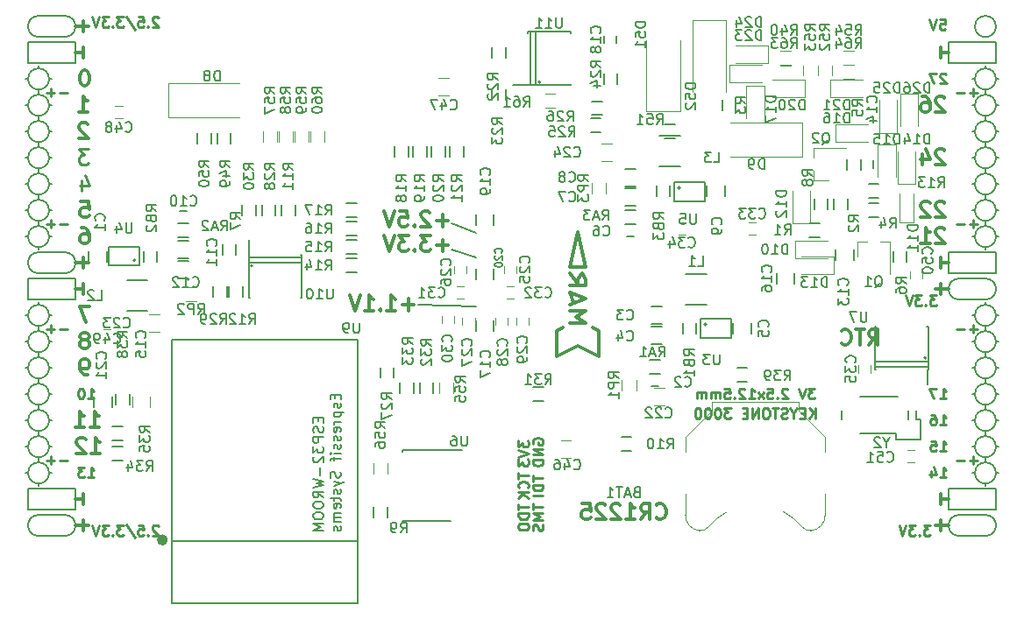
<source format=gbo>
G04 #@! TF.FileFunction,Legend,Bot*
%FSLAX46Y46*%
G04 Gerber Fmt 4.6, Leading zero omitted, Abs format (unit mm)*
G04 Created by KiCad (PCBNEW 4.0.7+dfsg1-1) date Thu Mar 29 14:14:46 2018*
%MOMM*%
%LPD*%
G01*
G04 APERTURE LIST*
%ADD10C,0.100000*%
%ADD11C,0.250000*%
%ADD12C,0.300000*%
%ADD13C,0.200000*%
%ADD14C,0.120000*%
%ADD15C,0.150000*%
%ADD16C,0.500000*%
G04 APERTURE END LIST*
D10*
D11*
X100132476Y-98702381D02*
X100703905Y-98702381D01*
X100418191Y-98702381D02*
X100418191Y-97702381D01*
X100513429Y-97845238D01*
X100608667Y-97940476D01*
X100703905Y-97988095D01*
X99513429Y-97702381D02*
X99418190Y-97702381D01*
X99322952Y-97750000D01*
X99275333Y-97797619D01*
X99227714Y-97892857D01*
X99180095Y-98083333D01*
X99180095Y-98321429D01*
X99227714Y-98511905D01*
X99275333Y-98607143D01*
X99322952Y-98654762D01*
X99418190Y-98702381D01*
X99513429Y-98702381D01*
X99608667Y-98654762D01*
X99656286Y-98607143D01*
X99703905Y-98511905D01*
X99751524Y-98321429D01*
X99751524Y-98083333D01*
X99703905Y-97892857D01*
X99656286Y-97797619D01*
X99608667Y-97750000D01*
X99513429Y-97702381D01*
D12*
X100481714Y-104008571D02*
X101338857Y-104008571D01*
X100910285Y-104008571D02*
X100910285Y-102508571D01*
X101053142Y-102722857D01*
X101196000Y-102865714D01*
X101338857Y-102937143D01*
X99910286Y-102651429D02*
X99838857Y-102580000D01*
X99696000Y-102508571D01*
X99338857Y-102508571D01*
X99196000Y-102580000D01*
X99124571Y-102651429D01*
X99053143Y-102794286D01*
X99053143Y-102937143D01*
X99124571Y-103151429D01*
X99981714Y-104008571D01*
X99053143Y-104008571D01*
X100354714Y-101468571D02*
X101211857Y-101468571D01*
X100783285Y-101468571D02*
X100783285Y-99968571D01*
X100926142Y-100182857D01*
X101069000Y-100325714D01*
X101211857Y-100397143D01*
X98926143Y-101468571D02*
X99783286Y-101468571D01*
X99354714Y-101468571D02*
X99354714Y-99968571D01*
X99497571Y-100182857D01*
X99640429Y-100325714D01*
X99783286Y-100397143D01*
X182872857Y-79791429D02*
X182801428Y-79720000D01*
X182658571Y-79648571D01*
X182301428Y-79648571D01*
X182158571Y-79720000D01*
X182087142Y-79791429D01*
X182015714Y-79934286D01*
X182015714Y-80077143D01*
X182087142Y-80291429D01*
X182944285Y-81148571D01*
X182015714Y-81148571D01*
X181444286Y-79791429D02*
X181372857Y-79720000D01*
X181230000Y-79648571D01*
X180872857Y-79648571D01*
X180730000Y-79720000D01*
X180658571Y-79791429D01*
X180587143Y-79934286D01*
X180587143Y-80077143D01*
X180658571Y-80291429D01*
X181515714Y-81148571D01*
X180587143Y-81148571D01*
X182872857Y-82331429D02*
X182801428Y-82260000D01*
X182658571Y-82188571D01*
X182301428Y-82188571D01*
X182158571Y-82260000D01*
X182087142Y-82331429D01*
X182015714Y-82474286D01*
X182015714Y-82617143D01*
X182087142Y-82831429D01*
X182944285Y-83688571D01*
X182015714Y-83688571D01*
X180587143Y-83688571D02*
X181444286Y-83688571D01*
X181015714Y-83688571D02*
X181015714Y-82188571D01*
X181158571Y-82402857D01*
X181301429Y-82545714D01*
X181444286Y-82617143D01*
D13*
X135248000Y-81740000D02*
X137661000Y-82629000D01*
X135248000Y-84280000D02*
X137661000Y-85042000D01*
X132073000Y-89614000D02*
X137661000Y-89741000D01*
D11*
X170323095Y-97702381D02*
X169704047Y-97702381D01*
X170037381Y-98083333D01*
X169894523Y-98083333D01*
X169799285Y-98130952D01*
X169751666Y-98178571D01*
X169704047Y-98273810D01*
X169704047Y-98511905D01*
X169751666Y-98607143D01*
X169799285Y-98654762D01*
X169894523Y-98702381D01*
X170180238Y-98702381D01*
X170275476Y-98654762D01*
X170323095Y-98607143D01*
X169418333Y-97702381D02*
X169085000Y-98702381D01*
X168751666Y-97702381D01*
X167704047Y-97797619D02*
X167656428Y-97750000D01*
X167561190Y-97702381D01*
X167323094Y-97702381D01*
X167227856Y-97750000D01*
X167180237Y-97797619D01*
X167132618Y-97892857D01*
X167132618Y-97988095D01*
X167180237Y-98130952D01*
X167751666Y-98702381D01*
X167132618Y-98702381D01*
X166704047Y-98607143D02*
X166656428Y-98654762D01*
X166704047Y-98702381D01*
X166751666Y-98654762D01*
X166704047Y-98607143D01*
X166704047Y-98702381D01*
X165751666Y-97702381D02*
X166227857Y-97702381D01*
X166275476Y-98178571D01*
X166227857Y-98130952D01*
X166132619Y-98083333D01*
X165894523Y-98083333D01*
X165799285Y-98130952D01*
X165751666Y-98178571D01*
X165704047Y-98273810D01*
X165704047Y-98511905D01*
X165751666Y-98607143D01*
X165799285Y-98654762D01*
X165894523Y-98702381D01*
X166132619Y-98702381D01*
X166227857Y-98654762D01*
X166275476Y-98607143D01*
X165370714Y-98702381D02*
X164846904Y-98035714D01*
X165370714Y-98035714D02*
X164846904Y-98702381D01*
X163942142Y-98702381D02*
X164513571Y-98702381D01*
X164227857Y-98702381D02*
X164227857Y-97702381D01*
X164323095Y-97845238D01*
X164418333Y-97940476D01*
X164513571Y-97988095D01*
X163561190Y-97797619D02*
X163513571Y-97750000D01*
X163418333Y-97702381D01*
X163180237Y-97702381D01*
X163084999Y-97750000D01*
X163037380Y-97797619D01*
X162989761Y-97892857D01*
X162989761Y-97988095D01*
X163037380Y-98130952D01*
X163608809Y-98702381D01*
X162989761Y-98702381D01*
X162561190Y-98607143D02*
X162513571Y-98654762D01*
X162561190Y-98702381D01*
X162608809Y-98654762D01*
X162561190Y-98607143D01*
X162561190Y-98702381D01*
X161608809Y-97702381D02*
X162085000Y-97702381D01*
X162132619Y-98178571D01*
X162085000Y-98130952D01*
X161989762Y-98083333D01*
X161751666Y-98083333D01*
X161656428Y-98130952D01*
X161608809Y-98178571D01*
X161561190Y-98273810D01*
X161561190Y-98511905D01*
X161608809Y-98607143D01*
X161656428Y-98654762D01*
X161751666Y-98702381D01*
X161989762Y-98702381D01*
X162085000Y-98654762D01*
X162132619Y-98607143D01*
X161132619Y-98702381D02*
X161132619Y-98035714D01*
X161132619Y-98130952D02*
X161085000Y-98083333D01*
X160989762Y-98035714D01*
X160846904Y-98035714D01*
X160751666Y-98083333D01*
X160704047Y-98178571D01*
X160704047Y-98702381D01*
X160704047Y-98178571D02*
X160656428Y-98083333D01*
X160561190Y-98035714D01*
X160418333Y-98035714D01*
X160323095Y-98083333D01*
X160275476Y-98178571D01*
X160275476Y-98702381D01*
X159799286Y-98702381D02*
X159799286Y-98035714D01*
X159799286Y-98130952D02*
X159751667Y-98083333D01*
X159656429Y-98035714D01*
X159513571Y-98035714D01*
X159418333Y-98083333D01*
X159370714Y-98178571D01*
X159370714Y-98702381D01*
X159370714Y-98178571D02*
X159323095Y-98083333D01*
X159227857Y-98035714D01*
X159085000Y-98035714D01*
X158989762Y-98083333D01*
X158942143Y-98178571D01*
X158942143Y-98702381D01*
D12*
X182492000Y-87582000D02*
X182492000Y-88598000D01*
X183254000Y-88090000D02*
X181984000Y-88090000D01*
X182492000Y-110442000D02*
X182492000Y-111458000D01*
X183254000Y-110950000D02*
X181984000Y-110950000D01*
X99688000Y-62182000D02*
X99688000Y-63198000D01*
X98926000Y-62690000D02*
X100196000Y-62690000D01*
X99688000Y-110442000D02*
X99688000Y-111458000D01*
X98926000Y-110950000D02*
X100196000Y-110950000D01*
X99688000Y-85042000D02*
X99688000Y-86058000D01*
X98926000Y-85550000D02*
X100196000Y-85550000D01*
D13*
X187826000Y-62690000D02*
G75*
G03X187826000Y-62690000I-1016000J0D01*
G01*
X184270000Y-87074000D02*
X186810000Y-87074000D01*
X184270000Y-89106000D02*
X186810000Y-89106000D01*
X184270000Y-87074000D02*
G75*
G03X184270000Y-89106000I0J-1016000D01*
G01*
X186810000Y-89106000D02*
G75*
G03X186810000Y-87074000I0J1016000D01*
G01*
X184270000Y-111966000D02*
X186810000Y-111966000D01*
X184270000Y-109934000D02*
X186810000Y-109934000D01*
X184270000Y-109934000D02*
G75*
G03X184270000Y-111966000I0J-1016000D01*
G01*
X186810000Y-111966000D02*
G75*
G03X186810000Y-109934000I0J1016000D01*
G01*
X97910000Y-63706000D02*
G75*
G03X97910000Y-61674000I0J1016000D01*
G01*
X95370000Y-61674000D02*
X97910000Y-61674000D01*
X95370000Y-63706000D02*
X97910000Y-63706000D01*
X95370000Y-61674000D02*
G75*
G03X95370000Y-63706000I0J-1016000D01*
G01*
X95370000Y-86566000D02*
X97910000Y-86566000D01*
X95370000Y-84534000D02*
X97910000Y-84534000D01*
X95370000Y-84534000D02*
G75*
G03X95370000Y-86566000I0J-1016000D01*
G01*
X97910000Y-86566000D02*
G75*
G03X97910000Y-84534000I0J1016000D01*
G01*
X95370000Y-111966000D02*
X97910000Y-111966000D01*
X95370000Y-109934000D02*
X97910000Y-109934000D01*
X95370000Y-109934000D02*
G75*
G03X95370000Y-111966000I0J-1016000D01*
G01*
X97910000Y-111966000D02*
G75*
G03X97910000Y-109934000I0J1016000D01*
G01*
X98926000Y-107394000D02*
X94354000Y-107394000D01*
X98926000Y-109426000D02*
X98926000Y-107394000D01*
X94354000Y-109426000D02*
X98926000Y-109426000D01*
X94354000Y-107394000D02*
X94354000Y-109426000D01*
X187826000Y-107394000D02*
X183254000Y-107394000D01*
X187826000Y-109426000D02*
X187826000Y-107394000D01*
X183254000Y-109426000D02*
X187826000Y-109426000D01*
X183254000Y-107394000D02*
X183254000Y-109426000D01*
X187826000Y-84534000D02*
X183254000Y-84534000D01*
X187826000Y-86566000D02*
X187826000Y-84534000D01*
X183254000Y-86566000D02*
X187826000Y-86566000D01*
X183254000Y-84534000D02*
X183254000Y-86566000D01*
X187826000Y-64214000D02*
X183254000Y-64214000D01*
X187826000Y-66246000D02*
X187826000Y-64214000D01*
X183254000Y-66246000D02*
X187826000Y-66246000D01*
X183254000Y-64214000D02*
X183254000Y-66246000D01*
X98926000Y-64214000D02*
X94354000Y-64214000D01*
X98926000Y-66246000D02*
X98926000Y-64214000D01*
X94354000Y-66246000D02*
X98926000Y-66246000D01*
X94354000Y-64214000D02*
X94354000Y-66246000D01*
X98926000Y-87074000D02*
X94354000Y-87074000D01*
X98926000Y-89106000D02*
X98926000Y-87074000D01*
X94354000Y-89106000D02*
X98926000Y-89106000D01*
X94354000Y-87074000D02*
X94354000Y-89106000D01*
D12*
X182872857Y-74711429D02*
X182801428Y-74640000D01*
X182658571Y-74568571D01*
X182301428Y-74568571D01*
X182158571Y-74640000D01*
X182087142Y-74711429D01*
X182015714Y-74854286D01*
X182015714Y-74997143D01*
X182087142Y-75211429D01*
X182944285Y-76068571D01*
X182015714Y-76068571D01*
X180730000Y-75068571D02*
X180730000Y-76068571D01*
X181087143Y-74497143D02*
X181444286Y-75568571D01*
X180515714Y-75568571D01*
D11*
X186032000Y-91971429D02*
X185270095Y-91971429D01*
X185651047Y-92352381D02*
X185651047Y-91590476D01*
X184793905Y-91971429D02*
X184032000Y-91971429D01*
X186032000Y-69111429D02*
X185270095Y-69111429D01*
X185651047Y-69492381D02*
X185651047Y-68730476D01*
X184793905Y-69111429D02*
X184032000Y-69111429D01*
X186032000Y-81811429D02*
X185270095Y-81811429D01*
X185651047Y-82192381D02*
X185651047Y-81430476D01*
X184793905Y-81811429D02*
X184032000Y-81811429D01*
X186032000Y-104671429D02*
X185270095Y-104671429D01*
X185651047Y-105052381D02*
X185651047Y-104290476D01*
X184793905Y-104671429D02*
X184032000Y-104671429D01*
X98148000Y-104671429D02*
X97386095Y-104671429D01*
X96909905Y-104671429D02*
X96148000Y-104671429D01*
X96528952Y-105052381D02*
X96528952Y-104290476D01*
X98148000Y-91971429D02*
X97386095Y-91971429D01*
X96909905Y-91971429D02*
X96148000Y-91971429D01*
X96528952Y-92352381D02*
X96528952Y-91590476D01*
X98148000Y-81811429D02*
X97386095Y-81811429D01*
X96909905Y-81811429D02*
X96148000Y-81811429D01*
X96528952Y-82192381D02*
X96528952Y-81430476D01*
X98148000Y-69111429D02*
X97386095Y-69111429D01*
X96909905Y-69111429D02*
X96148000Y-69111429D01*
X96528952Y-69492381D02*
X96528952Y-68730476D01*
D12*
X182492000Y-107902000D02*
X182492000Y-108918000D01*
X183254000Y-108410000D02*
X182492000Y-108410000D01*
D13*
X95370000Y-96726000D02*
X95370000Y-97234000D01*
X96386000Y-95710000D02*
X96640000Y-95710000D01*
X94354000Y-95710000D02*
X94100000Y-95710000D01*
X187826000Y-98250000D02*
X188080000Y-98250000D01*
X187826000Y-83010000D02*
X188080000Y-83010000D01*
X95370000Y-107140000D02*
X95370000Y-106886000D01*
X96386000Y-105870000D02*
X96640000Y-105870000D01*
X94354000Y-105870000D02*
X94100000Y-105870000D01*
X94354000Y-103330000D02*
X94100000Y-103330000D01*
X95370000Y-104346000D02*
X95370000Y-104854000D01*
X96386000Y-103330000D02*
X96640000Y-103330000D01*
X94354000Y-100790000D02*
X94100000Y-100790000D01*
X95370000Y-102314000D02*
X95370000Y-101806000D01*
X96386000Y-100790000D02*
X96640000Y-100790000D01*
X95370000Y-99266000D02*
X95370000Y-99774000D01*
X94354000Y-98250000D02*
X94100000Y-98250000D01*
X96386000Y-98250000D02*
X96640000Y-98250000D01*
X95370000Y-94186000D02*
X95370000Y-94694000D01*
X96386000Y-93170000D02*
X96640000Y-93170000D01*
X94354000Y-93170000D02*
X94100000Y-93170000D01*
X94354000Y-90630000D02*
X94100000Y-90630000D01*
X95370000Y-91646000D02*
X95370000Y-92154000D01*
X96640000Y-90630000D02*
X96386000Y-90630000D01*
X95370000Y-89360000D02*
X95370000Y-89614000D01*
X94354000Y-83010000D02*
X94100000Y-83010000D01*
X95370000Y-84280000D02*
X95370000Y-84026000D01*
X96386000Y-83010000D02*
X96640000Y-83010000D01*
X95370000Y-81486000D02*
X95370000Y-81994000D01*
X94354000Y-80470000D02*
X94100000Y-80470000D01*
X96640000Y-80470000D02*
X96386000Y-80470000D01*
X95370000Y-78946000D02*
X95370000Y-79454000D01*
X96386000Y-77930000D02*
X96640000Y-77930000D01*
X94354000Y-77930000D02*
X94100000Y-77930000D01*
X95370000Y-76406000D02*
X95370000Y-76914000D01*
X94354000Y-75390000D02*
X94100000Y-75390000D01*
X96386000Y-75390000D02*
X96640000Y-75390000D01*
X95370000Y-73866000D02*
X95370000Y-74374000D01*
X96386000Y-72850000D02*
X96640000Y-72850000D01*
X94100000Y-72850000D02*
X94354000Y-72850000D01*
X94354000Y-70310000D02*
X94100000Y-70310000D01*
X96640000Y-70310000D02*
X96386000Y-70310000D01*
X95370000Y-71326000D02*
X95370000Y-71834000D01*
X95370000Y-68786000D02*
X95370000Y-69294000D01*
X96386000Y-67770000D02*
X96640000Y-67770000D01*
X94354000Y-67770000D02*
X94100000Y-67770000D01*
X95370000Y-66500000D02*
X95370000Y-66754000D01*
X187826000Y-105870000D02*
X188080000Y-105870000D01*
X186810000Y-107140000D02*
X186810000Y-106886000D01*
X185540000Y-105870000D02*
X185794000Y-105870000D01*
X186810000Y-104346000D02*
X186810000Y-104854000D01*
X187826000Y-103330000D02*
X188080000Y-103330000D01*
X185540000Y-103330000D02*
X185794000Y-103330000D01*
X186810000Y-101806000D02*
X186810000Y-102314000D01*
X187826000Y-100790000D02*
X188080000Y-100790000D01*
X185540000Y-100790000D02*
X185794000Y-100790000D01*
X186810000Y-99266000D02*
X186810000Y-99774000D01*
X185540000Y-98250000D02*
X185794000Y-98250000D01*
X186810000Y-97234000D02*
X186810000Y-96726000D01*
X187826000Y-95710000D02*
X188080000Y-95710000D01*
X185540000Y-95710000D02*
X185794000Y-95710000D01*
X186810000Y-94694000D02*
X186810000Y-94186000D01*
X187826000Y-93170000D02*
X188080000Y-93170000D01*
X185540000Y-93170000D02*
X185794000Y-93170000D01*
X186810000Y-92154000D02*
X186810000Y-91646000D01*
X187826000Y-90630000D02*
X188080000Y-90630000D01*
X185540000Y-90630000D02*
X185794000Y-90630000D01*
X186810000Y-89360000D02*
X186810000Y-89614000D01*
X186810000Y-84280000D02*
X186810000Y-84026000D01*
X185540000Y-83010000D02*
X185794000Y-83010000D01*
X186810000Y-81994000D02*
X186810000Y-81486000D01*
X185794000Y-80470000D02*
X185540000Y-80470000D01*
X187826000Y-80470000D02*
X188080000Y-80470000D01*
X186810000Y-78946000D02*
X186810000Y-79454000D01*
X185794000Y-77930000D02*
X185540000Y-77930000D01*
X187826000Y-77930000D02*
X188080000Y-77930000D01*
X186810000Y-76406000D02*
X186810000Y-76914000D01*
X186810000Y-73866000D02*
X186810000Y-74374000D01*
X185794000Y-75390000D02*
X185540000Y-75390000D01*
X187826000Y-75390000D02*
X188080000Y-75390000D01*
X187826000Y-72850000D02*
X188080000Y-72850000D01*
X185540000Y-72850000D02*
X185794000Y-72850000D01*
X186810000Y-71834000D02*
X186810000Y-71326000D01*
X187826000Y-70310000D02*
X188080000Y-70310000D01*
X185540000Y-70310000D02*
X185794000Y-70310000D01*
X187826000Y-67770000D02*
X188080000Y-67770000D01*
X186810000Y-68786000D02*
X186810000Y-69294000D01*
X185540000Y-67770000D02*
X185794000Y-67770000D01*
X186810000Y-66500000D02*
X186810000Y-66754000D01*
X187826000Y-67770000D02*
G75*
G03X187826000Y-67770000I-1016000J0D01*
G01*
X187826000Y-70310000D02*
G75*
G03X187826000Y-70310000I-1016000J0D01*
G01*
X187826000Y-72850000D02*
G75*
G03X187826000Y-72850000I-1016000J0D01*
G01*
X187826000Y-75390000D02*
G75*
G03X187826000Y-75390000I-1016000J0D01*
G01*
X187826000Y-77930000D02*
G75*
G03X187826000Y-77930000I-1016000J0D01*
G01*
X187826000Y-80470000D02*
G75*
G03X187826000Y-80470000I-1016000J0D01*
G01*
X187826000Y-83010000D02*
G75*
G03X187826000Y-83010000I-1016000J0D01*
G01*
X187826000Y-90630000D02*
G75*
G03X187826000Y-90630000I-1016000J0D01*
G01*
X187826000Y-93170000D02*
G75*
G03X187826000Y-93170000I-1016000J0D01*
G01*
X187826000Y-95710000D02*
G75*
G03X187826000Y-95710000I-1016000J0D01*
G01*
X187826000Y-98250000D02*
G75*
G03X187826000Y-98250000I-1016000J0D01*
G01*
X187826000Y-100790000D02*
G75*
G03X187826000Y-100790000I-1016000J0D01*
G01*
X187826000Y-103330000D02*
G75*
G03X187826000Y-103330000I-1016000J0D01*
G01*
X187826000Y-105870000D02*
G75*
G03X187826000Y-105870000I-1016000J0D01*
G01*
X96386000Y-105870000D02*
G75*
G03X96386000Y-105870000I-1016000J0D01*
G01*
X96386000Y-103330000D02*
G75*
G03X96386000Y-103330000I-1016000J0D01*
G01*
X96386000Y-100790000D02*
G75*
G03X96386000Y-100790000I-1016000J0D01*
G01*
X96386000Y-98250000D02*
G75*
G03X96386000Y-98250000I-1016000J0D01*
G01*
X96386000Y-95710000D02*
G75*
G03X96386000Y-95710000I-1016000J0D01*
G01*
X96386000Y-93170000D02*
G75*
G03X96386000Y-93170000I-1016000J0D01*
G01*
X96386000Y-90630000D02*
G75*
G03X96386000Y-90630000I-1016000J0D01*
G01*
X96386000Y-83010000D02*
G75*
G03X96386000Y-83010000I-1016000J0D01*
G01*
X96386000Y-80470000D02*
G75*
G03X96386000Y-80470000I-1016000J0D01*
G01*
X96386000Y-77930000D02*
G75*
G03X96386000Y-77930000I-1016000J0D01*
G01*
X96386000Y-75390000D02*
G75*
G03X96386000Y-75390000I-1016000J0D01*
G01*
X96386000Y-72850000D02*
G75*
G03X96386000Y-72850000I-1016000J0D01*
G01*
X96386000Y-70310000D02*
G75*
G03X96386000Y-70310000I-1016000J0D01*
G01*
X96386000Y-67770000D02*
G75*
G03X96386000Y-67770000I-1016000J0D01*
G01*
D11*
X182428476Y-62015381D02*
X182904667Y-62015381D01*
X182952286Y-62491571D01*
X182904667Y-62443952D01*
X182809429Y-62396333D01*
X182571333Y-62396333D01*
X182476095Y-62443952D01*
X182428476Y-62491571D01*
X182380857Y-62586810D01*
X182380857Y-62824905D01*
X182428476Y-62920143D01*
X182476095Y-62967762D01*
X182571333Y-63015381D01*
X182809429Y-63015381D01*
X182904667Y-62967762D01*
X182952286Y-62920143D01*
X182095143Y-62015381D02*
X181761810Y-63015381D01*
X181428476Y-62015381D01*
D12*
X182492000Y-64722000D02*
X182492000Y-65738000D01*
X183254000Y-65230000D02*
X182492000Y-65230000D01*
D11*
X182999905Y-67317619D02*
X182952286Y-67270000D01*
X182857048Y-67222381D01*
X182618952Y-67222381D01*
X182523714Y-67270000D01*
X182476095Y-67317619D01*
X182428476Y-67412857D01*
X182428476Y-67508095D01*
X182476095Y-67650952D01*
X183047524Y-68222381D01*
X182428476Y-68222381D01*
X182095143Y-67222381D02*
X181428476Y-67222381D01*
X181857048Y-68222381D01*
D12*
X182872857Y-69631429D02*
X182801428Y-69560000D01*
X182658571Y-69488571D01*
X182301428Y-69488571D01*
X182158571Y-69560000D01*
X182087142Y-69631429D01*
X182015714Y-69774286D01*
X182015714Y-69917143D01*
X182087142Y-70131429D01*
X182944285Y-70988571D01*
X182015714Y-70988571D01*
X180730000Y-69488571D02*
X181015714Y-69488571D01*
X181158571Y-69560000D01*
X181230000Y-69631429D01*
X181372857Y-69845714D01*
X181444286Y-70131429D01*
X181444286Y-70702857D01*
X181372857Y-70845714D01*
X181301429Y-70917143D01*
X181158571Y-70988571D01*
X180872857Y-70988571D01*
X180730000Y-70917143D01*
X180658571Y-70845714D01*
X180587143Y-70702857D01*
X180587143Y-70345714D01*
X180658571Y-70202857D01*
X180730000Y-70131429D01*
X180872857Y-70060000D01*
X181158571Y-70060000D01*
X181301429Y-70131429D01*
X181372857Y-70202857D01*
X181444286Y-70345714D01*
X182492000Y-85042000D02*
X182492000Y-86058000D01*
X183254000Y-85550000D02*
X182492000Y-85550000D01*
D11*
X182078190Y-88703381D02*
X181459142Y-88703381D01*
X181792476Y-89084333D01*
X181649618Y-89084333D01*
X181554380Y-89131952D01*
X181506761Y-89179571D01*
X181459142Y-89274810D01*
X181459142Y-89512905D01*
X181506761Y-89608143D01*
X181554380Y-89655762D01*
X181649618Y-89703381D01*
X181935333Y-89703381D01*
X182030571Y-89655762D01*
X182078190Y-89608143D01*
X181030571Y-89608143D02*
X180982952Y-89655762D01*
X181030571Y-89703381D01*
X181078190Y-89655762D01*
X181030571Y-89608143D01*
X181030571Y-89703381D01*
X180649619Y-88703381D02*
X180030571Y-88703381D01*
X180363905Y-89084333D01*
X180221047Y-89084333D01*
X180125809Y-89131952D01*
X180078190Y-89179571D01*
X180030571Y-89274810D01*
X180030571Y-89512905D01*
X180078190Y-89608143D01*
X180125809Y-89655762D01*
X180221047Y-89703381D01*
X180506762Y-89703381D01*
X180602000Y-89655762D01*
X180649619Y-89608143D01*
X179744857Y-88703381D02*
X179411524Y-89703381D01*
X179078190Y-88703381D01*
X182428476Y-98702381D02*
X182999905Y-98702381D01*
X182714191Y-98702381D02*
X182714191Y-97702381D01*
X182809429Y-97845238D01*
X182904667Y-97940476D01*
X182999905Y-97988095D01*
X182095143Y-97702381D02*
X181428476Y-97702381D01*
X181857048Y-98702381D01*
X182428476Y-101242381D02*
X182999905Y-101242381D01*
X182714191Y-101242381D02*
X182714191Y-100242381D01*
X182809429Y-100385238D01*
X182904667Y-100480476D01*
X182999905Y-100528095D01*
X181571333Y-100242381D02*
X181761810Y-100242381D01*
X181857048Y-100290000D01*
X181904667Y-100337619D01*
X181999905Y-100480476D01*
X182047524Y-100670952D01*
X182047524Y-101051905D01*
X181999905Y-101147143D01*
X181952286Y-101194762D01*
X181857048Y-101242381D01*
X181666571Y-101242381D01*
X181571333Y-101194762D01*
X181523714Y-101147143D01*
X181476095Y-101051905D01*
X181476095Y-100813810D01*
X181523714Y-100718571D01*
X181571333Y-100670952D01*
X181666571Y-100623333D01*
X181857048Y-100623333D01*
X181952286Y-100670952D01*
X181999905Y-100718571D01*
X182047524Y-100813810D01*
X182428476Y-103782381D02*
X182999905Y-103782381D01*
X182714191Y-103782381D02*
X182714191Y-102782381D01*
X182809429Y-102925238D01*
X182904667Y-103020476D01*
X182999905Y-103068095D01*
X181523714Y-102782381D02*
X181999905Y-102782381D01*
X182047524Y-103258571D01*
X181999905Y-103210952D01*
X181904667Y-103163333D01*
X181666571Y-103163333D01*
X181571333Y-103210952D01*
X181523714Y-103258571D01*
X181476095Y-103353810D01*
X181476095Y-103591905D01*
X181523714Y-103687143D01*
X181571333Y-103734762D01*
X181666571Y-103782381D01*
X181904667Y-103782381D01*
X181999905Y-103734762D01*
X182047524Y-103687143D01*
X182428476Y-106322381D02*
X182999905Y-106322381D01*
X182714191Y-106322381D02*
X182714191Y-105322381D01*
X182809429Y-105465238D01*
X182904667Y-105560476D01*
X182999905Y-105608095D01*
X181571333Y-105655714D02*
X181571333Y-106322381D01*
X181809429Y-105274762D02*
X182047524Y-105989048D01*
X181428476Y-105989048D01*
X181475143Y-110928381D02*
X180856095Y-110928381D01*
X181189429Y-111309333D01*
X181046571Y-111309333D01*
X180951333Y-111356952D01*
X180903714Y-111404571D01*
X180856095Y-111499810D01*
X180856095Y-111737905D01*
X180903714Y-111833143D01*
X180951333Y-111880762D01*
X181046571Y-111928381D01*
X181332286Y-111928381D01*
X181427524Y-111880762D01*
X181475143Y-111833143D01*
X180427524Y-111833143D02*
X180379905Y-111880762D01*
X180427524Y-111928381D01*
X180475143Y-111880762D01*
X180427524Y-111833143D01*
X180427524Y-111928381D01*
X180046572Y-110928381D02*
X179427524Y-110928381D01*
X179760858Y-111309333D01*
X179618000Y-111309333D01*
X179522762Y-111356952D01*
X179475143Y-111404571D01*
X179427524Y-111499810D01*
X179427524Y-111737905D01*
X179475143Y-111833143D01*
X179522762Y-111880762D01*
X179618000Y-111928381D01*
X179903715Y-111928381D01*
X179998953Y-111880762D01*
X180046572Y-111833143D01*
X179141810Y-110928381D02*
X178808477Y-111928381D01*
X178475143Y-110928381D01*
D12*
X99688000Y-108918000D02*
X99688000Y-107902000D01*
X98926000Y-108410000D02*
X99688000Y-108410000D01*
X99688000Y-88598000D02*
X99688000Y-87582000D01*
X98926000Y-88090000D02*
X99688000Y-88090000D01*
X99688000Y-64722000D02*
X99688000Y-65738000D01*
X98926000Y-65230000D02*
X99688000Y-65230000D01*
D11*
X106941190Y-111023619D02*
X106893571Y-110976000D01*
X106798333Y-110928381D01*
X106560237Y-110928381D01*
X106464999Y-110976000D01*
X106417380Y-111023619D01*
X106369761Y-111118857D01*
X106369761Y-111214095D01*
X106417380Y-111356952D01*
X106988809Y-111928381D01*
X106369761Y-111928381D01*
X105941190Y-111833143D02*
X105893571Y-111880762D01*
X105941190Y-111928381D01*
X105988809Y-111880762D01*
X105941190Y-111833143D01*
X105941190Y-111928381D01*
X104988809Y-110928381D02*
X105465000Y-110928381D01*
X105512619Y-111404571D01*
X105465000Y-111356952D01*
X105369762Y-111309333D01*
X105131666Y-111309333D01*
X105036428Y-111356952D01*
X104988809Y-111404571D01*
X104941190Y-111499810D01*
X104941190Y-111737905D01*
X104988809Y-111833143D01*
X105036428Y-111880762D01*
X105131666Y-111928381D01*
X105369762Y-111928381D01*
X105465000Y-111880762D01*
X105512619Y-111833143D01*
X103798333Y-110880762D02*
X104655476Y-112166476D01*
X103560238Y-110928381D02*
X102941190Y-110928381D01*
X103274524Y-111309333D01*
X103131666Y-111309333D01*
X103036428Y-111356952D01*
X102988809Y-111404571D01*
X102941190Y-111499810D01*
X102941190Y-111737905D01*
X102988809Y-111833143D01*
X103036428Y-111880762D01*
X103131666Y-111928381D01*
X103417381Y-111928381D01*
X103512619Y-111880762D01*
X103560238Y-111833143D01*
X102512619Y-111833143D02*
X102465000Y-111880762D01*
X102512619Y-111928381D01*
X102560238Y-111880762D01*
X102512619Y-111833143D01*
X102512619Y-111928381D01*
X102131667Y-110928381D02*
X101512619Y-110928381D01*
X101845953Y-111309333D01*
X101703095Y-111309333D01*
X101607857Y-111356952D01*
X101560238Y-111404571D01*
X101512619Y-111499810D01*
X101512619Y-111737905D01*
X101560238Y-111833143D01*
X101607857Y-111880762D01*
X101703095Y-111928381D01*
X101988810Y-111928381D01*
X102084048Y-111880762D01*
X102131667Y-111833143D01*
X101226905Y-110928381D02*
X100893572Y-111928381D01*
X100560238Y-110928381D01*
X100132476Y-106322381D02*
X100703905Y-106322381D01*
X100418191Y-106322381D02*
X100418191Y-105322381D01*
X100513429Y-105465238D01*
X100608667Y-105560476D01*
X100703905Y-105608095D01*
X99799143Y-105322381D02*
X99180095Y-105322381D01*
X99513429Y-105703333D01*
X99370571Y-105703333D01*
X99275333Y-105750952D01*
X99227714Y-105798571D01*
X99180095Y-105893810D01*
X99180095Y-106131905D01*
X99227714Y-106227143D01*
X99275333Y-106274762D01*
X99370571Y-106322381D01*
X99656286Y-106322381D01*
X99751524Y-106274762D01*
X99799143Y-106227143D01*
D12*
X100100714Y-96388571D02*
X99814999Y-96388571D01*
X99672142Y-96317143D01*
X99600714Y-96245714D01*
X99457856Y-96031429D01*
X99386428Y-95745714D01*
X99386428Y-95174286D01*
X99457856Y-95031429D01*
X99529285Y-94960000D01*
X99672142Y-94888571D01*
X99957856Y-94888571D01*
X100100714Y-94960000D01*
X100172142Y-95031429D01*
X100243571Y-95174286D01*
X100243571Y-95531429D01*
X100172142Y-95674286D01*
X100100714Y-95745714D01*
X99957856Y-95817143D01*
X99672142Y-95817143D01*
X99529285Y-95745714D01*
X99457856Y-95674286D01*
X99386428Y-95531429D01*
X99957856Y-92991429D02*
X100100714Y-92920000D01*
X100172142Y-92848571D01*
X100243571Y-92705714D01*
X100243571Y-92634286D01*
X100172142Y-92491429D01*
X100100714Y-92420000D01*
X99957856Y-92348571D01*
X99672142Y-92348571D01*
X99529285Y-92420000D01*
X99457856Y-92491429D01*
X99386428Y-92634286D01*
X99386428Y-92705714D01*
X99457856Y-92848571D01*
X99529285Y-92920000D01*
X99672142Y-92991429D01*
X99957856Y-92991429D01*
X100100714Y-93062857D01*
X100172142Y-93134286D01*
X100243571Y-93277143D01*
X100243571Y-93562857D01*
X100172142Y-93705714D01*
X100100714Y-93777143D01*
X99957856Y-93848571D01*
X99672142Y-93848571D01*
X99529285Y-93777143D01*
X99457856Y-93705714D01*
X99386428Y-93562857D01*
X99386428Y-93277143D01*
X99457856Y-93134286D01*
X99529285Y-93062857D01*
X99672142Y-92991429D01*
X100314999Y-89808571D02*
X99314999Y-89808571D01*
X99957856Y-91308571D01*
X99529285Y-82188571D02*
X99814999Y-82188571D01*
X99957856Y-82260000D01*
X100029285Y-82331429D01*
X100172142Y-82545714D01*
X100243571Y-82831429D01*
X100243571Y-83402857D01*
X100172142Y-83545714D01*
X100100714Y-83617143D01*
X99957856Y-83688571D01*
X99672142Y-83688571D01*
X99529285Y-83617143D01*
X99457856Y-83545714D01*
X99386428Y-83402857D01*
X99386428Y-83045714D01*
X99457856Y-82902857D01*
X99529285Y-82831429D01*
X99672142Y-82760000D01*
X99957856Y-82760000D01*
X100100714Y-82831429D01*
X100172142Y-82902857D01*
X100243571Y-83045714D01*
X99457856Y-79648571D02*
X100172142Y-79648571D01*
X100243571Y-80362857D01*
X100172142Y-80291429D01*
X100029285Y-80220000D01*
X99672142Y-80220000D01*
X99529285Y-80291429D01*
X99457856Y-80362857D01*
X99386428Y-80505714D01*
X99386428Y-80862857D01*
X99457856Y-81005714D01*
X99529285Y-81077143D01*
X99672142Y-81148571D01*
X100029285Y-81148571D01*
X100172142Y-81077143D01*
X100243571Y-81005714D01*
D11*
X99529285Y-77608571D02*
X99529285Y-78608571D01*
X99886428Y-77037143D02*
X100243571Y-78108571D01*
X99314999Y-78108571D01*
X100187999Y-74568571D02*
X99259428Y-74568571D01*
X99759428Y-75140000D01*
X99545142Y-75140000D01*
X99402285Y-75211429D01*
X99330856Y-75282857D01*
X99259428Y-75425714D01*
X99259428Y-75782857D01*
X99330856Y-75925714D01*
X99402285Y-75997143D01*
X99545142Y-76068571D01*
X99973714Y-76068571D01*
X100116571Y-75997143D01*
X100187999Y-75925714D01*
D12*
X100116571Y-72171429D02*
X100045142Y-72100000D01*
X99902285Y-72028571D01*
X99545142Y-72028571D01*
X99402285Y-72100000D01*
X99330856Y-72171429D01*
X99259428Y-72314286D01*
X99259428Y-72457143D01*
X99330856Y-72671429D01*
X100187999Y-73528571D01*
X99259428Y-73528571D01*
X99259428Y-70988571D02*
X100116571Y-70988571D01*
X99687999Y-70988571D02*
X99687999Y-69488571D01*
X99830856Y-69702857D01*
X99973714Y-69845714D01*
X100116571Y-69917143D01*
X99886428Y-66948571D02*
X99743571Y-66948571D01*
X99600714Y-67020000D01*
X99529285Y-67091429D01*
X99457856Y-67234286D01*
X99386428Y-67520000D01*
X99386428Y-67877143D01*
X99457856Y-68162857D01*
X99529285Y-68305714D01*
X99600714Y-68377143D01*
X99743571Y-68448571D01*
X99886428Y-68448571D01*
X100029285Y-68377143D01*
X100100714Y-68305714D01*
X100172142Y-68162857D01*
X100243571Y-67877143D01*
X100243571Y-67520000D01*
X100172142Y-67234286D01*
X100100714Y-67091429D01*
X100029285Y-67020000D01*
X99886428Y-66948571D01*
D11*
X106941190Y-61874619D02*
X106893571Y-61827000D01*
X106798333Y-61779381D01*
X106560237Y-61779381D01*
X106464999Y-61827000D01*
X106417380Y-61874619D01*
X106369761Y-61969857D01*
X106369761Y-62065095D01*
X106417380Y-62207952D01*
X106988809Y-62779381D01*
X106369761Y-62779381D01*
X105941190Y-62684143D02*
X105893571Y-62731762D01*
X105941190Y-62779381D01*
X105988809Y-62731762D01*
X105941190Y-62684143D01*
X105941190Y-62779381D01*
X104988809Y-61779381D02*
X105465000Y-61779381D01*
X105512619Y-62255571D01*
X105465000Y-62207952D01*
X105369762Y-62160333D01*
X105131666Y-62160333D01*
X105036428Y-62207952D01*
X104988809Y-62255571D01*
X104941190Y-62350810D01*
X104941190Y-62588905D01*
X104988809Y-62684143D01*
X105036428Y-62731762D01*
X105131666Y-62779381D01*
X105369762Y-62779381D01*
X105465000Y-62731762D01*
X105512619Y-62684143D01*
X103798333Y-61731762D02*
X104655476Y-63017476D01*
X103560238Y-61779381D02*
X102941190Y-61779381D01*
X103274524Y-62160333D01*
X103131666Y-62160333D01*
X103036428Y-62207952D01*
X102988809Y-62255571D01*
X102941190Y-62350810D01*
X102941190Y-62588905D01*
X102988809Y-62684143D01*
X103036428Y-62731762D01*
X103131666Y-62779381D01*
X103417381Y-62779381D01*
X103512619Y-62731762D01*
X103560238Y-62684143D01*
X102512619Y-62684143D02*
X102465000Y-62731762D01*
X102512619Y-62779381D01*
X102560238Y-62731762D01*
X102512619Y-62684143D01*
X102512619Y-62779381D01*
X102131667Y-61779381D02*
X101512619Y-61779381D01*
X101845953Y-62160333D01*
X101703095Y-62160333D01*
X101607857Y-62207952D01*
X101560238Y-62255571D01*
X101512619Y-62350810D01*
X101512619Y-62588905D01*
X101560238Y-62684143D01*
X101607857Y-62731762D01*
X101703095Y-62779381D01*
X101988810Y-62779381D01*
X102084048Y-62731762D01*
X102131667Y-62684143D01*
X101226905Y-61779381D02*
X100893572Y-62779381D01*
X100560238Y-61779381D01*
X170370715Y-100607381D02*
X170370715Y-99607381D01*
X169799286Y-100607381D02*
X170227858Y-100035952D01*
X169799286Y-99607381D02*
X170370715Y-100178810D01*
X169370715Y-100083571D02*
X169037381Y-100083571D01*
X168894524Y-100607381D02*
X169370715Y-100607381D01*
X169370715Y-99607381D01*
X168894524Y-99607381D01*
X168275477Y-100131190D02*
X168275477Y-100607381D01*
X168608810Y-99607381D02*
X168275477Y-100131190D01*
X167942143Y-99607381D01*
X167656429Y-100559762D02*
X167513572Y-100607381D01*
X167275476Y-100607381D01*
X167180238Y-100559762D01*
X167132619Y-100512143D01*
X167085000Y-100416905D01*
X167085000Y-100321667D01*
X167132619Y-100226429D01*
X167180238Y-100178810D01*
X167275476Y-100131190D01*
X167465953Y-100083571D01*
X167561191Y-100035952D01*
X167608810Y-99988333D01*
X167656429Y-99893095D01*
X167656429Y-99797857D01*
X167608810Y-99702619D01*
X167561191Y-99655000D01*
X167465953Y-99607381D01*
X167227857Y-99607381D01*
X167085000Y-99655000D01*
X166799286Y-99607381D02*
X166227857Y-99607381D01*
X166513572Y-100607381D02*
X166513572Y-99607381D01*
X165704048Y-99607381D02*
X165513571Y-99607381D01*
X165418333Y-99655000D01*
X165323095Y-99750238D01*
X165275476Y-99940714D01*
X165275476Y-100274048D01*
X165323095Y-100464524D01*
X165418333Y-100559762D01*
X165513571Y-100607381D01*
X165704048Y-100607381D01*
X165799286Y-100559762D01*
X165894524Y-100464524D01*
X165942143Y-100274048D01*
X165942143Y-99940714D01*
X165894524Y-99750238D01*
X165799286Y-99655000D01*
X165704048Y-99607381D01*
X164846905Y-100607381D02*
X164846905Y-99607381D01*
X164275476Y-100607381D01*
X164275476Y-99607381D01*
X163799286Y-100083571D02*
X163465952Y-100083571D01*
X163323095Y-100607381D02*
X163799286Y-100607381D01*
X163799286Y-99607381D01*
X163323095Y-99607381D01*
X162227857Y-99607381D02*
X161608809Y-99607381D01*
X161942143Y-99988333D01*
X161799285Y-99988333D01*
X161704047Y-100035952D01*
X161656428Y-100083571D01*
X161608809Y-100178810D01*
X161608809Y-100416905D01*
X161656428Y-100512143D01*
X161704047Y-100559762D01*
X161799285Y-100607381D01*
X162085000Y-100607381D01*
X162180238Y-100559762D01*
X162227857Y-100512143D01*
X160989762Y-99607381D02*
X160894523Y-99607381D01*
X160799285Y-99655000D01*
X160751666Y-99702619D01*
X160704047Y-99797857D01*
X160656428Y-99988333D01*
X160656428Y-100226429D01*
X160704047Y-100416905D01*
X160751666Y-100512143D01*
X160799285Y-100559762D01*
X160894523Y-100607381D01*
X160989762Y-100607381D01*
X161085000Y-100559762D01*
X161132619Y-100512143D01*
X161180238Y-100416905D01*
X161227857Y-100226429D01*
X161227857Y-99988333D01*
X161180238Y-99797857D01*
X161132619Y-99702619D01*
X161085000Y-99655000D01*
X160989762Y-99607381D01*
X160037381Y-99607381D02*
X159942142Y-99607381D01*
X159846904Y-99655000D01*
X159799285Y-99702619D01*
X159751666Y-99797857D01*
X159704047Y-99988333D01*
X159704047Y-100226429D01*
X159751666Y-100416905D01*
X159799285Y-100512143D01*
X159846904Y-100559762D01*
X159942142Y-100607381D01*
X160037381Y-100607381D01*
X160132619Y-100559762D01*
X160180238Y-100512143D01*
X160227857Y-100416905D01*
X160275476Y-100226429D01*
X160275476Y-99988333D01*
X160227857Y-99797857D01*
X160180238Y-99702619D01*
X160132619Y-99655000D01*
X160037381Y-99607381D01*
X159085000Y-99607381D02*
X158989761Y-99607381D01*
X158894523Y-99655000D01*
X158846904Y-99702619D01*
X158799285Y-99797857D01*
X158751666Y-99988333D01*
X158751666Y-100226429D01*
X158799285Y-100416905D01*
X158846904Y-100512143D01*
X158894523Y-100559762D01*
X158989761Y-100607381D01*
X159085000Y-100607381D01*
X159180238Y-100559762D01*
X159227857Y-100512143D01*
X159275476Y-100416905D01*
X159323095Y-100226429D01*
X159323095Y-99988333D01*
X159275476Y-99797857D01*
X159227857Y-99702619D01*
X159180238Y-99655000D01*
X159085000Y-99607381D01*
D12*
X155027856Y-110215714D02*
X155099285Y-110287143D01*
X155313571Y-110358571D01*
X155456428Y-110358571D01*
X155670713Y-110287143D01*
X155813571Y-110144286D01*
X155884999Y-110001429D01*
X155956428Y-109715714D01*
X155956428Y-109501429D01*
X155884999Y-109215714D01*
X155813571Y-109072857D01*
X155670713Y-108930000D01*
X155456428Y-108858571D01*
X155313571Y-108858571D01*
X155099285Y-108930000D01*
X155027856Y-109001429D01*
X153527856Y-110358571D02*
X154027856Y-109644286D01*
X154384999Y-110358571D02*
X154384999Y-108858571D01*
X153813571Y-108858571D01*
X153670713Y-108930000D01*
X153599285Y-109001429D01*
X153527856Y-109144286D01*
X153527856Y-109358571D01*
X153599285Y-109501429D01*
X153670713Y-109572857D01*
X153813571Y-109644286D01*
X154384999Y-109644286D01*
X152099285Y-110358571D02*
X152956428Y-110358571D01*
X152527856Y-110358571D02*
X152527856Y-108858571D01*
X152670713Y-109072857D01*
X152813571Y-109215714D01*
X152956428Y-109287143D01*
X151527857Y-109001429D02*
X151456428Y-108930000D01*
X151313571Y-108858571D01*
X150956428Y-108858571D01*
X150813571Y-108930000D01*
X150742142Y-109001429D01*
X150670714Y-109144286D01*
X150670714Y-109287143D01*
X150742142Y-109501429D01*
X151599285Y-110358571D01*
X150670714Y-110358571D01*
X150099286Y-109001429D02*
X150027857Y-108930000D01*
X149885000Y-108858571D01*
X149527857Y-108858571D01*
X149385000Y-108930000D01*
X149313571Y-109001429D01*
X149242143Y-109144286D01*
X149242143Y-109287143D01*
X149313571Y-109501429D01*
X150170714Y-110358571D01*
X149242143Y-110358571D01*
X147885000Y-108858571D02*
X148599286Y-108858571D01*
X148670715Y-109572857D01*
X148599286Y-109501429D01*
X148456429Y-109430000D01*
X148099286Y-109430000D01*
X147956429Y-109501429D01*
X147885000Y-109572857D01*
X147813572Y-109715714D01*
X147813572Y-110072857D01*
X147885000Y-110215714D01*
X147956429Y-110287143D01*
X148099286Y-110358571D01*
X148456429Y-110358571D01*
X148599286Y-110287143D01*
X148670715Y-110215714D01*
X134945999Y-81466143D02*
X133803142Y-81466143D01*
X134374571Y-82037571D02*
X134374571Y-80894714D01*
X133160285Y-80680429D02*
X133088856Y-80609000D01*
X132945999Y-80537571D01*
X132588856Y-80537571D01*
X132445999Y-80609000D01*
X132374570Y-80680429D01*
X132303142Y-80823286D01*
X132303142Y-80966143D01*
X132374570Y-81180429D01*
X133231713Y-82037571D01*
X132303142Y-82037571D01*
X131660285Y-81894714D02*
X131588857Y-81966143D01*
X131660285Y-82037571D01*
X131731714Y-81966143D01*
X131660285Y-81894714D01*
X131660285Y-82037571D01*
X130231713Y-80537571D02*
X130945999Y-80537571D01*
X131017428Y-81251857D01*
X130945999Y-81180429D01*
X130803142Y-81109000D01*
X130445999Y-81109000D01*
X130303142Y-81180429D01*
X130231713Y-81251857D01*
X130160285Y-81394714D01*
X130160285Y-81751857D01*
X130231713Y-81894714D01*
X130303142Y-81966143D01*
X130445999Y-82037571D01*
X130803142Y-82037571D01*
X130945999Y-81966143D01*
X131017428Y-81894714D01*
X129731714Y-80537571D02*
X129231714Y-82037571D01*
X128731714Y-80537571D01*
X134945999Y-83879143D02*
X133803142Y-83879143D01*
X134374571Y-84450571D02*
X134374571Y-83307714D01*
X133231713Y-82950571D02*
X132303142Y-82950571D01*
X132803142Y-83522000D01*
X132588856Y-83522000D01*
X132445999Y-83593429D01*
X132374570Y-83664857D01*
X132303142Y-83807714D01*
X132303142Y-84164857D01*
X132374570Y-84307714D01*
X132445999Y-84379143D01*
X132588856Y-84450571D01*
X133017428Y-84450571D01*
X133160285Y-84379143D01*
X133231713Y-84307714D01*
X131660285Y-84307714D02*
X131588857Y-84379143D01*
X131660285Y-84450571D01*
X131731714Y-84379143D01*
X131660285Y-84307714D01*
X131660285Y-84450571D01*
X131088856Y-82950571D02*
X130160285Y-82950571D01*
X130660285Y-83522000D01*
X130445999Y-83522000D01*
X130303142Y-83593429D01*
X130231713Y-83664857D01*
X130160285Y-83807714D01*
X130160285Y-84164857D01*
X130231713Y-84307714D01*
X130303142Y-84379143D01*
X130445999Y-84450571D01*
X130874571Y-84450571D01*
X131017428Y-84379143D01*
X131088856Y-84307714D01*
X129731714Y-82950571D02*
X129231714Y-84450571D01*
X128731714Y-82950571D01*
X131643999Y-89594143D02*
X130501142Y-89594143D01*
X131072571Y-90165571D02*
X131072571Y-89022714D01*
X129001142Y-90165571D02*
X129858285Y-90165571D01*
X129429713Y-90165571D02*
X129429713Y-88665571D01*
X129572570Y-88879857D01*
X129715428Y-89022714D01*
X129858285Y-89094143D01*
X128358285Y-90022714D02*
X128286857Y-90094143D01*
X128358285Y-90165571D01*
X128429714Y-90094143D01*
X128358285Y-90022714D01*
X128358285Y-90165571D01*
X126858285Y-90165571D02*
X127715428Y-90165571D01*
X127286856Y-90165571D02*
X127286856Y-88665571D01*
X127429713Y-88879857D01*
X127572571Y-89022714D01*
X127715428Y-89094143D01*
X126429714Y-88665571D02*
X125929714Y-90165571D01*
X125429714Y-88665571D01*
D11*
X141685381Y-105854286D02*
X141685381Y-106425715D01*
X142685381Y-106140000D02*
X141685381Y-106140000D01*
X142590143Y-107330477D02*
X142637762Y-107282858D01*
X142685381Y-107140001D01*
X142685381Y-107044763D01*
X142637762Y-106901905D01*
X142542524Y-106806667D01*
X142447286Y-106759048D01*
X142256810Y-106711429D01*
X142113952Y-106711429D01*
X141923476Y-106759048D01*
X141828238Y-106806667D01*
X141733000Y-106901905D01*
X141685381Y-107044763D01*
X141685381Y-107140001D01*
X141733000Y-107282858D01*
X141780619Y-107330477D01*
X142685381Y-107759048D02*
X141685381Y-107759048D01*
X142685381Y-108330477D02*
X142113952Y-107901905D01*
X141685381Y-108330477D02*
X142256810Y-107759048D01*
X141685381Y-102726905D02*
X141685381Y-103345953D01*
X142066333Y-103012619D01*
X142066333Y-103155477D01*
X142113952Y-103250715D01*
X142161571Y-103298334D01*
X142256810Y-103345953D01*
X142494905Y-103345953D01*
X142590143Y-103298334D01*
X142637762Y-103250715D01*
X142685381Y-103155477D01*
X142685381Y-102869762D01*
X142637762Y-102774524D01*
X142590143Y-102726905D01*
X141685381Y-103631667D02*
X142685381Y-103965000D01*
X141685381Y-104298334D01*
X141685381Y-104536429D02*
X141685381Y-105155477D01*
X142066333Y-104822143D01*
X142066333Y-104965001D01*
X142113952Y-105060239D01*
X142161571Y-105107858D01*
X142256810Y-105155477D01*
X142494905Y-105155477D01*
X142590143Y-105107858D01*
X142637762Y-105060239D01*
X142685381Y-104965001D01*
X142685381Y-104679286D01*
X142637762Y-104584048D01*
X142590143Y-104536429D01*
X141685381Y-108878476D02*
X141685381Y-109449905D01*
X142685381Y-109164190D02*
X141685381Y-109164190D01*
X142685381Y-109783238D02*
X141685381Y-109783238D01*
X141685381Y-110021333D01*
X141733000Y-110164191D01*
X141828238Y-110259429D01*
X141923476Y-110307048D01*
X142113952Y-110354667D01*
X142256810Y-110354667D01*
X142447286Y-110307048D01*
X142542524Y-110259429D01*
X142637762Y-110164191D01*
X142685381Y-110021333D01*
X142685381Y-109783238D01*
X141685381Y-110973714D02*
X141685381Y-111164191D01*
X141733000Y-111259429D01*
X141828238Y-111354667D01*
X142018714Y-111402286D01*
X142352048Y-111402286D01*
X142542524Y-111354667D01*
X142637762Y-111259429D01*
X142685381Y-111164191D01*
X142685381Y-110973714D01*
X142637762Y-110878476D01*
X142542524Y-110783238D01*
X142352048Y-110735619D01*
X142018714Y-110735619D01*
X141828238Y-110783238D01*
X141733000Y-110878476D01*
X141685381Y-110973714D01*
X143130000Y-103076096D02*
X143082381Y-102980858D01*
X143082381Y-102838001D01*
X143130000Y-102695143D01*
X143225238Y-102599905D01*
X143320476Y-102552286D01*
X143510952Y-102504667D01*
X143653810Y-102504667D01*
X143844286Y-102552286D01*
X143939524Y-102599905D01*
X144034762Y-102695143D01*
X144082381Y-102838001D01*
X144082381Y-102933239D01*
X144034762Y-103076096D01*
X143987143Y-103123715D01*
X143653810Y-103123715D01*
X143653810Y-102933239D01*
X144082381Y-103552286D02*
X143082381Y-103552286D01*
X144082381Y-104123715D01*
X143082381Y-104123715D01*
X144082381Y-104599905D02*
X143082381Y-104599905D01*
X143082381Y-104838000D01*
X143130000Y-104980858D01*
X143225238Y-105076096D01*
X143320476Y-105123715D01*
X143510952Y-105171334D01*
X143653810Y-105171334D01*
X143844286Y-105123715D01*
X143939524Y-105076096D01*
X144034762Y-104980858D01*
X144082381Y-104838000D01*
X144082381Y-104599905D01*
X143082381Y-106116191D02*
X143082381Y-106687620D01*
X144082381Y-106401905D02*
X143082381Y-106401905D01*
X144082381Y-107020953D02*
X143082381Y-107020953D01*
X143082381Y-107259048D01*
X143130000Y-107401906D01*
X143225238Y-107497144D01*
X143320476Y-107544763D01*
X143510952Y-107592382D01*
X143653810Y-107592382D01*
X143844286Y-107544763D01*
X143939524Y-107497144D01*
X144034762Y-107401906D01*
X144082381Y-107259048D01*
X144082381Y-107020953D01*
X144082381Y-108020953D02*
X143082381Y-108020953D01*
X143082381Y-108854667D02*
X143082381Y-109426096D01*
X144082381Y-109140381D02*
X143082381Y-109140381D01*
X144082381Y-109759429D02*
X143082381Y-109759429D01*
X143796667Y-110092763D01*
X143082381Y-110426096D01*
X144082381Y-110426096D01*
X144034762Y-110854667D02*
X144082381Y-110997524D01*
X144082381Y-111235620D01*
X144034762Y-111330858D01*
X143987143Y-111378477D01*
X143891905Y-111426096D01*
X143796667Y-111426096D01*
X143701429Y-111378477D01*
X143653810Y-111330858D01*
X143606190Y-111235620D01*
X143558571Y-111045143D01*
X143510952Y-110949905D01*
X143463333Y-110902286D01*
X143368095Y-110854667D01*
X143272857Y-110854667D01*
X143177619Y-110902286D01*
X143130000Y-110949905D01*
X143082381Y-111045143D01*
X143082381Y-111283239D01*
X143130000Y-111426096D01*
D12*
X175557142Y-93498571D02*
X176057142Y-92784286D01*
X176414285Y-93498571D02*
X176414285Y-91998571D01*
X175842857Y-91998571D01*
X175699999Y-92070000D01*
X175628571Y-92141429D01*
X175557142Y-92284286D01*
X175557142Y-92498571D01*
X175628571Y-92641429D01*
X175699999Y-92712857D01*
X175842857Y-92784286D01*
X176414285Y-92784286D01*
X175128571Y-91998571D02*
X174271428Y-91998571D01*
X174699999Y-93498571D02*
X174699999Y-91998571D01*
X172914285Y-93355714D02*
X172985714Y-93427143D01*
X173200000Y-93498571D01*
X173342857Y-93498571D01*
X173557142Y-93427143D01*
X173700000Y-93284286D01*
X173771428Y-93141429D01*
X173842857Y-92855714D01*
X173842857Y-92641429D01*
X173771428Y-92355714D01*
X173700000Y-92212857D01*
X173557142Y-92070000D01*
X173342857Y-91998571D01*
X173200000Y-91998571D01*
X172985714Y-92070000D01*
X172914285Y-92141429D01*
D14*
X169239000Y-66465000D02*
X169239000Y-67465000D01*
X170599000Y-67465000D02*
X170599000Y-66465000D01*
D15*
X102823000Y-98258000D02*
X102823000Y-99258000D01*
X104173000Y-99258000D02*
X104173000Y-98258000D01*
D14*
X157345000Y-70900000D02*
X154045000Y-70900000D01*
X154045000Y-70900000D02*
X154045000Y-64000000D01*
X157345000Y-70900000D02*
X157345000Y-64000000D01*
D15*
X155830000Y-73525000D02*
X156830000Y-73525000D01*
X156830000Y-72175000D02*
X155830000Y-72175000D01*
X157870000Y-89565000D02*
X159870000Y-89565000D01*
X159870000Y-86615000D02*
X157870000Y-86615000D01*
X159886803Y-91500000D02*
G75*
G03X159886803Y-91500000I-111803J0D01*
G01*
X159275000Y-92800000D02*
X162275000Y-92800000D01*
X162275000Y-92800000D02*
X162275000Y-91000000D01*
X162275000Y-91000000D02*
X159275000Y-91000000D01*
X159275000Y-91000000D02*
X159275000Y-92800000D01*
X105895000Y-87250000D02*
X103895000Y-87250000D01*
X103895000Y-90200000D02*
X105895000Y-90200000D01*
X104736803Y-85315000D02*
G75*
G03X104736803Y-85315000I-111803J0D01*
G01*
X105125000Y-84015000D02*
X102125000Y-84015000D01*
X102125000Y-84015000D02*
X102125000Y-85815000D01*
X102125000Y-85815000D02*
X105125000Y-85815000D01*
X105125000Y-85815000D02*
X105125000Y-84015000D01*
X155330000Y-76230000D02*
X157330000Y-76230000D01*
X157330000Y-73280000D02*
X155330000Y-73280000D01*
X157346803Y-78292000D02*
G75*
G03X157346803Y-78292000I-111803J0D01*
G01*
X156735000Y-79592000D02*
X159735000Y-79592000D01*
X159735000Y-79592000D02*
X159735000Y-77792000D01*
X159735000Y-77792000D02*
X156735000Y-77792000D01*
X156735000Y-77792000D02*
X156735000Y-79592000D01*
X100235000Y-85415000D02*
X100235000Y-84415000D01*
X101935000Y-84415000D02*
X101935000Y-85415000D01*
X155560000Y-91480000D02*
X154560000Y-91480000D01*
X154560000Y-89780000D02*
X155560000Y-89780000D01*
X155560000Y-93385000D02*
X154560000Y-93385000D01*
X154560000Y-91685000D02*
X155560000Y-91685000D01*
X164165000Y-91400000D02*
X164165000Y-92400000D01*
X162465000Y-92400000D02*
X162465000Y-91400000D01*
X153020000Y-80050000D02*
X152020000Y-80050000D01*
X152020000Y-78350000D02*
X153020000Y-78350000D01*
X153020000Y-78145000D02*
X152020000Y-78145000D01*
X152020000Y-76445000D02*
X153020000Y-76445000D01*
X161625000Y-78065000D02*
X161625000Y-79065000D01*
X159925000Y-79065000D02*
X159925000Y-78065000D01*
X108840000Y-83430000D02*
X109840000Y-83430000D01*
X109840000Y-85130000D02*
X108840000Y-85130000D01*
X108840000Y-85335000D02*
X109840000Y-85335000D01*
X109840000Y-87035000D02*
X108840000Y-87035000D01*
X174071000Y-84288000D02*
X174071000Y-85288000D01*
X172371000Y-85288000D02*
X172371000Y-84288000D01*
D14*
X174435000Y-83520000D02*
X175365000Y-83520000D01*
X177595000Y-83520000D02*
X176665000Y-83520000D01*
X177595000Y-83520000D02*
X177595000Y-86680000D01*
X174435000Y-83520000D02*
X174435000Y-84980000D01*
X170175000Y-77605000D02*
X170175000Y-76675000D01*
X170175000Y-74445000D02*
X170175000Y-75375000D01*
X170175000Y-74445000D02*
X173335000Y-74445000D01*
X170175000Y-77605000D02*
X171635000Y-77605000D01*
D15*
X154510000Y-97510000D02*
X155210000Y-97510000D01*
X155210000Y-96310000D02*
X154510000Y-96310000D01*
X152170000Y-82975000D02*
X152870000Y-82975000D01*
X152870000Y-81775000D02*
X152170000Y-81775000D01*
X109690000Y-80505000D02*
X108990000Y-80505000D01*
X108990000Y-81705000D02*
X109690000Y-81705000D01*
X174780000Y-75675000D02*
X174780000Y-76375000D01*
X175980000Y-76375000D02*
X175980000Y-75675000D01*
X170800000Y-81700000D02*
X169800000Y-81700000D01*
X169800000Y-83050000D02*
X170800000Y-83050000D01*
X172165000Y-79335000D02*
X172165000Y-80335000D01*
X173515000Y-80335000D02*
X173515000Y-79335000D01*
X175515000Y-81145000D02*
X176515000Y-81145000D01*
X176515000Y-79795000D02*
X175515000Y-79795000D01*
X174785000Y-76525000D02*
X174785000Y-75525000D01*
X173435000Y-75525000D02*
X173435000Y-76525000D01*
X179230000Y-85415000D02*
X179230000Y-84415000D01*
X177880000Y-84415000D02*
X177880000Y-85415000D01*
X114460000Y-84780000D02*
X114460000Y-83780000D01*
X113110000Y-83780000D02*
X113110000Y-84780000D01*
X170260000Y-79335000D02*
X170260000Y-80335000D01*
X171610000Y-80335000D02*
X171610000Y-79335000D01*
X129065000Y-110180000D02*
X129065000Y-109180000D01*
X127715000Y-109180000D02*
X127715000Y-110180000D01*
X151639000Y-103751000D02*
X152639000Y-103751000D01*
X152639000Y-102401000D02*
X151639000Y-102401000D01*
X175515000Y-79240000D02*
X176515000Y-79240000D01*
X176515000Y-77890000D02*
X175515000Y-77890000D01*
X155360000Y-94965000D02*
X154360000Y-94965000D01*
X154360000Y-96315000D02*
X155360000Y-96315000D01*
X108840000Y-83050000D02*
X109840000Y-83050000D01*
X109840000Y-81700000D02*
X108840000Y-81700000D01*
X153020000Y-80430000D02*
X152020000Y-80430000D01*
X152020000Y-81780000D02*
X153020000Y-81780000D01*
X158910000Y-92400000D02*
X158910000Y-91400000D01*
X157560000Y-91400000D02*
X157560000Y-92400000D01*
X105490000Y-84415000D02*
X105490000Y-85415000D01*
X106840000Y-85415000D02*
X106840000Y-84415000D01*
X156370000Y-79065000D02*
X156370000Y-78065000D01*
X155020000Y-78065000D02*
X155020000Y-79065000D01*
X125096000Y-86479000D02*
X126096000Y-86479000D01*
X126096000Y-85129000D02*
X125096000Y-85129000D01*
X125096000Y-84701000D02*
X126096000Y-84701000D01*
X126096000Y-83351000D02*
X125096000Y-83351000D01*
X125096000Y-82923000D02*
X126096000Y-82923000D01*
X126096000Y-81573000D02*
X125096000Y-81573000D01*
X125096000Y-81145000D02*
X126096000Y-81145000D01*
X126096000Y-79795000D02*
X125096000Y-79795000D01*
X129747000Y-74273000D02*
X129747000Y-75273000D01*
X131097000Y-75273000D02*
X131097000Y-74273000D01*
X131525000Y-74273000D02*
X131525000Y-75273000D01*
X132875000Y-75273000D02*
X132875000Y-74273000D01*
X133318000Y-74273000D02*
X133318000Y-75273000D01*
X134668000Y-75273000D02*
X134668000Y-74273000D01*
X135096000Y-74273000D02*
X135096000Y-75273000D01*
X136446000Y-75273000D02*
X136446000Y-74273000D01*
X151189600Y-64310000D02*
X151189600Y-63610000D01*
X149989600Y-63610000D02*
X149989600Y-64310000D01*
X161370000Y-69810000D02*
X161370000Y-70810000D01*
X162720000Y-70810000D02*
X162720000Y-69810000D01*
X139145000Y-64730000D02*
X139145000Y-65730000D01*
X140495000Y-65730000D02*
X140495000Y-64730000D01*
X140510000Y-69812000D02*
X140510000Y-68812000D01*
X139160000Y-68812000D02*
X139160000Y-69812000D01*
X149940000Y-67270000D02*
X149940000Y-68270000D01*
X151290000Y-68270000D02*
X151290000Y-67270000D01*
X148675000Y-72890000D02*
X149675000Y-72890000D01*
X149675000Y-71540000D02*
X148675000Y-71540000D01*
X148780000Y-71275000D02*
X149780000Y-71275000D01*
X149780000Y-69925000D02*
X148780000Y-69925000D01*
X130510000Y-103690000D02*
X130510000Y-103790000D01*
X130510000Y-110515000D02*
X130510000Y-110490000D01*
X135160000Y-110515000D02*
X135160000Y-110490000D01*
X136235000Y-103690000D02*
X130510000Y-103690000D01*
X135160000Y-110515000D02*
X130510000Y-110515000D01*
X120175000Y-80970000D02*
X120175000Y-79970000D01*
X118825000Y-79970000D02*
X118825000Y-80970000D01*
X113745000Y-87844000D02*
X113745000Y-88844000D01*
X115095000Y-88844000D02*
X115095000Y-87844000D01*
X128350000Y-95675000D02*
X128350000Y-96675000D01*
X129700000Y-96675000D02*
X129700000Y-95675000D01*
X118270000Y-80970000D02*
X118270000Y-79970000D01*
X116920000Y-79970000D02*
X116920000Y-80970000D01*
X112221000Y-87844000D02*
X112221000Y-88844000D01*
X113571000Y-88844000D02*
X113571000Y-87844000D01*
X116365000Y-80970000D02*
X116365000Y-79970000D01*
X115015000Y-79970000D02*
X115015000Y-80970000D01*
X143130000Y-98925000D02*
X144130000Y-98925000D01*
X144130000Y-97575000D02*
X143130000Y-97575000D01*
X132160000Y-97115000D02*
X132160000Y-98115000D01*
X133510000Y-98115000D02*
X133510000Y-97115000D01*
X130255000Y-97115000D02*
X130255000Y-98115000D01*
X131605000Y-98115000D02*
X131605000Y-97115000D01*
X103490000Y-103290000D02*
X102490000Y-103290000D01*
X102490000Y-104640000D02*
X103490000Y-104640000D01*
X102490000Y-102735000D02*
X103490000Y-102735000D01*
X103490000Y-101385000D02*
X102490000Y-101385000D01*
X168356000Y-86574000D02*
X168356000Y-87574000D01*
X166656000Y-87574000D02*
X166656000Y-86574000D01*
X162815000Y-97020000D02*
X163815000Y-97020000D01*
X163815000Y-95670000D02*
X162815000Y-95670000D01*
X137650000Y-92120000D02*
X137650000Y-91120000D01*
X139350000Y-91120000D02*
X139350000Y-92120000D01*
X139350000Y-80920000D02*
X139350000Y-81920000D01*
X137650000Y-81920000D02*
X137650000Y-80920000D01*
X137650000Y-87120000D02*
X137650000Y-86120000D01*
X139350000Y-86120000D02*
X139350000Y-87120000D01*
X100743000Y-99512000D02*
X100743000Y-98512000D01*
X102443000Y-98512000D02*
X102443000Y-99512000D01*
X112602000Y-72985000D02*
X112602000Y-73985000D01*
X113952000Y-73985000D02*
X113952000Y-72985000D01*
X110697000Y-72985000D02*
X110697000Y-73985000D01*
X112047000Y-73985000D02*
X112047000Y-72985000D01*
D14*
X170636000Y-66465000D02*
X170636000Y-67465000D01*
X171996000Y-67465000D02*
X171996000Y-66465000D01*
X106126000Y-98512000D02*
X106126000Y-99512000D01*
X104426000Y-99512000D02*
X104426000Y-98512000D01*
X107861000Y-71452000D02*
X107861000Y-68152000D01*
X107861000Y-68152000D02*
X114761000Y-68152000D01*
X107861000Y-71452000D02*
X114761000Y-71452000D01*
X169112000Y-71962000D02*
X169112000Y-75262000D01*
X169112000Y-75262000D02*
X162212000Y-75262000D01*
X169112000Y-71962000D02*
X162212000Y-71962000D01*
X158490000Y-62100000D02*
X161790000Y-62100000D01*
X161790000Y-62100000D02*
X161790000Y-69000000D01*
X158490000Y-62100000D02*
X158490000Y-69000000D01*
X155814000Y-99354000D02*
X154814000Y-99354000D01*
X154814000Y-97654000D02*
X155814000Y-97654000D01*
X106046000Y-90542000D02*
X107046000Y-90542000D01*
X107046000Y-92242000D02*
X106046000Y-92242000D01*
X149734000Y-74032000D02*
X150734000Y-74032000D01*
X150734000Y-75732000D02*
X149734000Y-75732000D01*
X135420000Y-98115000D02*
X135420000Y-97115000D01*
X134060000Y-97115000D02*
X134060000Y-98115000D01*
X160091264Y-111074552D02*
G75*
G02X161785000Y-109670000I4493736J-3695448D01*
G01*
X167317553Y-109624793D02*
G75*
G02X169085000Y-111070000I-2732553J-5145207D01*
G01*
X159170385Y-111454160D02*
G75*
G03X160085000Y-111070000I124615J984160D01*
G01*
X169999615Y-111454160D02*
G75*
G02X169085000Y-111070000I-124615J984160D01*
G01*
X157835000Y-109920000D02*
G75*
G03X159285000Y-111470000I1500000J-50000D01*
G01*
X171335000Y-109920000D02*
G75*
G02X169885000Y-111470000I-1500000J-50000D01*
G01*
X157835000Y-107870000D02*
X157835000Y-109970000D01*
X171335000Y-107870000D02*
X171335000Y-109970000D01*
X171335000Y-103870000D02*
X171335000Y-102420000D01*
X171335000Y-102420000D02*
X168735000Y-99820000D01*
X168735000Y-99820000D02*
X168735000Y-99020000D01*
X168735000Y-99020000D02*
X160435000Y-99020000D01*
X160435000Y-99020000D02*
X160435000Y-99820000D01*
X160435000Y-99820000D02*
X157835000Y-102420000D01*
X157835000Y-102420000D02*
X157835000Y-103870000D01*
X169406000Y-67809000D02*
X169406000Y-69509000D01*
X169406000Y-69509000D02*
X166256000Y-69509000D01*
X169406000Y-67809000D02*
X166256000Y-67809000D01*
X171829000Y-69509000D02*
X171829000Y-67809000D01*
X171829000Y-67809000D02*
X174979000Y-67809000D01*
X171829000Y-69509000D02*
X174979000Y-69509000D01*
X168400000Y-85130000D02*
X168400000Y-83430000D01*
X168400000Y-83430000D02*
X171550000Y-83430000D01*
X168400000Y-85130000D02*
X171550000Y-85130000D01*
X169880000Y-81735000D02*
X168180000Y-81735000D01*
X168180000Y-81735000D02*
X168180000Y-78585000D01*
X169880000Y-81735000D02*
X169880000Y-78585000D01*
X172200000Y-84954000D02*
X172200000Y-86654000D01*
X172200000Y-86654000D02*
X169050000Y-86654000D01*
X172200000Y-84954000D02*
X169050000Y-84954000D01*
X180040000Y-77925000D02*
X178340000Y-77925000D01*
X178340000Y-77925000D02*
X178340000Y-74775000D01*
X180040000Y-77925000D02*
X180040000Y-74775000D01*
X176435000Y-74125000D02*
X178135000Y-74125000D01*
X178135000Y-74125000D02*
X178135000Y-77275000D01*
X176435000Y-74125000D02*
X176435000Y-77275000D01*
X172337000Y-73827000D02*
X172337000Y-72127000D01*
X172337000Y-72127000D02*
X175487000Y-72127000D01*
X172337000Y-73827000D02*
X175487000Y-73827000D01*
X163735000Y-68410000D02*
X165435000Y-68410000D01*
X165435000Y-68410000D02*
X165435000Y-71560000D01*
X163735000Y-68410000D02*
X163735000Y-71560000D01*
X127710000Y-104946000D02*
X127710000Y-105946000D01*
X129070000Y-105946000D02*
X129070000Y-104946000D01*
X117042000Y-72858000D02*
X117042000Y-73858000D01*
X118402000Y-73858000D02*
X118402000Y-72858000D01*
X118566000Y-72858000D02*
X118566000Y-73858000D01*
X119926000Y-73858000D02*
X119926000Y-72858000D01*
X120090000Y-72858000D02*
X120090000Y-73858000D01*
X121450000Y-73858000D02*
X121450000Y-72858000D01*
X121614000Y-72858000D02*
X121614000Y-73858000D01*
X122974000Y-73858000D02*
X122974000Y-72858000D01*
X144280000Y-70580000D02*
X145280000Y-70580000D01*
X145280000Y-69220000D02*
X144280000Y-69220000D01*
D15*
X181072803Y-94757500D02*
G75*
G03X181072803Y-94757500I-89803J0D01*
G01*
X176157000Y-95583000D02*
X181237000Y-95583000D01*
X181237000Y-95075000D02*
X176157000Y-95075000D01*
X181272000Y-95880000D02*
X181222000Y-95880000D01*
X181272000Y-91730000D02*
X181127000Y-91730000D01*
X176122000Y-91730000D02*
X176267000Y-91730000D01*
X176122000Y-95880000D02*
X176267000Y-95880000D01*
X181272000Y-95880000D02*
X181272000Y-91730000D01*
X176122000Y-95880000D02*
X176122000Y-91730000D01*
X181222000Y-95880000D02*
X181222000Y-97280000D01*
X143817303Y-68087500D02*
G75*
G03X143817303Y-68087500I-89803J0D01*
G01*
X142902000Y-63261500D02*
X142902000Y-68341500D01*
X143410000Y-68341500D02*
X143410000Y-63261500D01*
X142605000Y-68376500D02*
X142605000Y-68326500D01*
X146755000Y-68376500D02*
X146755000Y-68231500D01*
X146755000Y-63226500D02*
X146755000Y-63371500D01*
X142605000Y-63226500D02*
X142605000Y-63371500D01*
X142605000Y-68376500D02*
X146755000Y-68376500D01*
X142605000Y-63226500D02*
X146755000Y-63226500D01*
X142605000Y-68326500D02*
X141205000Y-68326500D01*
X116033803Y-85867500D02*
G75*
G03X116033803Y-85867500I-89803J0D01*
G01*
X120770000Y-85042000D02*
X115690000Y-85042000D01*
X115690000Y-85550000D02*
X120770000Y-85550000D01*
X115655000Y-84745000D02*
X115705000Y-84745000D01*
X115655000Y-88895000D02*
X115800000Y-88895000D01*
X120805000Y-88895000D02*
X120660000Y-88895000D01*
X120805000Y-84745000D02*
X120660000Y-84745000D01*
X115655000Y-84745000D02*
X115655000Y-88895000D01*
X120805000Y-84745000D02*
X120805000Y-88895000D01*
X115705000Y-84745000D02*
X115705000Y-83345000D01*
D16*
X107607981Y-112354000D02*
G75*
G03X107607981Y-112354000I-283981J0D01*
G01*
D15*
X126230000Y-112500000D02*
X108230000Y-112500000D01*
X108230000Y-118500000D02*
X108230000Y-93000000D01*
X126230000Y-118500000D02*
X126230000Y-93000000D01*
X126230000Y-93000000D02*
X108230000Y-93000000D01*
X126230000Y-118500000D02*
X108230000Y-118500000D01*
X180544000Y-100682000D02*
X180144000Y-100682000D01*
X180544000Y-102682000D02*
X180544000Y-100682000D01*
X178144000Y-102682000D02*
X180544000Y-102682000D01*
X178144000Y-102082000D02*
X178144000Y-102682000D01*
X172944000Y-99882000D02*
X172944000Y-100682000D01*
X178344000Y-98482000D02*
X174744000Y-98482000D01*
X178144000Y-102082000D02*
X174744000Y-102082000D01*
X179344000Y-99882000D02*
X179344000Y-100682000D01*
X180144000Y-99882000D02*
X180144000Y-100682000D01*
D12*
X148240000Y-90179000D02*
X146640000Y-90179000D01*
X147240000Y-90779000D02*
X148240000Y-90179000D01*
X148240000Y-91379000D02*
X147240000Y-90779000D01*
X146640000Y-91379000D02*
X148240000Y-91379000D01*
X145440000Y-92179000D02*
X146040000Y-91779000D01*
X149440000Y-92179000D02*
X148840000Y-91779000D01*
X149440000Y-94579000D02*
X149440000Y-92179000D01*
X147440000Y-82579000D02*
X148240000Y-85979000D01*
X146640000Y-85979000D02*
X147440000Y-82579000D01*
X148240000Y-85979000D02*
X146640000Y-85979000D01*
X147440000Y-87579000D02*
X146640000Y-86579000D01*
X147440000Y-87179000D02*
X147440000Y-87779000D01*
X147840000Y-86579000D02*
X147440000Y-87179000D01*
X148240000Y-87179000D02*
X147840000Y-86579000D01*
X148240000Y-87779000D02*
X148240000Y-87179000D01*
X148240000Y-87779000D02*
X146640000Y-87779000D01*
X146640000Y-88379000D02*
X147040000Y-89379000D01*
X148240000Y-88979000D02*
X146640000Y-88379000D01*
X146640000Y-89579000D02*
X148240000Y-88979000D01*
X145440000Y-94579000D02*
X145440000Y-92179000D01*
X147440000Y-93579000D02*
X145440000Y-94579000D01*
X149440000Y-94579000D02*
X147440000Y-93579000D01*
D14*
X179890000Y-81635000D02*
X178490000Y-81635000D01*
X178490000Y-81635000D02*
X178490000Y-78835000D01*
X179890000Y-81635000D02*
X179890000Y-78835000D01*
X141500000Y-86570000D02*
X141500000Y-85870000D01*
X140300000Y-85870000D02*
X140300000Y-86570000D01*
X136700000Y-86570000D02*
X136700000Y-85870000D01*
X135500000Y-85870000D02*
X135500000Y-86570000D01*
X137500000Y-91570000D02*
X137500000Y-90870000D01*
X136300000Y-90870000D02*
X136300000Y-91570000D01*
X140700000Y-91570000D02*
X140700000Y-90870000D01*
X139500000Y-90870000D02*
X139500000Y-91570000D01*
X142700000Y-91570000D02*
X142700000Y-90870000D01*
X141500000Y-90870000D02*
X141500000Y-91570000D01*
X135500000Y-91370000D02*
X135500000Y-90670000D01*
X134300000Y-90670000D02*
X134300000Y-91370000D01*
X136450000Y-87820000D02*
X135750000Y-87820000D01*
X135750000Y-89020000D02*
X136450000Y-89020000D01*
X140550000Y-89020000D02*
X141250000Y-89020000D01*
X141250000Y-87820000D02*
X140550000Y-87820000D01*
X163950000Y-82820000D02*
X164650000Y-82820000D01*
X164650000Y-81620000D02*
X163950000Y-81620000D01*
X157850000Y-81620000D02*
X157150000Y-81620000D01*
X157150000Y-82820000D02*
X157850000Y-82820000D01*
X174500000Y-95470000D02*
X174500000Y-96170000D01*
X175700000Y-96170000D02*
X175700000Y-95470000D01*
X168006000Y-66455000D02*
X167006000Y-66455000D01*
X167006000Y-67815000D02*
X168006000Y-67815000D01*
X173100000Y-67800000D02*
X174100000Y-67800000D01*
X174100000Y-66440000D02*
X173100000Y-66440000D01*
X162050000Y-68112000D02*
X162050000Y-66412000D01*
X162050000Y-66412000D02*
X165200000Y-66412000D01*
X162050000Y-68112000D02*
X165200000Y-68112000D01*
X165850000Y-64507000D02*
X165850000Y-66207000D01*
X165850000Y-66207000D02*
X162700000Y-66207000D01*
X165850000Y-64507000D02*
X162700000Y-64507000D01*
X178262000Y-72972000D02*
X176562000Y-72972000D01*
X176562000Y-72972000D02*
X176562000Y-69822000D01*
X178262000Y-72972000D02*
X178262000Y-69822000D01*
X178594000Y-69172000D02*
X180294000Y-69172000D01*
X180294000Y-69172000D02*
X180294000Y-72322000D01*
X178594000Y-69172000D02*
X178594000Y-72322000D01*
X168006000Y-65058000D02*
X167006000Y-65058000D01*
X167006000Y-66418000D02*
X168006000Y-66418000D01*
X174102000Y-65058000D02*
X173102000Y-65058000D01*
X173102000Y-66418000D02*
X174102000Y-66418000D01*
X153073000Y-97861000D02*
X153073000Y-96861000D01*
X151713000Y-96861000D02*
X151713000Y-97861000D01*
X110602000Y-87918000D02*
X109602000Y-87918000D01*
X109602000Y-89278000D02*
X110602000Y-89278000D01*
X150152000Y-78811000D02*
X150152000Y-77811000D01*
X148792000Y-77811000D02*
X148792000Y-78811000D01*
X146797000Y-104434000D02*
X145797000Y-104434000D01*
X145797000Y-102734000D02*
X146797000Y-102734000D01*
X135001000Y-69400000D02*
X134001000Y-69400000D01*
X134001000Y-67700000D02*
X135001000Y-67700000D01*
X103470000Y-70363000D02*
X102770000Y-70363000D01*
X102770000Y-71563000D02*
X103470000Y-71563000D01*
X102339000Y-90810000D02*
X101639000Y-90810000D01*
X101639000Y-92010000D02*
X102339000Y-92010000D01*
X179494000Y-86361000D02*
X179494000Y-87061000D01*
X180694000Y-87061000D02*
X180694000Y-86361000D01*
X179248000Y-104837000D02*
X179948000Y-104837000D01*
X179948000Y-103637000D02*
X179248000Y-103637000D01*
D15*
X170371381Y-63063143D02*
X169895190Y-62729809D01*
X170371381Y-62491714D02*
X169371381Y-62491714D01*
X169371381Y-62872667D01*
X169419000Y-62967905D01*
X169466619Y-63015524D01*
X169561857Y-63063143D01*
X169704714Y-63063143D01*
X169799952Y-63015524D01*
X169847571Y-62967905D01*
X169895190Y-62872667D01*
X169895190Y-62491714D01*
X169371381Y-63967905D02*
X169371381Y-63491714D01*
X169847571Y-63444095D01*
X169799952Y-63491714D01*
X169752333Y-63586952D01*
X169752333Y-63825048D01*
X169799952Y-63920286D01*
X169847571Y-63967905D01*
X169942810Y-64015524D01*
X170180905Y-64015524D01*
X170276143Y-63967905D01*
X170323762Y-63920286D01*
X170371381Y-63825048D01*
X170371381Y-63586952D01*
X170323762Y-63491714D01*
X170276143Y-63444095D01*
X169371381Y-64348857D02*
X169371381Y-64967905D01*
X169752333Y-64634571D01*
X169752333Y-64777429D01*
X169799952Y-64872667D01*
X169847571Y-64920286D01*
X169942810Y-64967905D01*
X170180905Y-64967905D01*
X170276143Y-64920286D01*
X170323762Y-64872667D01*
X170371381Y-64777429D01*
X170371381Y-64491714D01*
X170323762Y-64396476D01*
X170276143Y-64348857D01*
X103950381Y-92781143D02*
X103474190Y-92447809D01*
X103950381Y-92209714D02*
X102950381Y-92209714D01*
X102950381Y-92590667D01*
X102998000Y-92685905D01*
X103045619Y-92733524D01*
X103140857Y-92781143D01*
X103283714Y-92781143D01*
X103378952Y-92733524D01*
X103426571Y-92685905D01*
X103474190Y-92590667D01*
X103474190Y-92209714D01*
X102950381Y-93114476D02*
X102950381Y-93733524D01*
X103331333Y-93400190D01*
X103331333Y-93543048D01*
X103378952Y-93638286D01*
X103426571Y-93685905D01*
X103521810Y-93733524D01*
X103759905Y-93733524D01*
X103855143Y-93685905D01*
X103902762Y-93638286D01*
X103950381Y-93543048D01*
X103950381Y-93257333D01*
X103902762Y-93162095D01*
X103855143Y-93114476D01*
X103378952Y-94304952D02*
X103331333Y-94209714D01*
X103283714Y-94162095D01*
X103188476Y-94114476D01*
X103140857Y-94114476D01*
X103045619Y-94162095D01*
X102998000Y-94209714D01*
X102950381Y-94304952D01*
X102950381Y-94495429D01*
X102998000Y-94590667D01*
X103045619Y-94638286D01*
X103140857Y-94685905D01*
X103188476Y-94685905D01*
X103283714Y-94638286D01*
X103331333Y-94590667D01*
X103378952Y-94495429D01*
X103378952Y-94304952D01*
X103426571Y-94209714D01*
X103474190Y-94162095D01*
X103569429Y-94114476D01*
X103759905Y-94114476D01*
X103855143Y-94162095D01*
X103902762Y-94209714D01*
X103950381Y-94304952D01*
X103950381Y-94495429D01*
X103902762Y-94590667D01*
X103855143Y-94638286D01*
X103759905Y-94685905D01*
X103569429Y-94685905D01*
X103474190Y-94638286D01*
X103426571Y-94590667D01*
X103378952Y-94495429D01*
X153988381Y-62237714D02*
X152988381Y-62237714D01*
X152988381Y-62475809D01*
X153036000Y-62618667D01*
X153131238Y-62713905D01*
X153226476Y-62761524D01*
X153416952Y-62809143D01*
X153559810Y-62809143D01*
X153750286Y-62761524D01*
X153845524Y-62713905D01*
X153940762Y-62618667D01*
X153988381Y-62475809D01*
X153988381Y-62237714D01*
X152988381Y-63713905D02*
X152988381Y-63237714D01*
X153464571Y-63190095D01*
X153416952Y-63237714D01*
X153369333Y-63332952D01*
X153369333Y-63571048D01*
X153416952Y-63666286D01*
X153464571Y-63713905D01*
X153559810Y-63761524D01*
X153797905Y-63761524D01*
X153893143Y-63713905D01*
X153940762Y-63666286D01*
X153988381Y-63571048D01*
X153988381Y-63332952D01*
X153940762Y-63237714D01*
X153893143Y-63190095D01*
X153988381Y-64713905D02*
X153988381Y-64142476D01*
X153988381Y-64428190D02*
X152988381Y-64428190D01*
X153131238Y-64332952D01*
X153226476Y-64237714D01*
X153274095Y-64142476D01*
X155067857Y-72159381D02*
X155401191Y-71683190D01*
X155639286Y-72159381D02*
X155639286Y-71159381D01*
X155258333Y-71159381D01*
X155163095Y-71207000D01*
X155115476Y-71254619D01*
X155067857Y-71349857D01*
X155067857Y-71492714D01*
X155115476Y-71587952D01*
X155163095Y-71635571D01*
X155258333Y-71683190D01*
X155639286Y-71683190D01*
X154163095Y-71159381D02*
X154639286Y-71159381D01*
X154686905Y-71635571D01*
X154639286Y-71587952D01*
X154544048Y-71540333D01*
X154305952Y-71540333D01*
X154210714Y-71587952D01*
X154163095Y-71635571D01*
X154115476Y-71730810D01*
X154115476Y-71968905D01*
X154163095Y-72064143D01*
X154210714Y-72111762D01*
X154305952Y-72159381D01*
X154544048Y-72159381D01*
X154639286Y-72111762D01*
X154686905Y-72064143D01*
X153163095Y-72159381D02*
X153734524Y-72159381D01*
X153448810Y-72159381D02*
X153448810Y-71159381D01*
X153544048Y-71302238D01*
X153639286Y-71397476D01*
X153734524Y-71445095D01*
X159036666Y-85842381D02*
X159512857Y-85842381D01*
X159512857Y-84842381D01*
X158179523Y-85842381D02*
X158750952Y-85842381D01*
X158465238Y-85842381D02*
X158465238Y-84842381D01*
X158560476Y-84985238D01*
X158655714Y-85080476D01*
X158750952Y-85128095D01*
D13*
X161155905Y-94400381D02*
X161155905Y-95209905D01*
X161108286Y-95305143D01*
X161060667Y-95352762D01*
X160965429Y-95400381D01*
X160774952Y-95400381D01*
X160679714Y-95352762D01*
X160632095Y-95305143D01*
X160584476Y-95209905D01*
X160584476Y-94400381D01*
X160203524Y-94400381D02*
X159584476Y-94400381D01*
X159917810Y-94781333D01*
X159774952Y-94781333D01*
X159679714Y-94828952D01*
X159632095Y-94876571D01*
X159584476Y-94971810D01*
X159584476Y-95209905D01*
X159632095Y-95305143D01*
X159679714Y-95352762D01*
X159774952Y-95400381D01*
X160060667Y-95400381D01*
X160155905Y-95352762D01*
X160203524Y-95305143D01*
D15*
X100997666Y-89177381D02*
X101473857Y-89177381D01*
X101473857Y-88177381D01*
X100711952Y-88272619D02*
X100664333Y-88225000D01*
X100569095Y-88177381D01*
X100330999Y-88177381D01*
X100235761Y-88225000D01*
X100188142Y-88272619D01*
X100140523Y-88367857D01*
X100140523Y-88463095D01*
X100188142Y-88605952D01*
X100759571Y-89177381D01*
X100140523Y-89177381D01*
D13*
X104386905Y-81670381D02*
X104386905Y-82479905D01*
X104339286Y-82575143D01*
X104291667Y-82622762D01*
X104196429Y-82670381D01*
X104005952Y-82670381D01*
X103910714Y-82622762D01*
X103863095Y-82575143D01*
X103815476Y-82479905D01*
X103815476Y-81670381D01*
X102910714Y-82003714D02*
X102910714Y-82670381D01*
X103148810Y-81622762D02*
X103386905Y-82337048D01*
X102767857Y-82337048D01*
D15*
X160560666Y-75842381D02*
X161036857Y-75842381D01*
X161036857Y-74842381D01*
X160322571Y-74842381D02*
X159703523Y-74842381D01*
X160036857Y-75223333D01*
X159893999Y-75223333D01*
X159798761Y-75270952D01*
X159751142Y-75318571D01*
X159703523Y-75413810D01*
X159703523Y-75651905D01*
X159751142Y-75747143D01*
X159798761Y-75794762D01*
X159893999Y-75842381D01*
X160179714Y-75842381D01*
X160274952Y-75794762D01*
X160322571Y-75747143D01*
D13*
X158869905Y-80811381D02*
X158869905Y-81620905D01*
X158822286Y-81716143D01*
X158774667Y-81763762D01*
X158679429Y-81811381D01*
X158488952Y-81811381D01*
X158393714Y-81763762D01*
X158346095Y-81716143D01*
X158298476Y-81620905D01*
X158298476Y-80811381D01*
X157346095Y-80811381D02*
X157822286Y-80811381D01*
X157869905Y-81287571D01*
X157822286Y-81239952D01*
X157727048Y-81192333D01*
X157488952Y-81192333D01*
X157393714Y-81239952D01*
X157346095Y-81287571D01*
X157298476Y-81382810D01*
X157298476Y-81620905D01*
X157346095Y-81716143D01*
X157393714Y-81763762D01*
X157488952Y-81811381D01*
X157727048Y-81811381D01*
X157822286Y-81763762D01*
X157869905Y-81716143D01*
D15*
X101696143Y-81446334D02*
X101743762Y-81398715D01*
X101791381Y-81255858D01*
X101791381Y-81160620D01*
X101743762Y-81017762D01*
X101648524Y-80922524D01*
X101553286Y-80874905D01*
X101362810Y-80827286D01*
X101219952Y-80827286D01*
X101029476Y-80874905D01*
X100934238Y-80922524D01*
X100839000Y-81017762D01*
X100791381Y-81160620D01*
X100791381Y-81255858D01*
X100839000Y-81398715D01*
X100886619Y-81446334D01*
X101791381Y-82398715D02*
X101791381Y-81827286D01*
X101791381Y-82113000D02*
X100791381Y-82113000D01*
X100934238Y-82017762D01*
X101029476Y-81922524D01*
X101077095Y-81827286D01*
X152178666Y-90987143D02*
X152226285Y-91034762D01*
X152369142Y-91082381D01*
X152464380Y-91082381D01*
X152607238Y-91034762D01*
X152702476Y-90939524D01*
X152750095Y-90844286D01*
X152797714Y-90653810D01*
X152797714Y-90510952D01*
X152750095Y-90320476D01*
X152702476Y-90225238D01*
X152607238Y-90130000D01*
X152464380Y-90082381D01*
X152369142Y-90082381D01*
X152226285Y-90130000D01*
X152178666Y-90177619D01*
X151845333Y-90082381D02*
X151226285Y-90082381D01*
X151559619Y-90463333D01*
X151416761Y-90463333D01*
X151321523Y-90510952D01*
X151273904Y-90558571D01*
X151226285Y-90653810D01*
X151226285Y-90891905D01*
X151273904Y-90987143D01*
X151321523Y-91034762D01*
X151416761Y-91082381D01*
X151702476Y-91082381D01*
X151797714Y-91034762D01*
X151845333Y-90987143D01*
X152178666Y-93019143D02*
X152226285Y-93066762D01*
X152369142Y-93114381D01*
X152464380Y-93114381D01*
X152607238Y-93066762D01*
X152702476Y-92971524D01*
X152750095Y-92876286D01*
X152797714Y-92685810D01*
X152797714Y-92542952D01*
X152750095Y-92352476D01*
X152702476Y-92257238D01*
X152607238Y-92162000D01*
X152464380Y-92114381D01*
X152369142Y-92114381D01*
X152226285Y-92162000D01*
X152178666Y-92209619D01*
X151321523Y-92447714D02*
X151321523Y-93114381D01*
X151559619Y-92066762D02*
X151797714Y-92781048D01*
X151178666Y-92781048D01*
X165772143Y-91733334D02*
X165819762Y-91685715D01*
X165867381Y-91542858D01*
X165867381Y-91447620D01*
X165819762Y-91304762D01*
X165724524Y-91209524D01*
X165629286Y-91161905D01*
X165438810Y-91114286D01*
X165295952Y-91114286D01*
X165105476Y-91161905D01*
X165010238Y-91209524D01*
X164915000Y-91304762D01*
X164867381Y-91447620D01*
X164867381Y-91542858D01*
X164915000Y-91685715D01*
X164962619Y-91733334D01*
X164867381Y-92638096D02*
X164867381Y-92161905D01*
X165343571Y-92114286D01*
X165295952Y-92161905D01*
X165248333Y-92257143D01*
X165248333Y-92495239D01*
X165295952Y-92590477D01*
X165343571Y-92638096D01*
X165438810Y-92685715D01*
X165676905Y-92685715D01*
X165772143Y-92638096D01*
X165819762Y-92590477D01*
X165867381Y-92495239D01*
X165867381Y-92257143D01*
X165819762Y-92161905D01*
X165772143Y-92114286D01*
X146590666Y-79557143D02*
X146638285Y-79604762D01*
X146781142Y-79652381D01*
X146876380Y-79652381D01*
X147019238Y-79604762D01*
X147114476Y-79509524D01*
X147162095Y-79414286D01*
X147209714Y-79223810D01*
X147209714Y-79080952D01*
X147162095Y-78890476D01*
X147114476Y-78795238D01*
X147019238Y-78700000D01*
X146876380Y-78652381D01*
X146781142Y-78652381D01*
X146638285Y-78700000D01*
X146590666Y-78747619D01*
X146257333Y-78652381D02*
X145590666Y-78652381D01*
X146019238Y-79652381D01*
X146590666Y-77652143D02*
X146638285Y-77699762D01*
X146781142Y-77747381D01*
X146876380Y-77747381D01*
X147019238Y-77699762D01*
X147114476Y-77604524D01*
X147162095Y-77509286D01*
X147209714Y-77318810D01*
X147209714Y-77175952D01*
X147162095Y-76985476D01*
X147114476Y-76890238D01*
X147019238Y-76795000D01*
X146876380Y-76747381D01*
X146781142Y-76747381D01*
X146638285Y-76795000D01*
X146590666Y-76842619D01*
X146019238Y-77175952D02*
X146114476Y-77128333D01*
X146162095Y-77080714D01*
X146209714Y-76985476D01*
X146209714Y-76937857D01*
X146162095Y-76842619D01*
X146114476Y-76795000D01*
X146019238Y-76747381D01*
X145828761Y-76747381D01*
X145733523Y-76795000D01*
X145685904Y-76842619D01*
X145638285Y-76937857D01*
X145638285Y-76985476D01*
X145685904Y-77080714D01*
X145733523Y-77128333D01*
X145828761Y-77175952D01*
X146019238Y-77175952D01*
X146114476Y-77223571D01*
X146162095Y-77271190D01*
X146209714Y-77366429D01*
X146209714Y-77556905D01*
X146162095Y-77652143D01*
X146114476Y-77699762D01*
X146019238Y-77747381D01*
X145828761Y-77747381D01*
X145733523Y-77699762D01*
X145685904Y-77652143D01*
X145638285Y-77556905D01*
X145638285Y-77366429D01*
X145685904Y-77271190D01*
X145733523Y-77223571D01*
X145828761Y-77175952D01*
X161259143Y-81827334D02*
X161306762Y-81779715D01*
X161354381Y-81636858D01*
X161354381Y-81541620D01*
X161306762Y-81398762D01*
X161211524Y-81303524D01*
X161116286Y-81255905D01*
X160925810Y-81208286D01*
X160782952Y-81208286D01*
X160592476Y-81255905D01*
X160497238Y-81303524D01*
X160402000Y-81398762D01*
X160354381Y-81541620D01*
X160354381Y-81636858D01*
X160402000Y-81779715D01*
X160449619Y-81827334D01*
X161354381Y-82303524D02*
X161354381Y-82494000D01*
X161306762Y-82589239D01*
X161259143Y-82636858D01*
X161116286Y-82732096D01*
X160925810Y-82779715D01*
X160544857Y-82779715D01*
X160449619Y-82732096D01*
X160402000Y-82684477D01*
X160354381Y-82589239D01*
X160354381Y-82398762D01*
X160402000Y-82303524D01*
X160449619Y-82255905D01*
X160544857Y-82208286D01*
X160782952Y-82208286D01*
X160878190Y-82255905D01*
X160925810Y-82303524D01*
X160973429Y-82398762D01*
X160973429Y-82589239D01*
X160925810Y-82684477D01*
X160878190Y-82732096D01*
X160782952Y-82779715D01*
X112491143Y-83891143D02*
X112538762Y-83843524D01*
X112586381Y-83700667D01*
X112586381Y-83605429D01*
X112538762Y-83462571D01*
X112443524Y-83367333D01*
X112348286Y-83319714D01*
X112157810Y-83272095D01*
X112014952Y-83272095D01*
X111824476Y-83319714D01*
X111729238Y-83367333D01*
X111634000Y-83462571D01*
X111586381Y-83605429D01*
X111586381Y-83700667D01*
X111634000Y-83843524D01*
X111681619Y-83891143D01*
X112586381Y-84843524D02*
X112586381Y-84272095D01*
X112586381Y-84557809D02*
X111586381Y-84557809D01*
X111729238Y-84462571D01*
X111824476Y-84367333D01*
X111872095Y-84272095D01*
X112586381Y-85795905D02*
X112586381Y-85224476D01*
X112586381Y-85510190D02*
X111586381Y-85510190D01*
X111729238Y-85414952D01*
X111824476Y-85319714D01*
X111872095Y-85224476D01*
X110236857Y-87812143D02*
X110284476Y-87859762D01*
X110427333Y-87907381D01*
X110522571Y-87907381D01*
X110665429Y-87859762D01*
X110760667Y-87764524D01*
X110808286Y-87669286D01*
X110855905Y-87478810D01*
X110855905Y-87335952D01*
X110808286Y-87145476D01*
X110760667Y-87050238D01*
X110665429Y-86955000D01*
X110522571Y-86907381D01*
X110427333Y-86907381D01*
X110284476Y-86955000D01*
X110236857Y-87002619D01*
X109284476Y-87907381D02*
X109855905Y-87907381D01*
X109570191Y-87907381D02*
X109570191Y-86907381D01*
X109665429Y-87050238D01*
X109760667Y-87145476D01*
X109855905Y-87193095D01*
X108903524Y-87002619D02*
X108855905Y-86955000D01*
X108760667Y-86907381D01*
X108522571Y-86907381D01*
X108427333Y-86955000D01*
X108379714Y-87002619D01*
X108332095Y-87097857D01*
X108332095Y-87193095D01*
X108379714Y-87335952D01*
X108951143Y-87907381D01*
X108332095Y-87907381D01*
X173466143Y-87701143D02*
X173513762Y-87653524D01*
X173561381Y-87510667D01*
X173561381Y-87415429D01*
X173513762Y-87272571D01*
X173418524Y-87177333D01*
X173323286Y-87129714D01*
X173132810Y-87082095D01*
X172989952Y-87082095D01*
X172799476Y-87129714D01*
X172704238Y-87177333D01*
X172609000Y-87272571D01*
X172561381Y-87415429D01*
X172561381Y-87510667D01*
X172609000Y-87653524D01*
X172656619Y-87701143D01*
X173561381Y-88653524D02*
X173561381Y-88082095D01*
X173561381Y-88367809D02*
X172561381Y-88367809D01*
X172704238Y-88272571D01*
X172799476Y-88177333D01*
X172847095Y-88082095D01*
X172561381Y-88986857D02*
X172561381Y-89605905D01*
X172942333Y-89272571D01*
X172942333Y-89415429D01*
X172989952Y-89510667D01*
X173037571Y-89558286D01*
X173132810Y-89605905D01*
X173370905Y-89605905D01*
X173466143Y-89558286D01*
X173513762Y-89510667D01*
X173561381Y-89415429D01*
X173561381Y-89129714D01*
X173513762Y-89034476D01*
X173466143Y-88986857D01*
X176110238Y-87939119D02*
X176205476Y-87891500D01*
X176300714Y-87796262D01*
X176443571Y-87653405D01*
X176538810Y-87605786D01*
X176634048Y-87605786D01*
X176586429Y-87843881D02*
X176681667Y-87796262D01*
X176776905Y-87701024D01*
X176824524Y-87510548D01*
X176824524Y-87177214D01*
X176776905Y-86986738D01*
X176681667Y-86891500D01*
X176586429Y-86843881D01*
X176395952Y-86843881D01*
X176300714Y-86891500D01*
X176205476Y-86986738D01*
X176157857Y-87177214D01*
X176157857Y-87510548D01*
X176205476Y-87701024D01*
X176300714Y-87796262D01*
X176395952Y-87843881D01*
X176586429Y-87843881D01*
X175205476Y-87843881D02*
X175776905Y-87843881D01*
X175491191Y-87843881D02*
X175491191Y-86843881D01*
X175586429Y-86986738D01*
X175681667Y-87081976D01*
X175776905Y-87129595D01*
X171030238Y-74072619D02*
X171125476Y-74025000D01*
X171220714Y-73929762D01*
X171363571Y-73786905D01*
X171458810Y-73739286D01*
X171554048Y-73739286D01*
X171506429Y-73977381D02*
X171601667Y-73929762D01*
X171696905Y-73834524D01*
X171744524Y-73644048D01*
X171744524Y-73310714D01*
X171696905Y-73120238D01*
X171601667Y-73025000D01*
X171506429Y-72977381D01*
X171315952Y-72977381D01*
X171220714Y-73025000D01*
X171125476Y-73120238D01*
X171077857Y-73310714D01*
X171077857Y-73644048D01*
X171125476Y-73834524D01*
X171220714Y-73929762D01*
X171315952Y-73977381D01*
X171506429Y-73977381D01*
X170696905Y-73072619D02*
X170649286Y-73025000D01*
X170554048Y-72977381D01*
X170315952Y-72977381D01*
X170220714Y-73025000D01*
X170173095Y-73072619D01*
X170125476Y-73167857D01*
X170125476Y-73263095D01*
X170173095Y-73405952D01*
X170744524Y-73977381D01*
X170125476Y-73977381D01*
X157766666Y-97464143D02*
X157814285Y-97511762D01*
X157957142Y-97559381D01*
X158052380Y-97559381D01*
X158195238Y-97511762D01*
X158290476Y-97416524D01*
X158338095Y-97321286D01*
X158385714Y-97130810D01*
X158385714Y-96987952D01*
X158338095Y-96797476D01*
X158290476Y-96702238D01*
X158195238Y-96607000D01*
X158052380Y-96559381D01*
X157957142Y-96559381D01*
X157814285Y-96607000D01*
X157766666Y-96654619D01*
X157385714Y-96654619D02*
X157338095Y-96607000D01*
X157242857Y-96559381D01*
X157004761Y-96559381D01*
X156909523Y-96607000D01*
X156861904Y-96654619D01*
X156814285Y-96749857D01*
X156814285Y-96845095D01*
X156861904Y-96987952D01*
X157433333Y-97559381D01*
X156814285Y-97559381D01*
X149892666Y-82859143D02*
X149940285Y-82906762D01*
X150083142Y-82954381D01*
X150178380Y-82954381D01*
X150321238Y-82906762D01*
X150416476Y-82811524D01*
X150464095Y-82716286D01*
X150511714Y-82525810D01*
X150511714Y-82382952D01*
X150464095Y-82192476D01*
X150416476Y-82097238D01*
X150321238Y-82002000D01*
X150178380Y-81954381D01*
X150083142Y-81954381D01*
X149940285Y-82002000D01*
X149892666Y-82049619D01*
X149035523Y-81954381D02*
X149226000Y-81954381D01*
X149321238Y-82002000D01*
X149368857Y-82049619D01*
X149464095Y-82192476D01*
X149511714Y-82382952D01*
X149511714Y-82763905D01*
X149464095Y-82859143D01*
X149416476Y-82906762D01*
X149321238Y-82954381D01*
X149130761Y-82954381D01*
X149035523Y-82906762D01*
X148987904Y-82859143D01*
X148940285Y-82763905D01*
X148940285Y-82525810D01*
X148987904Y-82430571D01*
X149035523Y-82382952D01*
X149130761Y-82335333D01*
X149321238Y-82335333D01*
X149416476Y-82382952D01*
X149464095Y-82430571D01*
X149511714Y-82525810D01*
X110022857Y-79957143D02*
X110070476Y-80004762D01*
X110213333Y-80052381D01*
X110308571Y-80052381D01*
X110451429Y-80004762D01*
X110546667Y-79909524D01*
X110594286Y-79814286D01*
X110641905Y-79623810D01*
X110641905Y-79480952D01*
X110594286Y-79290476D01*
X110546667Y-79195238D01*
X110451429Y-79100000D01*
X110308571Y-79052381D01*
X110213333Y-79052381D01*
X110070476Y-79100000D01*
X110022857Y-79147619D01*
X109070476Y-80052381D02*
X109641905Y-80052381D01*
X109356191Y-80052381D02*
X109356191Y-79052381D01*
X109451429Y-79195238D01*
X109546667Y-79290476D01*
X109641905Y-79338095D01*
X108451429Y-79052381D02*
X108356190Y-79052381D01*
X108260952Y-79100000D01*
X108213333Y-79147619D01*
X108165714Y-79242857D01*
X108118095Y-79433333D01*
X108118095Y-79671429D01*
X108165714Y-79861905D01*
X108213333Y-79957143D01*
X108260952Y-80004762D01*
X108356190Y-80052381D01*
X108451429Y-80052381D01*
X108546667Y-80004762D01*
X108594286Y-79957143D01*
X108641905Y-79861905D01*
X108689524Y-79671429D01*
X108689524Y-79433333D01*
X108641905Y-79242857D01*
X108594286Y-79147619D01*
X108546667Y-79100000D01*
X108451429Y-79052381D01*
X176245143Y-70048143D02*
X176292762Y-70000524D01*
X176340381Y-69857667D01*
X176340381Y-69762429D01*
X176292762Y-69619571D01*
X176197524Y-69524333D01*
X176102286Y-69476714D01*
X175911810Y-69429095D01*
X175768952Y-69429095D01*
X175578476Y-69476714D01*
X175483238Y-69524333D01*
X175388000Y-69619571D01*
X175340381Y-69762429D01*
X175340381Y-69857667D01*
X175388000Y-70000524D01*
X175435619Y-70048143D01*
X176340381Y-71000524D02*
X176340381Y-70429095D01*
X176340381Y-70714809D02*
X175340381Y-70714809D01*
X175483238Y-70619571D01*
X175578476Y-70524333D01*
X175626095Y-70429095D01*
X175673714Y-71857667D02*
X176340381Y-71857667D01*
X175292762Y-71619571D02*
X176007048Y-71381476D01*
X176007048Y-72000524D01*
X167418666Y-82827381D02*
X167752000Y-82351190D01*
X167990095Y-82827381D02*
X167990095Y-81827381D01*
X167609142Y-81827381D01*
X167513904Y-81875000D01*
X167466285Y-81922619D01*
X167418666Y-82017857D01*
X167418666Y-82160714D01*
X167466285Y-82255952D01*
X167513904Y-82303571D01*
X167609142Y-82351190D01*
X167990095Y-82351190D01*
X166466285Y-82827381D02*
X167037714Y-82827381D01*
X166752000Y-82827381D02*
X166752000Y-81827381D01*
X166847238Y-81970238D01*
X166942476Y-82065476D01*
X167037714Y-82113095D01*
X174562381Y-81573334D02*
X174086190Y-81240000D01*
X174562381Y-81001905D02*
X173562381Y-81001905D01*
X173562381Y-81382858D01*
X173610000Y-81478096D01*
X173657619Y-81525715D01*
X173752857Y-81573334D01*
X173895714Y-81573334D01*
X173990952Y-81525715D01*
X174038571Y-81478096D01*
X174086190Y-81382858D01*
X174086190Y-81001905D01*
X173657619Y-81954286D02*
X173610000Y-82001905D01*
X173562381Y-82097143D01*
X173562381Y-82335239D01*
X173610000Y-82430477D01*
X173657619Y-82478096D01*
X173752857Y-82525715D01*
X173848095Y-82525715D01*
X173990952Y-82478096D01*
X174562381Y-81906667D01*
X174562381Y-82525715D01*
X177578666Y-82192381D02*
X177912000Y-81716190D01*
X178150095Y-82192381D02*
X178150095Y-81192381D01*
X177769142Y-81192381D01*
X177673904Y-81240000D01*
X177626285Y-81287619D01*
X177578666Y-81382857D01*
X177578666Y-81525714D01*
X177626285Y-81620952D01*
X177673904Y-81668571D01*
X177769142Y-81716190D01*
X178150095Y-81716190D01*
X176721523Y-81525714D02*
X176721523Y-82192381D01*
X176959619Y-81144762D02*
X177197714Y-81859048D01*
X176578666Y-81859048D01*
X174943381Y-70397334D02*
X174467190Y-70064000D01*
X174943381Y-69825905D02*
X173943381Y-69825905D01*
X173943381Y-70206858D01*
X173991000Y-70302096D01*
X174038619Y-70349715D01*
X174133857Y-70397334D01*
X174276714Y-70397334D01*
X174371952Y-70349715D01*
X174419571Y-70302096D01*
X174467190Y-70206858D01*
X174467190Y-69825905D01*
X173943381Y-71302096D02*
X173943381Y-70825905D01*
X174419571Y-70778286D01*
X174371952Y-70825905D01*
X174324333Y-70921143D01*
X174324333Y-71159239D01*
X174371952Y-71254477D01*
X174419571Y-71302096D01*
X174514810Y-71349715D01*
X174752905Y-71349715D01*
X174848143Y-71302096D01*
X174895762Y-71254477D01*
X174943381Y-71159239D01*
X174943381Y-70921143D01*
X174895762Y-70825905D01*
X174848143Y-70778286D01*
X179149381Y-87560334D02*
X178673190Y-87227000D01*
X179149381Y-86988905D02*
X178149381Y-86988905D01*
X178149381Y-87369858D01*
X178197000Y-87465096D01*
X178244619Y-87512715D01*
X178339857Y-87560334D01*
X178482714Y-87560334D01*
X178577952Y-87512715D01*
X178625571Y-87465096D01*
X178673190Y-87369858D01*
X178673190Y-86988905D01*
X178149381Y-88417477D02*
X178149381Y-88227000D01*
X178197000Y-88131762D01*
X178244619Y-88084143D01*
X178387476Y-87988905D01*
X178577952Y-87941286D01*
X178958905Y-87941286D01*
X179054143Y-87988905D01*
X179101762Y-88036524D01*
X179149381Y-88131762D01*
X179149381Y-88322239D01*
X179101762Y-88417477D01*
X179054143Y-88465096D01*
X178958905Y-88512715D01*
X178720810Y-88512715D01*
X178625571Y-88465096D01*
X178577952Y-88417477D01*
X178530333Y-88322239D01*
X178530333Y-88131762D01*
X178577952Y-88036524D01*
X178625571Y-87988905D01*
X178720810Y-87941286D01*
X114872381Y-81319334D02*
X114396190Y-80986000D01*
X114872381Y-80747905D02*
X113872381Y-80747905D01*
X113872381Y-81128858D01*
X113920000Y-81224096D01*
X113967619Y-81271715D01*
X114062857Y-81319334D01*
X114205714Y-81319334D01*
X114300952Y-81271715D01*
X114348571Y-81224096D01*
X114396190Y-81128858D01*
X114396190Y-80747905D01*
X113872381Y-81652667D02*
X113872381Y-82319334D01*
X114872381Y-81890762D01*
X170117381Y-77128334D02*
X169641190Y-76795000D01*
X170117381Y-76556905D02*
X169117381Y-76556905D01*
X169117381Y-76937858D01*
X169165000Y-77033096D01*
X169212619Y-77080715D01*
X169307857Y-77128334D01*
X169450714Y-77128334D01*
X169545952Y-77080715D01*
X169593571Y-77033096D01*
X169641190Y-76937858D01*
X169641190Y-76556905D01*
X169545952Y-77699762D02*
X169498333Y-77604524D01*
X169450714Y-77556905D01*
X169355476Y-77509286D01*
X169307857Y-77509286D01*
X169212619Y-77556905D01*
X169165000Y-77604524D01*
X169117381Y-77699762D01*
X169117381Y-77890239D01*
X169165000Y-77985477D01*
X169212619Y-78033096D01*
X169307857Y-78080715D01*
X169355476Y-78080715D01*
X169450714Y-78033096D01*
X169498333Y-77985477D01*
X169545952Y-77890239D01*
X169545952Y-77699762D01*
X169593571Y-77604524D01*
X169641190Y-77556905D01*
X169736429Y-77509286D01*
X169926905Y-77509286D01*
X170022143Y-77556905D01*
X170069762Y-77604524D01*
X170117381Y-77699762D01*
X170117381Y-77890239D01*
X170069762Y-77985477D01*
X170022143Y-78033096D01*
X169926905Y-78080715D01*
X169736429Y-78080715D01*
X169641190Y-78033096D01*
X169593571Y-77985477D01*
X169545952Y-77890239D01*
X130334666Y-111656381D02*
X130668000Y-111180190D01*
X130906095Y-111656381D02*
X130906095Y-110656381D01*
X130525142Y-110656381D01*
X130429904Y-110704000D01*
X130382285Y-110751619D01*
X130334666Y-110846857D01*
X130334666Y-110989714D01*
X130382285Y-111084952D01*
X130429904Y-111132571D01*
X130525142Y-111180190D01*
X130906095Y-111180190D01*
X129858476Y-111656381D02*
X129668000Y-111656381D01*
X129572761Y-111608762D01*
X129525142Y-111561143D01*
X129429904Y-111418286D01*
X129382285Y-111227810D01*
X129382285Y-110846857D01*
X129429904Y-110751619D01*
X129477523Y-110704000D01*
X129572761Y-110656381D01*
X129763238Y-110656381D01*
X129858476Y-110704000D01*
X129906095Y-110751619D01*
X129953714Y-110846857D01*
X129953714Y-111084952D01*
X129906095Y-111180190D01*
X129858476Y-111227810D01*
X129763238Y-111275429D01*
X129572761Y-111275429D01*
X129477523Y-111227810D01*
X129429904Y-111180190D01*
X129382285Y-111084952D01*
X156083857Y-103528381D02*
X156417191Y-103052190D01*
X156655286Y-103528381D02*
X156655286Y-102528381D01*
X156274333Y-102528381D01*
X156179095Y-102576000D01*
X156131476Y-102623619D01*
X156083857Y-102718857D01*
X156083857Y-102861714D01*
X156131476Y-102956952D01*
X156179095Y-103004571D01*
X156274333Y-103052190D01*
X156655286Y-103052190D01*
X155131476Y-103528381D02*
X155702905Y-103528381D01*
X155417191Y-103528381D02*
X155417191Y-102528381D01*
X155512429Y-102671238D01*
X155607667Y-102766476D01*
X155702905Y-102814095D01*
X154512429Y-102528381D02*
X154417190Y-102528381D01*
X154321952Y-102576000D01*
X154274333Y-102623619D01*
X154226714Y-102718857D01*
X154179095Y-102909333D01*
X154179095Y-103147429D01*
X154226714Y-103337905D01*
X154274333Y-103433143D01*
X154321952Y-103480762D01*
X154417190Y-103528381D01*
X154512429Y-103528381D01*
X154607667Y-103480762D01*
X154655286Y-103433143D01*
X154702905Y-103337905D01*
X154750524Y-103147429D01*
X154750524Y-102909333D01*
X154702905Y-102718857D01*
X154655286Y-102623619D01*
X154607667Y-102576000D01*
X154512429Y-102528381D01*
X182245857Y-78255381D02*
X182579191Y-77779190D01*
X182817286Y-78255381D02*
X182817286Y-77255381D01*
X182436333Y-77255381D01*
X182341095Y-77303000D01*
X182293476Y-77350619D01*
X182245857Y-77445857D01*
X182245857Y-77588714D01*
X182293476Y-77683952D01*
X182341095Y-77731571D01*
X182436333Y-77779190D01*
X182817286Y-77779190D01*
X181293476Y-78255381D02*
X181864905Y-78255381D01*
X181579191Y-78255381D02*
X181579191Y-77255381D01*
X181674429Y-77398238D01*
X181769667Y-77493476D01*
X181864905Y-77541095D01*
X180960143Y-77255381D02*
X180341095Y-77255381D01*
X180674429Y-77636333D01*
X180531571Y-77636333D01*
X180436333Y-77683952D01*
X180388714Y-77731571D01*
X180341095Y-77826810D01*
X180341095Y-78064905D01*
X180388714Y-78160143D01*
X180436333Y-78207762D01*
X180531571Y-78255381D01*
X180817286Y-78255381D01*
X180912524Y-78207762D01*
X180960143Y-78160143D01*
X155274238Y-94638381D02*
X155607572Y-94162190D01*
X155845667Y-94638381D02*
X155845667Y-93638381D01*
X155464714Y-93638381D01*
X155369476Y-93686000D01*
X155321857Y-93733619D01*
X155274238Y-93828857D01*
X155274238Y-93971714D01*
X155321857Y-94066952D01*
X155369476Y-94114571D01*
X155464714Y-94162190D01*
X155845667Y-94162190D01*
X154893286Y-94352667D02*
X154417095Y-94352667D01*
X154988524Y-94638381D02*
X154655191Y-93638381D01*
X154321857Y-94638381D01*
X153464714Y-94638381D02*
X154036143Y-94638381D01*
X153750429Y-94638381D02*
X153750429Y-93638381D01*
X153845667Y-93781238D01*
X153940905Y-93876476D01*
X154036143Y-93924095D01*
X112983238Y-82446381D02*
X113316572Y-81970190D01*
X113554667Y-82446381D02*
X113554667Y-81446381D01*
X113173714Y-81446381D01*
X113078476Y-81494000D01*
X113030857Y-81541619D01*
X112983238Y-81636857D01*
X112983238Y-81779714D01*
X113030857Y-81874952D01*
X113078476Y-81922571D01*
X113173714Y-81970190D01*
X113554667Y-81970190D01*
X112602286Y-82160667D02*
X112126095Y-82160667D01*
X112697524Y-82446381D02*
X112364191Y-81446381D01*
X112030857Y-82446381D01*
X111745143Y-81541619D02*
X111697524Y-81494000D01*
X111602286Y-81446381D01*
X111364190Y-81446381D01*
X111268952Y-81494000D01*
X111221333Y-81541619D01*
X111173714Y-81636857D01*
X111173714Y-81732095D01*
X111221333Y-81874952D01*
X111792762Y-82446381D01*
X111173714Y-82446381D01*
X149813238Y-81430381D02*
X150146572Y-80954190D01*
X150384667Y-81430381D02*
X150384667Y-80430381D01*
X150003714Y-80430381D01*
X149908476Y-80478000D01*
X149860857Y-80525619D01*
X149813238Y-80620857D01*
X149813238Y-80763714D01*
X149860857Y-80858952D01*
X149908476Y-80906571D01*
X150003714Y-80954190D01*
X150384667Y-80954190D01*
X149432286Y-81144667D02*
X148956095Y-81144667D01*
X149527524Y-81430381D02*
X149194191Y-80430381D01*
X148860857Y-81430381D01*
X148622762Y-80430381D02*
X148003714Y-80430381D01*
X148337048Y-80811333D01*
X148194190Y-80811333D01*
X148098952Y-80858952D01*
X148051333Y-80906571D01*
X148003714Y-81001810D01*
X148003714Y-81239905D01*
X148051333Y-81335143D01*
X148098952Y-81382762D01*
X148194190Y-81430381D01*
X148479905Y-81430381D01*
X148575143Y-81382762D01*
X148622762Y-81335143D01*
X158687381Y-94535334D02*
X158211190Y-94202000D01*
X158687381Y-93963905D02*
X157687381Y-93963905D01*
X157687381Y-94344858D01*
X157735000Y-94440096D01*
X157782619Y-94487715D01*
X157877857Y-94535334D01*
X158020714Y-94535334D01*
X158115952Y-94487715D01*
X158163571Y-94440096D01*
X158211190Y-94344858D01*
X158211190Y-93963905D01*
X158163571Y-95297239D02*
X158211190Y-95440096D01*
X158258810Y-95487715D01*
X158354048Y-95535334D01*
X158496905Y-95535334D01*
X158592143Y-95487715D01*
X158639762Y-95440096D01*
X158687381Y-95344858D01*
X158687381Y-94963905D01*
X157687381Y-94963905D01*
X157687381Y-95297239D01*
X157735000Y-95392477D01*
X157782619Y-95440096D01*
X157877857Y-95487715D01*
X157973095Y-95487715D01*
X158068333Y-95440096D01*
X158115952Y-95392477D01*
X158163571Y-95297239D01*
X158163571Y-94963905D01*
X158687381Y-96487715D02*
X158687381Y-95916286D01*
X158687381Y-96202000D02*
X157687381Y-96202000D01*
X157830238Y-96106762D01*
X157925476Y-96011524D01*
X157973095Y-95916286D01*
X106744381Y-80565334D02*
X106268190Y-80232000D01*
X106744381Y-79993905D02*
X105744381Y-79993905D01*
X105744381Y-80374858D01*
X105792000Y-80470096D01*
X105839619Y-80517715D01*
X105934857Y-80565334D01*
X106077714Y-80565334D01*
X106172952Y-80517715D01*
X106220571Y-80470096D01*
X106268190Y-80374858D01*
X106268190Y-79993905D01*
X106220571Y-81327239D02*
X106268190Y-81470096D01*
X106315810Y-81517715D01*
X106411048Y-81565334D01*
X106553905Y-81565334D01*
X106649143Y-81517715D01*
X106696762Y-81470096D01*
X106744381Y-81374858D01*
X106744381Y-80993905D01*
X105744381Y-80993905D01*
X105744381Y-81327239D01*
X105792000Y-81422477D01*
X105839619Y-81470096D01*
X105934857Y-81517715D01*
X106030095Y-81517715D01*
X106125333Y-81470096D01*
X106172952Y-81422477D01*
X106220571Y-81327239D01*
X106220571Y-80993905D01*
X105839619Y-81946286D02*
X105792000Y-81993905D01*
X105744381Y-82089143D01*
X105744381Y-82327239D01*
X105792000Y-82422477D01*
X105839619Y-82470096D01*
X105934857Y-82517715D01*
X106030095Y-82517715D01*
X106172952Y-82470096D01*
X106744381Y-81898667D01*
X106744381Y-82517715D01*
X155752381Y-81327334D02*
X155276190Y-80994000D01*
X155752381Y-80755905D02*
X154752381Y-80755905D01*
X154752381Y-81136858D01*
X154800000Y-81232096D01*
X154847619Y-81279715D01*
X154942857Y-81327334D01*
X155085714Y-81327334D01*
X155180952Y-81279715D01*
X155228571Y-81232096D01*
X155276190Y-81136858D01*
X155276190Y-80755905D01*
X155228571Y-82089239D02*
X155276190Y-82232096D01*
X155323810Y-82279715D01*
X155419048Y-82327334D01*
X155561905Y-82327334D01*
X155657143Y-82279715D01*
X155704762Y-82232096D01*
X155752381Y-82136858D01*
X155752381Y-81755905D01*
X154752381Y-81755905D01*
X154752381Y-82089239D01*
X154800000Y-82184477D01*
X154847619Y-82232096D01*
X154942857Y-82279715D01*
X155038095Y-82279715D01*
X155133333Y-82232096D01*
X155180952Y-82184477D01*
X155228571Y-82089239D01*
X155228571Y-81755905D01*
X154752381Y-82660667D02*
X154752381Y-83279715D01*
X155133333Y-82946381D01*
X155133333Y-83089239D01*
X155180952Y-83184477D01*
X155228571Y-83232096D01*
X155323810Y-83279715D01*
X155561905Y-83279715D01*
X155657143Y-83232096D01*
X155704762Y-83184477D01*
X155752381Y-83089239D01*
X155752381Y-82803524D01*
X155704762Y-82708286D01*
X155657143Y-82660667D01*
X123063857Y-86256381D02*
X123397191Y-85780190D01*
X123635286Y-86256381D02*
X123635286Y-85256381D01*
X123254333Y-85256381D01*
X123159095Y-85304000D01*
X123111476Y-85351619D01*
X123063857Y-85446857D01*
X123063857Y-85589714D01*
X123111476Y-85684952D01*
X123159095Y-85732571D01*
X123254333Y-85780190D01*
X123635286Y-85780190D01*
X122111476Y-86256381D02*
X122682905Y-86256381D01*
X122397191Y-86256381D02*
X122397191Y-85256381D01*
X122492429Y-85399238D01*
X122587667Y-85494476D01*
X122682905Y-85542095D01*
X121254333Y-85589714D02*
X121254333Y-86256381D01*
X121492429Y-85208762D02*
X121730524Y-85923048D01*
X121111476Y-85923048D01*
X123063857Y-84479381D02*
X123397191Y-84003190D01*
X123635286Y-84479381D02*
X123635286Y-83479381D01*
X123254333Y-83479381D01*
X123159095Y-83527000D01*
X123111476Y-83574619D01*
X123063857Y-83669857D01*
X123063857Y-83812714D01*
X123111476Y-83907952D01*
X123159095Y-83955571D01*
X123254333Y-84003190D01*
X123635286Y-84003190D01*
X122111476Y-84479381D02*
X122682905Y-84479381D01*
X122397191Y-84479381D02*
X122397191Y-83479381D01*
X122492429Y-83622238D01*
X122587667Y-83717476D01*
X122682905Y-83765095D01*
X121206714Y-83479381D02*
X121682905Y-83479381D01*
X121730524Y-83955571D01*
X121682905Y-83907952D01*
X121587667Y-83860333D01*
X121349571Y-83860333D01*
X121254333Y-83907952D01*
X121206714Y-83955571D01*
X121159095Y-84050810D01*
X121159095Y-84288905D01*
X121206714Y-84384143D01*
X121254333Y-84431762D01*
X121349571Y-84479381D01*
X121587667Y-84479381D01*
X121682905Y-84431762D01*
X121730524Y-84384143D01*
X123063857Y-82700381D02*
X123397191Y-82224190D01*
X123635286Y-82700381D02*
X123635286Y-81700381D01*
X123254333Y-81700381D01*
X123159095Y-81748000D01*
X123111476Y-81795619D01*
X123063857Y-81890857D01*
X123063857Y-82033714D01*
X123111476Y-82128952D01*
X123159095Y-82176571D01*
X123254333Y-82224190D01*
X123635286Y-82224190D01*
X122111476Y-82700381D02*
X122682905Y-82700381D01*
X122397191Y-82700381D02*
X122397191Y-81700381D01*
X122492429Y-81843238D01*
X122587667Y-81938476D01*
X122682905Y-81986095D01*
X121254333Y-81700381D02*
X121444810Y-81700381D01*
X121540048Y-81748000D01*
X121587667Y-81795619D01*
X121682905Y-81938476D01*
X121730524Y-82128952D01*
X121730524Y-82509905D01*
X121682905Y-82605143D01*
X121635286Y-82652762D01*
X121540048Y-82700381D01*
X121349571Y-82700381D01*
X121254333Y-82652762D01*
X121206714Y-82605143D01*
X121159095Y-82509905D01*
X121159095Y-82271810D01*
X121206714Y-82176571D01*
X121254333Y-82128952D01*
X121349571Y-82081333D01*
X121540048Y-82081333D01*
X121635286Y-82128952D01*
X121682905Y-82176571D01*
X121730524Y-82271810D01*
X123063857Y-80922381D02*
X123397191Y-80446190D01*
X123635286Y-80922381D02*
X123635286Y-79922381D01*
X123254333Y-79922381D01*
X123159095Y-79970000D01*
X123111476Y-80017619D01*
X123063857Y-80112857D01*
X123063857Y-80255714D01*
X123111476Y-80350952D01*
X123159095Y-80398571D01*
X123254333Y-80446190D01*
X123635286Y-80446190D01*
X122111476Y-80922381D02*
X122682905Y-80922381D01*
X122397191Y-80922381D02*
X122397191Y-79922381D01*
X122492429Y-80065238D01*
X122587667Y-80160476D01*
X122682905Y-80208095D01*
X121778143Y-79922381D02*
X121111476Y-79922381D01*
X121540048Y-80922381D01*
X130874381Y-77686143D02*
X130398190Y-77352809D01*
X130874381Y-77114714D02*
X129874381Y-77114714D01*
X129874381Y-77495667D01*
X129922000Y-77590905D01*
X129969619Y-77638524D01*
X130064857Y-77686143D01*
X130207714Y-77686143D01*
X130302952Y-77638524D01*
X130350571Y-77590905D01*
X130398190Y-77495667D01*
X130398190Y-77114714D01*
X130874381Y-78638524D02*
X130874381Y-78067095D01*
X130874381Y-78352809D02*
X129874381Y-78352809D01*
X130017238Y-78257571D01*
X130112476Y-78162333D01*
X130160095Y-78067095D01*
X130302952Y-79209952D02*
X130255333Y-79114714D01*
X130207714Y-79067095D01*
X130112476Y-79019476D01*
X130064857Y-79019476D01*
X129969619Y-79067095D01*
X129922000Y-79114714D01*
X129874381Y-79209952D01*
X129874381Y-79400429D01*
X129922000Y-79495667D01*
X129969619Y-79543286D01*
X130064857Y-79590905D01*
X130112476Y-79590905D01*
X130207714Y-79543286D01*
X130255333Y-79495667D01*
X130302952Y-79400429D01*
X130302952Y-79209952D01*
X130350571Y-79114714D01*
X130398190Y-79067095D01*
X130493429Y-79019476D01*
X130683905Y-79019476D01*
X130779143Y-79067095D01*
X130826762Y-79114714D01*
X130874381Y-79209952D01*
X130874381Y-79400429D01*
X130826762Y-79495667D01*
X130779143Y-79543286D01*
X130683905Y-79590905D01*
X130493429Y-79590905D01*
X130398190Y-79543286D01*
X130350571Y-79495667D01*
X130302952Y-79400429D01*
X132652381Y-77686143D02*
X132176190Y-77352809D01*
X132652381Y-77114714D02*
X131652381Y-77114714D01*
X131652381Y-77495667D01*
X131700000Y-77590905D01*
X131747619Y-77638524D01*
X131842857Y-77686143D01*
X131985714Y-77686143D01*
X132080952Y-77638524D01*
X132128571Y-77590905D01*
X132176190Y-77495667D01*
X132176190Y-77114714D01*
X132652381Y-78638524D02*
X132652381Y-78067095D01*
X132652381Y-78352809D02*
X131652381Y-78352809D01*
X131795238Y-78257571D01*
X131890476Y-78162333D01*
X131938095Y-78067095D01*
X132652381Y-79114714D02*
X132652381Y-79305190D01*
X132604762Y-79400429D01*
X132557143Y-79448048D01*
X132414286Y-79543286D01*
X132223810Y-79590905D01*
X131842857Y-79590905D01*
X131747619Y-79543286D01*
X131700000Y-79495667D01*
X131652381Y-79400429D01*
X131652381Y-79209952D01*
X131700000Y-79114714D01*
X131747619Y-79067095D01*
X131842857Y-79019476D01*
X132080952Y-79019476D01*
X132176190Y-79067095D01*
X132223810Y-79114714D01*
X132271429Y-79209952D01*
X132271429Y-79400429D01*
X132223810Y-79495667D01*
X132176190Y-79543286D01*
X132080952Y-79590905D01*
X134445381Y-77686143D02*
X133969190Y-77352809D01*
X134445381Y-77114714D02*
X133445381Y-77114714D01*
X133445381Y-77495667D01*
X133493000Y-77590905D01*
X133540619Y-77638524D01*
X133635857Y-77686143D01*
X133778714Y-77686143D01*
X133873952Y-77638524D01*
X133921571Y-77590905D01*
X133969190Y-77495667D01*
X133969190Y-77114714D01*
X133540619Y-78067095D02*
X133493000Y-78114714D01*
X133445381Y-78209952D01*
X133445381Y-78448048D01*
X133493000Y-78543286D01*
X133540619Y-78590905D01*
X133635857Y-78638524D01*
X133731095Y-78638524D01*
X133873952Y-78590905D01*
X134445381Y-78019476D01*
X134445381Y-78638524D01*
X133445381Y-79257571D02*
X133445381Y-79352810D01*
X133493000Y-79448048D01*
X133540619Y-79495667D01*
X133635857Y-79543286D01*
X133826333Y-79590905D01*
X134064429Y-79590905D01*
X134254905Y-79543286D01*
X134350143Y-79495667D01*
X134397762Y-79448048D01*
X134445381Y-79352810D01*
X134445381Y-79257571D01*
X134397762Y-79162333D01*
X134350143Y-79114714D01*
X134254905Y-79067095D01*
X134064429Y-79019476D01*
X133826333Y-79019476D01*
X133635857Y-79067095D01*
X133540619Y-79114714D01*
X133493000Y-79162333D01*
X133445381Y-79257571D01*
X136223381Y-77686143D02*
X135747190Y-77352809D01*
X136223381Y-77114714D02*
X135223381Y-77114714D01*
X135223381Y-77495667D01*
X135271000Y-77590905D01*
X135318619Y-77638524D01*
X135413857Y-77686143D01*
X135556714Y-77686143D01*
X135651952Y-77638524D01*
X135699571Y-77590905D01*
X135747190Y-77495667D01*
X135747190Y-77114714D01*
X135318619Y-78067095D02*
X135271000Y-78114714D01*
X135223381Y-78209952D01*
X135223381Y-78448048D01*
X135271000Y-78543286D01*
X135318619Y-78590905D01*
X135413857Y-78638524D01*
X135509095Y-78638524D01*
X135651952Y-78590905D01*
X136223381Y-78019476D01*
X136223381Y-78638524D01*
X136223381Y-79590905D02*
X136223381Y-79019476D01*
X136223381Y-79305190D02*
X135223381Y-79305190D01*
X135366238Y-79209952D01*
X135461476Y-79114714D01*
X135509095Y-79019476D01*
X149575143Y-63317143D02*
X149622762Y-63269524D01*
X149670381Y-63126667D01*
X149670381Y-63031429D01*
X149622762Y-62888571D01*
X149527524Y-62793333D01*
X149432286Y-62745714D01*
X149241810Y-62698095D01*
X149098952Y-62698095D01*
X148908476Y-62745714D01*
X148813238Y-62793333D01*
X148718000Y-62888571D01*
X148670381Y-63031429D01*
X148670381Y-63126667D01*
X148718000Y-63269524D01*
X148765619Y-63317143D01*
X149670381Y-64269524D02*
X149670381Y-63698095D01*
X149670381Y-63983809D02*
X148670381Y-63983809D01*
X148813238Y-63888571D01*
X148908476Y-63793333D01*
X148956095Y-63698095D01*
X149098952Y-64840952D02*
X149051333Y-64745714D01*
X149003714Y-64698095D01*
X148908476Y-64650476D01*
X148860857Y-64650476D01*
X148765619Y-64698095D01*
X148718000Y-64745714D01*
X148670381Y-64840952D01*
X148670381Y-65031429D01*
X148718000Y-65126667D01*
X148765619Y-65174286D01*
X148860857Y-65221905D01*
X148908476Y-65221905D01*
X149003714Y-65174286D01*
X149051333Y-65126667D01*
X149098952Y-65031429D01*
X149098952Y-64840952D01*
X149146571Y-64745714D01*
X149194190Y-64698095D01*
X149289429Y-64650476D01*
X149479905Y-64650476D01*
X149575143Y-64698095D01*
X149622762Y-64745714D01*
X149670381Y-64840952D01*
X149670381Y-65031429D01*
X149622762Y-65126667D01*
X149575143Y-65174286D01*
X149479905Y-65221905D01*
X149289429Y-65221905D01*
X149194190Y-65174286D01*
X149146571Y-65126667D01*
X149098952Y-65031429D01*
X163640381Y-70143334D02*
X163164190Y-69810000D01*
X163640381Y-69571905D02*
X162640381Y-69571905D01*
X162640381Y-69952858D01*
X162688000Y-70048096D01*
X162735619Y-70095715D01*
X162830857Y-70143334D01*
X162973714Y-70143334D01*
X163068952Y-70095715D01*
X163116571Y-70048096D01*
X163164190Y-69952858D01*
X163164190Y-69571905D01*
X162640381Y-70476667D02*
X162640381Y-71095715D01*
X163021333Y-70762381D01*
X163021333Y-70905239D01*
X163068952Y-71000477D01*
X163116571Y-71048096D01*
X163211810Y-71095715D01*
X163449905Y-71095715D01*
X163545143Y-71048096D01*
X163592762Y-71000477D01*
X163640381Y-70905239D01*
X163640381Y-70619524D01*
X163592762Y-70524286D01*
X163545143Y-70476667D01*
X139732381Y-67857143D02*
X139256190Y-67523809D01*
X139732381Y-67285714D02*
X138732381Y-67285714D01*
X138732381Y-67666667D01*
X138780000Y-67761905D01*
X138827619Y-67809524D01*
X138922857Y-67857143D01*
X139065714Y-67857143D01*
X139160952Y-67809524D01*
X139208571Y-67761905D01*
X139256190Y-67666667D01*
X139256190Y-67285714D01*
X138827619Y-68238095D02*
X138780000Y-68285714D01*
X138732381Y-68380952D01*
X138732381Y-68619048D01*
X138780000Y-68714286D01*
X138827619Y-68761905D01*
X138922857Y-68809524D01*
X139018095Y-68809524D01*
X139160952Y-68761905D01*
X139732381Y-68190476D01*
X139732381Y-68809524D01*
X138827619Y-69190476D02*
X138780000Y-69238095D01*
X138732381Y-69333333D01*
X138732381Y-69571429D01*
X138780000Y-69666667D01*
X138827619Y-69714286D01*
X138922857Y-69761905D01*
X139018095Y-69761905D01*
X139160952Y-69714286D01*
X139732381Y-69142857D01*
X139732381Y-69761905D01*
X140160381Y-72141143D02*
X139684190Y-71807809D01*
X140160381Y-71569714D02*
X139160381Y-71569714D01*
X139160381Y-71950667D01*
X139208000Y-72045905D01*
X139255619Y-72093524D01*
X139350857Y-72141143D01*
X139493714Y-72141143D01*
X139588952Y-72093524D01*
X139636571Y-72045905D01*
X139684190Y-71950667D01*
X139684190Y-71569714D01*
X139255619Y-72522095D02*
X139208000Y-72569714D01*
X139160381Y-72664952D01*
X139160381Y-72903048D01*
X139208000Y-72998286D01*
X139255619Y-73045905D01*
X139350857Y-73093524D01*
X139446095Y-73093524D01*
X139588952Y-73045905D01*
X140160381Y-72474476D01*
X140160381Y-73093524D01*
X139160381Y-73426857D02*
X139160381Y-74045905D01*
X139541333Y-73712571D01*
X139541333Y-73855429D01*
X139588952Y-73950667D01*
X139636571Y-73998286D01*
X139731810Y-74045905D01*
X139969905Y-74045905D01*
X140065143Y-73998286D01*
X140112762Y-73950667D01*
X140160381Y-73855429D01*
X140160381Y-73569714D01*
X140112762Y-73474476D01*
X140065143Y-73426857D01*
X149670381Y-66619143D02*
X149194190Y-66285809D01*
X149670381Y-66047714D02*
X148670381Y-66047714D01*
X148670381Y-66428667D01*
X148718000Y-66523905D01*
X148765619Y-66571524D01*
X148860857Y-66619143D01*
X149003714Y-66619143D01*
X149098952Y-66571524D01*
X149146571Y-66523905D01*
X149194190Y-66428667D01*
X149194190Y-66047714D01*
X148765619Y-67000095D02*
X148718000Y-67047714D01*
X148670381Y-67142952D01*
X148670381Y-67381048D01*
X148718000Y-67476286D01*
X148765619Y-67523905D01*
X148860857Y-67571524D01*
X148956095Y-67571524D01*
X149098952Y-67523905D01*
X149670381Y-66952476D01*
X149670381Y-67571524D01*
X149003714Y-68428667D02*
X149670381Y-68428667D01*
X148622762Y-68190571D02*
X149337048Y-67952476D01*
X149337048Y-68571524D01*
X146558857Y-73352381D02*
X146892191Y-72876190D01*
X147130286Y-73352381D02*
X147130286Y-72352381D01*
X146749333Y-72352381D01*
X146654095Y-72400000D01*
X146606476Y-72447619D01*
X146558857Y-72542857D01*
X146558857Y-72685714D01*
X146606476Y-72780952D01*
X146654095Y-72828571D01*
X146749333Y-72876190D01*
X147130286Y-72876190D01*
X146177905Y-72447619D02*
X146130286Y-72400000D01*
X146035048Y-72352381D01*
X145796952Y-72352381D01*
X145701714Y-72400000D01*
X145654095Y-72447619D01*
X145606476Y-72542857D01*
X145606476Y-72638095D01*
X145654095Y-72780952D01*
X146225524Y-73352381D01*
X145606476Y-73352381D01*
X144701714Y-72352381D02*
X145177905Y-72352381D01*
X145225524Y-72828571D01*
X145177905Y-72780952D01*
X145082667Y-72733333D01*
X144844571Y-72733333D01*
X144749333Y-72780952D01*
X144701714Y-72828571D01*
X144654095Y-72923810D01*
X144654095Y-73161905D01*
X144701714Y-73257143D01*
X144749333Y-73304762D01*
X144844571Y-73352381D01*
X145082667Y-73352381D01*
X145177905Y-73304762D01*
X145225524Y-73257143D01*
X146422857Y-71852381D02*
X146756191Y-71376190D01*
X146994286Y-71852381D02*
X146994286Y-70852381D01*
X146613333Y-70852381D01*
X146518095Y-70900000D01*
X146470476Y-70947619D01*
X146422857Y-71042857D01*
X146422857Y-71185714D01*
X146470476Y-71280952D01*
X146518095Y-71328571D01*
X146613333Y-71376190D01*
X146994286Y-71376190D01*
X146041905Y-70947619D02*
X145994286Y-70900000D01*
X145899048Y-70852381D01*
X145660952Y-70852381D01*
X145565714Y-70900000D01*
X145518095Y-70947619D01*
X145470476Y-71042857D01*
X145470476Y-71138095D01*
X145518095Y-71280952D01*
X146089524Y-71852381D01*
X145470476Y-71852381D01*
X144613333Y-70852381D02*
X144803810Y-70852381D01*
X144899048Y-70900000D01*
X144946667Y-70947619D01*
X145041905Y-71090476D01*
X145089524Y-71280952D01*
X145089524Y-71661905D01*
X145041905Y-71757143D01*
X144994286Y-71804762D01*
X144899048Y-71852381D01*
X144708571Y-71852381D01*
X144613333Y-71804762D01*
X144565714Y-71757143D01*
X144518095Y-71661905D01*
X144518095Y-71423810D01*
X144565714Y-71328571D01*
X144613333Y-71280952D01*
X144708571Y-71233333D01*
X144899048Y-71233333D01*
X144994286Y-71280952D01*
X145041905Y-71328571D01*
X145089524Y-71423810D01*
X136771905Y-102274381D02*
X136771905Y-103083905D01*
X136724286Y-103179143D01*
X136676667Y-103226762D01*
X136581429Y-103274381D01*
X136390952Y-103274381D01*
X136295714Y-103226762D01*
X136248095Y-103179143D01*
X136200476Y-103083905D01*
X136200476Y-102274381D01*
X135295714Y-102274381D02*
X135486191Y-102274381D01*
X135581429Y-102322000D01*
X135629048Y-102369619D01*
X135724286Y-102512476D01*
X135771905Y-102702952D01*
X135771905Y-103083905D01*
X135724286Y-103179143D01*
X135676667Y-103226762D01*
X135581429Y-103274381D01*
X135390952Y-103274381D01*
X135295714Y-103226762D01*
X135248095Y-103179143D01*
X135200476Y-103083905D01*
X135200476Y-102845810D01*
X135248095Y-102750571D01*
X135295714Y-102702952D01*
X135390952Y-102655333D01*
X135581429Y-102655333D01*
X135676667Y-102702952D01*
X135724286Y-102750571D01*
X135771905Y-102845810D01*
X119952381Y-76525143D02*
X119476190Y-76191809D01*
X119952381Y-75953714D02*
X118952381Y-75953714D01*
X118952381Y-76334667D01*
X119000000Y-76429905D01*
X119047619Y-76477524D01*
X119142857Y-76525143D01*
X119285714Y-76525143D01*
X119380952Y-76477524D01*
X119428571Y-76429905D01*
X119476190Y-76334667D01*
X119476190Y-75953714D01*
X119952381Y-77477524D02*
X119952381Y-76906095D01*
X119952381Y-77191809D02*
X118952381Y-77191809D01*
X119095238Y-77096571D01*
X119190476Y-77001333D01*
X119238095Y-76906095D01*
X119952381Y-78429905D02*
X119952381Y-77858476D01*
X119952381Y-78144190D02*
X118952381Y-78144190D01*
X119095238Y-78048952D01*
X119190476Y-77953714D01*
X119238095Y-77858476D01*
X115697857Y-91463381D02*
X116031191Y-90987190D01*
X116269286Y-91463381D02*
X116269286Y-90463381D01*
X115888333Y-90463381D01*
X115793095Y-90511000D01*
X115745476Y-90558619D01*
X115697857Y-90653857D01*
X115697857Y-90796714D01*
X115745476Y-90891952D01*
X115793095Y-90939571D01*
X115888333Y-90987190D01*
X116269286Y-90987190D01*
X114745476Y-91463381D02*
X115316905Y-91463381D01*
X115031191Y-91463381D02*
X115031191Y-90463381D01*
X115126429Y-90606238D01*
X115221667Y-90701476D01*
X115316905Y-90749095D01*
X114364524Y-90558619D02*
X114316905Y-90511000D01*
X114221667Y-90463381D01*
X113983571Y-90463381D01*
X113888333Y-90511000D01*
X113840714Y-90558619D01*
X113793095Y-90653857D01*
X113793095Y-90749095D01*
X113840714Y-90891952D01*
X114412143Y-91463381D01*
X113793095Y-91463381D01*
X129477381Y-98750143D02*
X129001190Y-98416809D01*
X129477381Y-98178714D02*
X128477381Y-98178714D01*
X128477381Y-98559667D01*
X128525000Y-98654905D01*
X128572619Y-98702524D01*
X128667857Y-98750143D01*
X128810714Y-98750143D01*
X128905952Y-98702524D01*
X128953571Y-98654905D01*
X129001190Y-98559667D01*
X129001190Y-98178714D01*
X128572619Y-99131095D02*
X128525000Y-99178714D01*
X128477381Y-99273952D01*
X128477381Y-99512048D01*
X128525000Y-99607286D01*
X128572619Y-99654905D01*
X128667857Y-99702524D01*
X128763095Y-99702524D01*
X128905952Y-99654905D01*
X129477381Y-99083476D01*
X129477381Y-99702524D01*
X128477381Y-100035857D02*
X128477381Y-100702524D01*
X129477381Y-100273952D01*
X118174381Y-76525143D02*
X117698190Y-76191809D01*
X118174381Y-75953714D02*
X117174381Y-75953714D01*
X117174381Y-76334667D01*
X117222000Y-76429905D01*
X117269619Y-76477524D01*
X117364857Y-76525143D01*
X117507714Y-76525143D01*
X117602952Y-76477524D01*
X117650571Y-76429905D01*
X117698190Y-76334667D01*
X117698190Y-75953714D01*
X117269619Y-76906095D02*
X117222000Y-76953714D01*
X117174381Y-77048952D01*
X117174381Y-77287048D01*
X117222000Y-77382286D01*
X117269619Y-77429905D01*
X117364857Y-77477524D01*
X117460095Y-77477524D01*
X117602952Y-77429905D01*
X118174381Y-76858476D01*
X118174381Y-77477524D01*
X117602952Y-78048952D02*
X117555333Y-77953714D01*
X117507714Y-77906095D01*
X117412476Y-77858476D01*
X117364857Y-77858476D01*
X117269619Y-77906095D01*
X117222000Y-77953714D01*
X117174381Y-78048952D01*
X117174381Y-78239429D01*
X117222000Y-78334667D01*
X117269619Y-78382286D01*
X117364857Y-78429905D01*
X117412476Y-78429905D01*
X117507714Y-78382286D01*
X117555333Y-78334667D01*
X117602952Y-78239429D01*
X117602952Y-78048952D01*
X117650571Y-77953714D01*
X117698190Y-77906095D01*
X117793429Y-77858476D01*
X117983905Y-77858476D01*
X118079143Y-77906095D01*
X118126762Y-77953714D01*
X118174381Y-78048952D01*
X118174381Y-78239429D01*
X118126762Y-78334667D01*
X118079143Y-78382286D01*
X117983905Y-78429905D01*
X117793429Y-78429905D01*
X117698190Y-78382286D01*
X117650571Y-78334667D01*
X117602952Y-78239429D01*
X112903857Y-91463381D02*
X113237191Y-90987190D01*
X113475286Y-91463381D02*
X113475286Y-90463381D01*
X113094333Y-90463381D01*
X112999095Y-90511000D01*
X112951476Y-90558619D01*
X112903857Y-90653857D01*
X112903857Y-90796714D01*
X112951476Y-90891952D01*
X112999095Y-90939571D01*
X113094333Y-90987190D01*
X113475286Y-90987190D01*
X112522905Y-90558619D02*
X112475286Y-90511000D01*
X112380048Y-90463381D01*
X112141952Y-90463381D01*
X112046714Y-90511000D01*
X111999095Y-90558619D01*
X111951476Y-90653857D01*
X111951476Y-90749095D01*
X111999095Y-90891952D01*
X112570524Y-91463381D01*
X111951476Y-91463381D01*
X111475286Y-91463381D02*
X111284810Y-91463381D01*
X111189571Y-91415762D01*
X111141952Y-91368143D01*
X111046714Y-91225286D01*
X110999095Y-91034810D01*
X110999095Y-90653857D01*
X111046714Y-90558619D01*
X111094333Y-90511000D01*
X111189571Y-90463381D01*
X111380048Y-90463381D01*
X111475286Y-90511000D01*
X111522905Y-90558619D01*
X111570524Y-90653857D01*
X111570524Y-90891952D01*
X111522905Y-90987190D01*
X111475286Y-91034810D01*
X111380048Y-91082429D01*
X111189571Y-91082429D01*
X111094333Y-91034810D01*
X111046714Y-90987190D01*
X110999095Y-90891952D01*
X116142381Y-76525143D02*
X115666190Y-76191809D01*
X116142381Y-75953714D02*
X115142381Y-75953714D01*
X115142381Y-76334667D01*
X115190000Y-76429905D01*
X115237619Y-76477524D01*
X115332857Y-76525143D01*
X115475714Y-76525143D01*
X115570952Y-76477524D01*
X115618571Y-76429905D01*
X115666190Y-76334667D01*
X115666190Y-75953714D01*
X115142381Y-76858476D02*
X115142381Y-77477524D01*
X115523333Y-77144190D01*
X115523333Y-77287048D01*
X115570952Y-77382286D01*
X115618571Y-77429905D01*
X115713810Y-77477524D01*
X115951905Y-77477524D01*
X116047143Y-77429905D01*
X116094762Y-77382286D01*
X116142381Y-77287048D01*
X116142381Y-77001333D01*
X116094762Y-76906095D01*
X116047143Y-76858476D01*
X115142381Y-78096571D02*
X115142381Y-78191810D01*
X115190000Y-78287048D01*
X115237619Y-78334667D01*
X115332857Y-78382286D01*
X115523333Y-78429905D01*
X115761429Y-78429905D01*
X115951905Y-78382286D01*
X116047143Y-78334667D01*
X116094762Y-78287048D01*
X116142381Y-78191810D01*
X116142381Y-78096571D01*
X116094762Y-78001333D01*
X116047143Y-77953714D01*
X115951905Y-77906095D01*
X115761429Y-77858476D01*
X115523333Y-77858476D01*
X115332857Y-77906095D01*
X115237619Y-77953714D01*
X115190000Y-78001333D01*
X115142381Y-78096571D01*
X144272857Y-97305381D02*
X144606191Y-96829190D01*
X144844286Y-97305381D02*
X144844286Y-96305381D01*
X144463333Y-96305381D01*
X144368095Y-96353000D01*
X144320476Y-96400619D01*
X144272857Y-96495857D01*
X144272857Y-96638714D01*
X144320476Y-96733952D01*
X144368095Y-96781571D01*
X144463333Y-96829190D01*
X144844286Y-96829190D01*
X143939524Y-96305381D02*
X143320476Y-96305381D01*
X143653810Y-96686333D01*
X143510952Y-96686333D01*
X143415714Y-96733952D01*
X143368095Y-96781571D01*
X143320476Y-96876810D01*
X143320476Y-97114905D01*
X143368095Y-97210143D01*
X143415714Y-97257762D01*
X143510952Y-97305381D01*
X143796667Y-97305381D01*
X143891905Y-97257762D01*
X143939524Y-97210143D01*
X142368095Y-97305381D02*
X142939524Y-97305381D01*
X142653810Y-97305381D02*
X142653810Y-96305381D01*
X142749048Y-96448238D01*
X142844286Y-96543476D01*
X142939524Y-96591095D01*
X133287381Y-93543143D02*
X132811190Y-93209809D01*
X133287381Y-92971714D02*
X132287381Y-92971714D01*
X132287381Y-93352667D01*
X132335000Y-93447905D01*
X132382619Y-93495524D01*
X132477857Y-93543143D01*
X132620714Y-93543143D01*
X132715952Y-93495524D01*
X132763571Y-93447905D01*
X132811190Y-93352667D01*
X132811190Y-92971714D01*
X132287381Y-93876476D02*
X132287381Y-94495524D01*
X132668333Y-94162190D01*
X132668333Y-94305048D01*
X132715952Y-94400286D01*
X132763571Y-94447905D01*
X132858810Y-94495524D01*
X133096905Y-94495524D01*
X133192143Y-94447905D01*
X133239762Y-94400286D01*
X133287381Y-94305048D01*
X133287381Y-94019333D01*
X133239762Y-93924095D01*
X133192143Y-93876476D01*
X132382619Y-94876476D02*
X132335000Y-94924095D01*
X132287381Y-95019333D01*
X132287381Y-95257429D01*
X132335000Y-95352667D01*
X132382619Y-95400286D01*
X132477857Y-95447905D01*
X132573095Y-95447905D01*
X132715952Y-95400286D01*
X133287381Y-94828857D01*
X133287381Y-95447905D01*
X131509381Y-93416143D02*
X131033190Y-93082809D01*
X131509381Y-92844714D02*
X130509381Y-92844714D01*
X130509381Y-93225667D01*
X130557000Y-93320905D01*
X130604619Y-93368524D01*
X130699857Y-93416143D01*
X130842714Y-93416143D01*
X130937952Y-93368524D01*
X130985571Y-93320905D01*
X131033190Y-93225667D01*
X131033190Y-92844714D01*
X130509381Y-93749476D02*
X130509381Y-94368524D01*
X130890333Y-94035190D01*
X130890333Y-94178048D01*
X130937952Y-94273286D01*
X130985571Y-94320905D01*
X131080810Y-94368524D01*
X131318905Y-94368524D01*
X131414143Y-94320905D01*
X131461762Y-94273286D01*
X131509381Y-94178048D01*
X131509381Y-93892333D01*
X131461762Y-93797095D01*
X131414143Y-93749476D01*
X130509381Y-94701857D02*
X130509381Y-95320905D01*
X130890333Y-94987571D01*
X130890333Y-95130429D01*
X130937952Y-95225667D01*
X130985571Y-95273286D01*
X131080810Y-95320905D01*
X131318905Y-95320905D01*
X131414143Y-95273286D01*
X131461762Y-95225667D01*
X131509381Y-95130429D01*
X131509381Y-94844714D01*
X131461762Y-94749476D01*
X131414143Y-94701857D01*
X105791857Y-105687381D02*
X106125191Y-105211190D01*
X106363286Y-105687381D02*
X106363286Y-104687381D01*
X105982333Y-104687381D01*
X105887095Y-104735000D01*
X105839476Y-104782619D01*
X105791857Y-104877857D01*
X105791857Y-105020714D01*
X105839476Y-105115952D01*
X105887095Y-105163571D01*
X105982333Y-105211190D01*
X106363286Y-105211190D01*
X105458524Y-104687381D02*
X104839476Y-104687381D01*
X105172810Y-105068333D01*
X105029952Y-105068333D01*
X104934714Y-105115952D01*
X104887095Y-105163571D01*
X104839476Y-105258810D01*
X104839476Y-105496905D01*
X104887095Y-105592143D01*
X104934714Y-105639762D01*
X105029952Y-105687381D01*
X105315667Y-105687381D01*
X105410905Y-105639762D01*
X105458524Y-105592143D01*
X103982333Y-105020714D02*
X103982333Y-105687381D01*
X104220429Y-104639762D02*
X104458524Y-105354048D01*
X103839476Y-105354048D01*
X106109381Y-101925143D02*
X105633190Y-101591809D01*
X106109381Y-101353714D02*
X105109381Y-101353714D01*
X105109381Y-101734667D01*
X105157000Y-101829905D01*
X105204619Y-101877524D01*
X105299857Y-101925143D01*
X105442714Y-101925143D01*
X105537952Y-101877524D01*
X105585571Y-101829905D01*
X105633190Y-101734667D01*
X105633190Y-101353714D01*
X105109381Y-102258476D02*
X105109381Y-102877524D01*
X105490333Y-102544190D01*
X105490333Y-102687048D01*
X105537952Y-102782286D01*
X105585571Y-102829905D01*
X105680810Y-102877524D01*
X105918905Y-102877524D01*
X106014143Y-102829905D01*
X106061762Y-102782286D01*
X106109381Y-102687048D01*
X106109381Y-102401333D01*
X106061762Y-102306095D01*
X106014143Y-102258476D01*
X105109381Y-103782286D02*
X105109381Y-103306095D01*
X105585571Y-103258476D01*
X105537952Y-103306095D01*
X105490333Y-103401333D01*
X105490333Y-103639429D01*
X105537952Y-103734667D01*
X105585571Y-103782286D01*
X105680810Y-103829905D01*
X105918905Y-103829905D01*
X106014143Y-103782286D01*
X106061762Y-103734667D01*
X106109381Y-103639429D01*
X106109381Y-103401333D01*
X106061762Y-103306095D01*
X106014143Y-103258476D01*
X166085143Y-86431143D02*
X166132762Y-86383524D01*
X166180381Y-86240667D01*
X166180381Y-86145429D01*
X166132762Y-86002571D01*
X166037524Y-85907333D01*
X165942286Y-85859714D01*
X165751810Y-85812095D01*
X165608952Y-85812095D01*
X165418476Y-85859714D01*
X165323238Y-85907333D01*
X165228000Y-86002571D01*
X165180381Y-86145429D01*
X165180381Y-86240667D01*
X165228000Y-86383524D01*
X165275619Y-86431143D01*
X166180381Y-87383524D02*
X166180381Y-86812095D01*
X166180381Y-87097809D02*
X165180381Y-87097809D01*
X165323238Y-87002571D01*
X165418476Y-86907333D01*
X165466095Y-86812095D01*
X165180381Y-88240667D02*
X165180381Y-88050190D01*
X165228000Y-87954952D01*
X165275619Y-87907333D01*
X165418476Y-87812095D01*
X165608952Y-87764476D01*
X165989905Y-87764476D01*
X166085143Y-87812095D01*
X166132762Y-87859714D01*
X166180381Y-87954952D01*
X166180381Y-88145429D01*
X166132762Y-88240667D01*
X166085143Y-88288286D01*
X165989905Y-88335905D01*
X165751810Y-88335905D01*
X165656571Y-88288286D01*
X165608952Y-88240667D01*
X165561333Y-88145429D01*
X165561333Y-87954952D01*
X165608952Y-87859714D01*
X165656571Y-87812095D01*
X165751810Y-87764476D01*
X167386857Y-96924381D02*
X167720191Y-96448190D01*
X167958286Y-96924381D02*
X167958286Y-95924381D01*
X167577333Y-95924381D01*
X167482095Y-95972000D01*
X167434476Y-96019619D01*
X167386857Y-96114857D01*
X167386857Y-96257714D01*
X167434476Y-96352952D01*
X167482095Y-96400571D01*
X167577333Y-96448190D01*
X167958286Y-96448190D01*
X167053524Y-95924381D02*
X166434476Y-95924381D01*
X166767810Y-96305333D01*
X166624952Y-96305333D01*
X166529714Y-96352952D01*
X166482095Y-96400571D01*
X166434476Y-96495810D01*
X166434476Y-96733905D01*
X166482095Y-96829143D01*
X166529714Y-96876762D01*
X166624952Y-96924381D01*
X166910667Y-96924381D01*
X167005905Y-96876762D01*
X167053524Y-96829143D01*
X165958286Y-96924381D02*
X165767810Y-96924381D01*
X165672571Y-96876762D01*
X165624952Y-96829143D01*
X165529714Y-96686286D01*
X165482095Y-96495810D01*
X165482095Y-96114857D01*
X165529714Y-96019619D01*
X165577333Y-95972000D01*
X165672571Y-95924381D01*
X165863048Y-95924381D01*
X165958286Y-95972000D01*
X166005905Y-96019619D01*
X166053524Y-96114857D01*
X166053524Y-96352952D01*
X166005905Y-96448190D01*
X165958286Y-96495810D01*
X165863048Y-96543429D01*
X165672571Y-96543429D01*
X165577333Y-96495810D01*
X165529714Y-96448190D01*
X165482095Y-96352952D01*
X138907143Y-94686143D02*
X138954762Y-94638524D01*
X139002381Y-94495667D01*
X139002381Y-94400429D01*
X138954762Y-94257571D01*
X138859524Y-94162333D01*
X138764286Y-94114714D01*
X138573810Y-94067095D01*
X138430952Y-94067095D01*
X138240476Y-94114714D01*
X138145238Y-94162333D01*
X138050000Y-94257571D01*
X138002381Y-94400429D01*
X138002381Y-94495667D01*
X138050000Y-94638524D01*
X138097619Y-94686143D01*
X139002381Y-95638524D02*
X139002381Y-95067095D01*
X139002381Y-95352809D02*
X138002381Y-95352809D01*
X138145238Y-95257571D01*
X138240476Y-95162333D01*
X138288095Y-95067095D01*
X138002381Y-95971857D02*
X138002381Y-96638524D01*
X139002381Y-96209952D01*
X138907143Y-77033143D02*
X138954762Y-76985524D01*
X139002381Y-76842667D01*
X139002381Y-76747429D01*
X138954762Y-76604571D01*
X138859524Y-76509333D01*
X138764286Y-76461714D01*
X138573810Y-76414095D01*
X138430952Y-76414095D01*
X138240476Y-76461714D01*
X138145238Y-76509333D01*
X138050000Y-76604571D01*
X138002381Y-76747429D01*
X138002381Y-76842667D01*
X138050000Y-76985524D01*
X138097619Y-77033143D01*
X139002381Y-77985524D02*
X139002381Y-77414095D01*
X139002381Y-77699809D02*
X138002381Y-77699809D01*
X138145238Y-77604571D01*
X138240476Y-77509333D01*
X138288095Y-77414095D01*
X139002381Y-78461714D02*
X139002381Y-78652190D01*
X138954762Y-78747429D01*
X138907143Y-78795048D01*
X138764286Y-78890286D01*
X138573810Y-78937905D01*
X138192857Y-78937905D01*
X138097619Y-78890286D01*
X138050000Y-78842667D01*
X138002381Y-78747429D01*
X138002381Y-78556952D01*
X138050000Y-78461714D01*
X138097619Y-78414095D01*
X138192857Y-78366476D01*
X138430952Y-78366476D01*
X138526190Y-78414095D01*
X138573810Y-78461714D01*
X138621429Y-78556952D01*
X138621429Y-78747429D01*
X138573810Y-78842667D01*
X138526190Y-78890286D01*
X138430952Y-78937905D01*
X140070000Y-84592000D02*
X140103333Y-84558666D01*
X140136667Y-84458666D01*
X140136667Y-84392000D01*
X140103333Y-84292000D01*
X140036667Y-84225333D01*
X139970000Y-84192000D01*
X139836667Y-84158666D01*
X139736667Y-84158666D01*
X139603333Y-84192000D01*
X139536667Y-84225333D01*
X139470000Y-84292000D01*
X139436667Y-84392000D01*
X139436667Y-84458666D01*
X139470000Y-84558666D01*
X139503333Y-84592000D01*
X139503333Y-84858666D02*
X139470000Y-84892000D01*
X139436667Y-84958666D01*
X139436667Y-85125333D01*
X139470000Y-85192000D01*
X139503333Y-85225333D01*
X139570000Y-85258666D01*
X139636667Y-85258666D01*
X139736667Y-85225333D01*
X140136667Y-84825333D01*
X140136667Y-85258666D01*
X139436667Y-85692000D02*
X139436667Y-85758667D01*
X139470000Y-85825333D01*
X139503333Y-85858667D01*
X139570000Y-85892000D01*
X139703333Y-85925333D01*
X139870000Y-85925333D01*
X140003333Y-85892000D01*
X140070000Y-85858667D01*
X140103333Y-85825333D01*
X140136667Y-85758667D01*
X140136667Y-85692000D01*
X140103333Y-85625333D01*
X140070000Y-85592000D01*
X140003333Y-85558667D01*
X139870000Y-85525333D01*
X139703333Y-85525333D01*
X139570000Y-85558667D01*
X139503333Y-85592000D01*
X139470000Y-85625333D01*
X139436667Y-85692000D01*
X101823143Y-94813143D02*
X101870762Y-94765524D01*
X101918381Y-94622667D01*
X101918381Y-94527429D01*
X101870762Y-94384571D01*
X101775524Y-94289333D01*
X101680286Y-94241714D01*
X101489810Y-94194095D01*
X101346952Y-94194095D01*
X101156476Y-94241714D01*
X101061238Y-94289333D01*
X100966000Y-94384571D01*
X100918381Y-94527429D01*
X100918381Y-94622667D01*
X100966000Y-94765524D01*
X101013619Y-94813143D01*
X101013619Y-95194095D02*
X100966000Y-95241714D01*
X100918381Y-95336952D01*
X100918381Y-95575048D01*
X100966000Y-95670286D01*
X101013619Y-95717905D01*
X101108857Y-95765524D01*
X101204095Y-95765524D01*
X101346952Y-95717905D01*
X101918381Y-95146476D01*
X101918381Y-95765524D01*
X101918381Y-96717905D02*
X101918381Y-96146476D01*
X101918381Y-96432190D02*
X100918381Y-96432190D01*
X101061238Y-96336952D01*
X101156476Y-96241714D01*
X101204095Y-96146476D01*
X113856381Y-76271143D02*
X113380190Y-75937809D01*
X113856381Y-75699714D02*
X112856381Y-75699714D01*
X112856381Y-76080667D01*
X112904000Y-76175905D01*
X112951619Y-76223524D01*
X113046857Y-76271143D01*
X113189714Y-76271143D01*
X113284952Y-76223524D01*
X113332571Y-76175905D01*
X113380190Y-76080667D01*
X113380190Y-75699714D01*
X113189714Y-77128286D02*
X113856381Y-77128286D01*
X112808762Y-76890190D02*
X113523048Y-76652095D01*
X113523048Y-77271143D01*
X113856381Y-77699714D02*
X113856381Y-77890190D01*
X113808762Y-77985429D01*
X113761143Y-78033048D01*
X113618286Y-78128286D01*
X113427810Y-78175905D01*
X113046857Y-78175905D01*
X112951619Y-78128286D01*
X112904000Y-78080667D01*
X112856381Y-77985429D01*
X112856381Y-77794952D01*
X112904000Y-77699714D01*
X112951619Y-77652095D01*
X113046857Y-77604476D01*
X113284952Y-77604476D01*
X113380190Y-77652095D01*
X113427810Y-77699714D01*
X113475429Y-77794952D01*
X113475429Y-77985429D01*
X113427810Y-78080667D01*
X113380190Y-78128286D01*
X113284952Y-78175905D01*
X111824381Y-76271143D02*
X111348190Y-75937809D01*
X111824381Y-75699714D02*
X110824381Y-75699714D01*
X110824381Y-76080667D01*
X110872000Y-76175905D01*
X110919619Y-76223524D01*
X111014857Y-76271143D01*
X111157714Y-76271143D01*
X111252952Y-76223524D01*
X111300571Y-76175905D01*
X111348190Y-76080667D01*
X111348190Y-75699714D01*
X110824381Y-77175905D02*
X110824381Y-76699714D01*
X111300571Y-76652095D01*
X111252952Y-76699714D01*
X111205333Y-76794952D01*
X111205333Y-77033048D01*
X111252952Y-77128286D01*
X111300571Y-77175905D01*
X111395810Y-77223524D01*
X111633905Y-77223524D01*
X111729143Y-77175905D01*
X111776762Y-77128286D01*
X111824381Y-77033048D01*
X111824381Y-76794952D01*
X111776762Y-76699714D01*
X111729143Y-76652095D01*
X110824381Y-77842571D02*
X110824381Y-77937810D01*
X110872000Y-78033048D01*
X110919619Y-78080667D01*
X111014857Y-78128286D01*
X111205333Y-78175905D01*
X111443429Y-78175905D01*
X111633905Y-78128286D01*
X111729143Y-78080667D01*
X111776762Y-78033048D01*
X111824381Y-77937810D01*
X111824381Y-77842571D01*
X111776762Y-77747333D01*
X111729143Y-77699714D01*
X111633905Y-77652095D01*
X111443429Y-77604476D01*
X111205333Y-77604476D01*
X111014857Y-77652095D01*
X110919619Y-77699714D01*
X110872000Y-77747333D01*
X110824381Y-77842571D01*
X171768381Y-63063143D02*
X171292190Y-62729809D01*
X171768381Y-62491714D02*
X170768381Y-62491714D01*
X170768381Y-62872667D01*
X170816000Y-62967905D01*
X170863619Y-63015524D01*
X170958857Y-63063143D01*
X171101714Y-63063143D01*
X171196952Y-63015524D01*
X171244571Y-62967905D01*
X171292190Y-62872667D01*
X171292190Y-62491714D01*
X170768381Y-63967905D02*
X170768381Y-63491714D01*
X171244571Y-63444095D01*
X171196952Y-63491714D01*
X171149333Y-63586952D01*
X171149333Y-63825048D01*
X171196952Y-63920286D01*
X171244571Y-63967905D01*
X171339810Y-64015524D01*
X171577905Y-64015524D01*
X171673143Y-63967905D01*
X171720762Y-63920286D01*
X171768381Y-63825048D01*
X171768381Y-63586952D01*
X171720762Y-63491714D01*
X171673143Y-63444095D01*
X170863619Y-64396476D02*
X170816000Y-64444095D01*
X170768381Y-64539333D01*
X170768381Y-64777429D01*
X170816000Y-64872667D01*
X170863619Y-64920286D01*
X170958857Y-64967905D01*
X171054095Y-64967905D01*
X171196952Y-64920286D01*
X171768381Y-64348857D01*
X171768381Y-64967905D01*
X105633143Y-92781143D02*
X105680762Y-92733524D01*
X105728381Y-92590667D01*
X105728381Y-92495429D01*
X105680762Y-92352571D01*
X105585524Y-92257333D01*
X105490286Y-92209714D01*
X105299810Y-92162095D01*
X105156952Y-92162095D01*
X104966476Y-92209714D01*
X104871238Y-92257333D01*
X104776000Y-92352571D01*
X104728381Y-92495429D01*
X104728381Y-92590667D01*
X104776000Y-92733524D01*
X104823619Y-92781143D01*
X105728381Y-93733524D02*
X105728381Y-93162095D01*
X105728381Y-93447809D02*
X104728381Y-93447809D01*
X104871238Y-93352571D01*
X104966476Y-93257333D01*
X105014095Y-93162095D01*
X104728381Y-94638286D02*
X104728381Y-94162095D01*
X105204571Y-94114476D01*
X105156952Y-94162095D01*
X105109333Y-94257333D01*
X105109333Y-94495429D01*
X105156952Y-94590667D01*
X105204571Y-94638286D01*
X105299810Y-94685905D01*
X105537905Y-94685905D01*
X105633143Y-94638286D01*
X105680762Y-94590667D01*
X105728381Y-94495429D01*
X105728381Y-94257333D01*
X105680762Y-94162095D01*
X105633143Y-94114476D01*
X112872095Y-67968381D02*
X112872095Y-66968381D01*
X112634000Y-66968381D01*
X112491142Y-67016000D01*
X112395904Y-67111238D01*
X112348285Y-67206476D01*
X112300666Y-67396952D01*
X112300666Y-67539810D01*
X112348285Y-67730286D01*
X112395904Y-67825524D01*
X112491142Y-67920762D01*
X112634000Y-67968381D01*
X112872095Y-67968381D01*
X111729238Y-67396952D02*
X111824476Y-67349333D01*
X111872095Y-67301714D01*
X111919714Y-67206476D01*
X111919714Y-67158857D01*
X111872095Y-67063619D01*
X111824476Y-67016000D01*
X111729238Y-66968381D01*
X111538761Y-66968381D01*
X111443523Y-67016000D01*
X111395904Y-67063619D01*
X111348285Y-67158857D01*
X111348285Y-67206476D01*
X111395904Y-67301714D01*
X111443523Y-67349333D01*
X111538761Y-67396952D01*
X111729238Y-67396952D01*
X111824476Y-67444571D01*
X111872095Y-67492190D01*
X111919714Y-67587429D01*
X111919714Y-67777905D01*
X111872095Y-67873143D01*
X111824476Y-67920762D01*
X111729238Y-67968381D01*
X111538761Y-67968381D01*
X111443523Y-67920762D01*
X111395904Y-67873143D01*
X111348285Y-67777905D01*
X111348285Y-67587429D01*
X111395904Y-67492190D01*
X111443523Y-67444571D01*
X111538761Y-67396952D01*
X165450095Y-76477381D02*
X165450095Y-75477381D01*
X165212000Y-75477381D01*
X165069142Y-75525000D01*
X164973904Y-75620238D01*
X164926285Y-75715476D01*
X164878666Y-75905952D01*
X164878666Y-76048810D01*
X164926285Y-76239286D01*
X164973904Y-76334524D01*
X165069142Y-76429762D01*
X165212000Y-76477381D01*
X165450095Y-76477381D01*
X164402476Y-76477381D02*
X164212000Y-76477381D01*
X164116761Y-76429762D01*
X164069142Y-76382143D01*
X163973904Y-76239286D01*
X163926285Y-76048810D01*
X163926285Y-75667857D01*
X163973904Y-75572619D01*
X164021523Y-75525000D01*
X164116761Y-75477381D01*
X164307238Y-75477381D01*
X164402476Y-75525000D01*
X164450095Y-75572619D01*
X164497714Y-75667857D01*
X164497714Y-75905952D01*
X164450095Y-76001190D01*
X164402476Y-76048810D01*
X164307238Y-76096429D01*
X164116761Y-76096429D01*
X164021523Y-76048810D01*
X163973904Y-76001190D01*
X163926285Y-75905952D01*
X158814381Y-68206714D02*
X157814381Y-68206714D01*
X157814381Y-68444809D01*
X157862000Y-68587667D01*
X157957238Y-68682905D01*
X158052476Y-68730524D01*
X158242952Y-68778143D01*
X158385810Y-68778143D01*
X158576286Y-68730524D01*
X158671524Y-68682905D01*
X158766762Y-68587667D01*
X158814381Y-68444809D01*
X158814381Y-68206714D01*
X157814381Y-69682905D02*
X157814381Y-69206714D01*
X158290571Y-69159095D01*
X158242952Y-69206714D01*
X158195333Y-69301952D01*
X158195333Y-69540048D01*
X158242952Y-69635286D01*
X158290571Y-69682905D01*
X158385810Y-69730524D01*
X158623905Y-69730524D01*
X158719143Y-69682905D01*
X158766762Y-69635286D01*
X158814381Y-69540048D01*
X158814381Y-69301952D01*
X158766762Y-69206714D01*
X158719143Y-69159095D01*
X157909619Y-70111476D02*
X157862000Y-70159095D01*
X157814381Y-70254333D01*
X157814381Y-70492429D01*
X157862000Y-70587667D01*
X157909619Y-70635286D01*
X158004857Y-70682905D01*
X158100095Y-70682905D01*
X158242952Y-70635286D01*
X158814381Y-70063857D01*
X158814381Y-70682905D01*
X155893357Y-100448643D02*
X155940976Y-100496262D01*
X156083833Y-100543881D01*
X156179071Y-100543881D01*
X156321929Y-100496262D01*
X156417167Y-100401024D01*
X156464786Y-100305786D01*
X156512405Y-100115310D01*
X156512405Y-99972452D01*
X156464786Y-99781976D01*
X156417167Y-99686738D01*
X156321929Y-99591500D01*
X156179071Y-99543881D01*
X156083833Y-99543881D01*
X155940976Y-99591500D01*
X155893357Y-99639119D01*
X155512405Y-99639119D02*
X155464786Y-99591500D01*
X155369548Y-99543881D01*
X155131452Y-99543881D01*
X155036214Y-99591500D01*
X154988595Y-99639119D01*
X154940976Y-99734357D01*
X154940976Y-99829595D01*
X154988595Y-99972452D01*
X155560024Y-100543881D01*
X154940976Y-100543881D01*
X154560024Y-99639119D02*
X154512405Y-99591500D01*
X154417167Y-99543881D01*
X154179071Y-99543881D01*
X154083833Y-99591500D01*
X154036214Y-99639119D01*
X153988595Y-99734357D01*
X153988595Y-99829595D01*
X154036214Y-99972452D01*
X154607643Y-100543881D01*
X153988595Y-100543881D01*
X103569357Y-91749143D02*
X103616976Y-91796762D01*
X103759833Y-91844381D01*
X103855071Y-91844381D01*
X103997929Y-91796762D01*
X104093167Y-91701524D01*
X104140786Y-91606286D01*
X104188405Y-91415810D01*
X104188405Y-91272952D01*
X104140786Y-91082476D01*
X104093167Y-90987238D01*
X103997929Y-90892000D01*
X103855071Y-90844381D01*
X103759833Y-90844381D01*
X103616976Y-90892000D01*
X103569357Y-90939619D01*
X103188405Y-90939619D02*
X103140786Y-90892000D01*
X103045548Y-90844381D01*
X102807452Y-90844381D01*
X102712214Y-90892000D01*
X102664595Y-90939619D01*
X102616976Y-91034857D01*
X102616976Y-91130095D01*
X102664595Y-91272952D01*
X103236024Y-91844381D01*
X102616976Y-91844381D01*
X102283643Y-90844381D02*
X101664595Y-90844381D01*
X101997929Y-91225333D01*
X101855071Y-91225333D01*
X101759833Y-91272952D01*
X101712214Y-91320571D01*
X101664595Y-91415810D01*
X101664595Y-91653905D01*
X101712214Y-91749143D01*
X101759833Y-91796762D01*
X101855071Y-91844381D01*
X102140786Y-91844381D01*
X102236024Y-91796762D01*
X102283643Y-91749143D01*
X147066857Y-75239143D02*
X147114476Y-75286762D01*
X147257333Y-75334381D01*
X147352571Y-75334381D01*
X147495429Y-75286762D01*
X147590667Y-75191524D01*
X147638286Y-75096286D01*
X147685905Y-74905810D01*
X147685905Y-74762952D01*
X147638286Y-74572476D01*
X147590667Y-74477238D01*
X147495429Y-74382000D01*
X147352571Y-74334381D01*
X147257333Y-74334381D01*
X147114476Y-74382000D01*
X147066857Y-74429619D01*
X146685905Y-74429619D02*
X146638286Y-74382000D01*
X146543048Y-74334381D01*
X146304952Y-74334381D01*
X146209714Y-74382000D01*
X146162095Y-74429619D01*
X146114476Y-74524857D01*
X146114476Y-74620095D01*
X146162095Y-74762952D01*
X146733524Y-75334381D01*
X146114476Y-75334381D01*
X145257333Y-74667714D02*
X145257333Y-75334381D01*
X145495429Y-74286762D02*
X145733524Y-75001048D01*
X145114476Y-75001048D01*
X136589381Y-97099143D02*
X136113190Y-96765809D01*
X136589381Y-96527714D02*
X135589381Y-96527714D01*
X135589381Y-96908667D01*
X135637000Y-97003905D01*
X135684619Y-97051524D01*
X135779857Y-97099143D01*
X135922714Y-97099143D01*
X136017952Y-97051524D01*
X136065571Y-97003905D01*
X136113190Y-96908667D01*
X136113190Y-96527714D01*
X135589381Y-98003905D02*
X135589381Y-97527714D01*
X136065571Y-97480095D01*
X136017952Y-97527714D01*
X135970333Y-97622952D01*
X135970333Y-97861048D01*
X136017952Y-97956286D01*
X136065571Y-98003905D01*
X136160810Y-98051524D01*
X136398905Y-98051524D01*
X136494143Y-98003905D01*
X136541762Y-97956286D01*
X136589381Y-97861048D01*
X136589381Y-97622952D01*
X136541762Y-97527714D01*
X136494143Y-97480095D01*
X135589381Y-98956286D02*
X135589381Y-98480095D01*
X136065571Y-98432476D01*
X136017952Y-98480095D01*
X135970333Y-98575333D01*
X135970333Y-98813429D01*
X136017952Y-98908667D01*
X136065571Y-98956286D01*
X136160810Y-99003905D01*
X136398905Y-99003905D01*
X136494143Y-98956286D01*
X136541762Y-98908667D01*
X136589381Y-98813429D01*
X136589381Y-98575333D01*
X136541762Y-98480095D01*
X136494143Y-98432476D01*
X153099285Y-107703571D02*
X152956428Y-107751190D01*
X152908809Y-107798810D01*
X152861190Y-107894048D01*
X152861190Y-108036905D01*
X152908809Y-108132143D01*
X152956428Y-108179762D01*
X153051666Y-108227381D01*
X153432619Y-108227381D01*
X153432619Y-107227381D01*
X153099285Y-107227381D01*
X153004047Y-107275000D01*
X152956428Y-107322619D01*
X152908809Y-107417857D01*
X152908809Y-107513095D01*
X152956428Y-107608333D01*
X153004047Y-107655952D01*
X153099285Y-107703571D01*
X153432619Y-107703571D01*
X152480238Y-107941667D02*
X152004047Y-107941667D01*
X152575476Y-108227381D02*
X152242143Y-107227381D01*
X151908809Y-108227381D01*
X151718333Y-107227381D02*
X151146904Y-107227381D01*
X151432619Y-108227381D02*
X151432619Y-107227381D01*
X150289761Y-108227381D02*
X150861190Y-108227381D01*
X150575476Y-108227381D02*
X150575476Y-107227381D01*
X150670714Y-107370238D01*
X150765952Y-107465476D01*
X150861190Y-107513095D01*
X169355286Y-70762381D02*
X169355286Y-69762381D01*
X169117191Y-69762381D01*
X168974333Y-69810000D01*
X168879095Y-69905238D01*
X168831476Y-70000476D01*
X168783857Y-70190952D01*
X168783857Y-70333810D01*
X168831476Y-70524286D01*
X168879095Y-70619524D01*
X168974333Y-70714762D01*
X169117191Y-70762381D01*
X169355286Y-70762381D01*
X168402905Y-69857619D02*
X168355286Y-69810000D01*
X168260048Y-69762381D01*
X168021952Y-69762381D01*
X167926714Y-69810000D01*
X167879095Y-69857619D01*
X167831476Y-69952857D01*
X167831476Y-70048095D01*
X167879095Y-70190952D01*
X168450524Y-70762381D01*
X167831476Y-70762381D01*
X167212429Y-69762381D02*
X167117190Y-69762381D01*
X167021952Y-69810000D01*
X166974333Y-69857619D01*
X166926714Y-69952857D01*
X166879095Y-70143333D01*
X166879095Y-70381429D01*
X166926714Y-70571905D01*
X166974333Y-70667143D01*
X167021952Y-70714762D01*
X167117190Y-70762381D01*
X167212429Y-70762381D01*
X167307667Y-70714762D01*
X167355286Y-70667143D01*
X167402905Y-70571905D01*
X167450524Y-70381429D01*
X167450524Y-70143333D01*
X167402905Y-69952857D01*
X167355286Y-69857619D01*
X167307667Y-69810000D01*
X167212429Y-69762381D01*
X173673286Y-70762381D02*
X173673286Y-69762381D01*
X173435191Y-69762381D01*
X173292333Y-69810000D01*
X173197095Y-69905238D01*
X173149476Y-70000476D01*
X173101857Y-70190952D01*
X173101857Y-70333810D01*
X173149476Y-70524286D01*
X173197095Y-70619524D01*
X173292333Y-70714762D01*
X173435191Y-70762381D01*
X173673286Y-70762381D01*
X172720905Y-69857619D02*
X172673286Y-69810000D01*
X172578048Y-69762381D01*
X172339952Y-69762381D01*
X172244714Y-69810000D01*
X172197095Y-69857619D01*
X172149476Y-69952857D01*
X172149476Y-70048095D01*
X172197095Y-70190952D01*
X172768524Y-70762381D01*
X172149476Y-70762381D01*
X171197095Y-70762381D02*
X171768524Y-70762381D01*
X171482810Y-70762381D02*
X171482810Y-69762381D01*
X171578048Y-69905238D01*
X171673286Y-70000476D01*
X171768524Y-70048095D01*
X167704286Y-84732381D02*
X167704286Y-83732381D01*
X167466191Y-83732381D01*
X167323333Y-83780000D01*
X167228095Y-83875238D01*
X167180476Y-83970476D01*
X167132857Y-84160952D01*
X167132857Y-84303810D01*
X167180476Y-84494286D01*
X167228095Y-84589524D01*
X167323333Y-84684762D01*
X167466191Y-84732381D01*
X167704286Y-84732381D01*
X166180476Y-84732381D02*
X166751905Y-84732381D01*
X166466191Y-84732381D02*
X166466191Y-83732381D01*
X166561429Y-83875238D01*
X166656667Y-83970476D01*
X166751905Y-84018095D01*
X165561429Y-83732381D02*
X165466190Y-83732381D01*
X165370952Y-83780000D01*
X165323333Y-83827619D01*
X165275714Y-83922857D01*
X165228095Y-84113333D01*
X165228095Y-84351429D01*
X165275714Y-84541905D01*
X165323333Y-84637143D01*
X165370952Y-84684762D01*
X165466190Y-84732381D01*
X165561429Y-84732381D01*
X165656667Y-84684762D01*
X165704286Y-84637143D01*
X165751905Y-84541905D01*
X165799524Y-84351429D01*
X165799524Y-84113333D01*
X165751905Y-83922857D01*
X165704286Y-83827619D01*
X165656667Y-83780000D01*
X165561429Y-83732381D01*
X167577381Y-78620714D02*
X166577381Y-78620714D01*
X166577381Y-78858809D01*
X166625000Y-79001667D01*
X166720238Y-79096905D01*
X166815476Y-79144524D01*
X167005952Y-79192143D01*
X167148810Y-79192143D01*
X167339286Y-79144524D01*
X167434524Y-79096905D01*
X167529762Y-79001667D01*
X167577381Y-78858809D01*
X167577381Y-78620714D01*
X167577381Y-80144524D02*
X167577381Y-79573095D01*
X167577381Y-79858809D02*
X166577381Y-79858809D01*
X166720238Y-79763571D01*
X166815476Y-79668333D01*
X166863095Y-79573095D01*
X166672619Y-80525476D02*
X166625000Y-80573095D01*
X166577381Y-80668333D01*
X166577381Y-80906429D01*
X166625000Y-81001667D01*
X166672619Y-81049286D01*
X166767857Y-81096905D01*
X166863095Y-81096905D01*
X167005952Y-81049286D01*
X167577381Y-80477857D01*
X167577381Y-81096905D01*
X171514286Y-87907381D02*
X171514286Y-86907381D01*
X171276191Y-86907381D01*
X171133333Y-86955000D01*
X171038095Y-87050238D01*
X170990476Y-87145476D01*
X170942857Y-87335952D01*
X170942857Y-87478810D01*
X170990476Y-87669286D01*
X171038095Y-87764524D01*
X171133333Y-87859762D01*
X171276191Y-87907381D01*
X171514286Y-87907381D01*
X169990476Y-87907381D02*
X170561905Y-87907381D01*
X170276191Y-87907381D02*
X170276191Y-86907381D01*
X170371429Y-87050238D01*
X170466667Y-87145476D01*
X170561905Y-87193095D01*
X169657143Y-86907381D02*
X169038095Y-86907381D01*
X169371429Y-87288333D01*
X169228571Y-87288333D01*
X169133333Y-87335952D01*
X169085714Y-87383571D01*
X169038095Y-87478810D01*
X169038095Y-87716905D01*
X169085714Y-87812143D01*
X169133333Y-87859762D01*
X169228571Y-87907381D01*
X169514286Y-87907381D01*
X169609524Y-87859762D01*
X169657143Y-87812143D01*
X181420286Y-74064381D02*
X181420286Y-73064381D01*
X181182191Y-73064381D01*
X181039333Y-73112000D01*
X180944095Y-73207238D01*
X180896476Y-73302476D01*
X180848857Y-73492952D01*
X180848857Y-73635810D01*
X180896476Y-73826286D01*
X180944095Y-73921524D01*
X181039333Y-74016762D01*
X181182191Y-74064381D01*
X181420286Y-74064381D01*
X179896476Y-74064381D02*
X180467905Y-74064381D01*
X180182191Y-74064381D02*
X180182191Y-73064381D01*
X180277429Y-73207238D01*
X180372667Y-73302476D01*
X180467905Y-73350095D01*
X179039333Y-73397714D02*
X179039333Y-74064381D01*
X179277429Y-73016762D02*
X179515524Y-73731048D01*
X178896476Y-73731048D01*
X178499286Y-74064381D02*
X178499286Y-73064381D01*
X178261191Y-73064381D01*
X178118333Y-73112000D01*
X178023095Y-73207238D01*
X177975476Y-73302476D01*
X177927857Y-73492952D01*
X177927857Y-73635810D01*
X177975476Y-73826286D01*
X178023095Y-73921524D01*
X178118333Y-74016762D01*
X178261191Y-74064381D01*
X178499286Y-74064381D01*
X176975476Y-74064381D02*
X177546905Y-74064381D01*
X177261191Y-74064381D02*
X177261191Y-73064381D01*
X177356429Y-73207238D01*
X177451667Y-73302476D01*
X177546905Y-73350095D01*
X176070714Y-73064381D02*
X176546905Y-73064381D01*
X176594524Y-73540571D01*
X176546905Y-73492952D01*
X176451667Y-73445333D01*
X176213571Y-73445333D01*
X176118333Y-73492952D01*
X176070714Y-73540571D01*
X176023095Y-73635810D01*
X176023095Y-73873905D01*
X176070714Y-73969143D01*
X176118333Y-74016762D01*
X176213571Y-74064381D01*
X176451667Y-74064381D01*
X176546905Y-74016762D01*
X176594524Y-73969143D01*
X173673286Y-72032381D02*
X173673286Y-71032381D01*
X173435191Y-71032381D01*
X173292333Y-71080000D01*
X173197095Y-71175238D01*
X173149476Y-71270476D01*
X173101857Y-71460952D01*
X173101857Y-71603810D01*
X173149476Y-71794286D01*
X173197095Y-71889524D01*
X173292333Y-71984762D01*
X173435191Y-72032381D01*
X173673286Y-72032381D01*
X172149476Y-72032381D02*
X172720905Y-72032381D01*
X172435191Y-72032381D02*
X172435191Y-71032381D01*
X172530429Y-71175238D01*
X172625667Y-71270476D01*
X172720905Y-71318095D01*
X171292333Y-71032381D02*
X171482810Y-71032381D01*
X171578048Y-71080000D01*
X171625667Y-71127619D01*
X171720905Y-71270476D01*
X171768524Y-71460952D01*
X171768524Y-71841905D01*
X171720905Y-71937143D01*
X171673286Y-71984762D01*
X171578048Y-72032381D01*
X171387571Y-72032381D01*
X171292333Y-71984762D01*
X171244714Y-71937143D01*
X171197095Y-71841905D01*
X171197095Y-71603810D01*
X171244714Y-71508571D01*
X171292333Y-71460952D01*
X171387571Y-71413333D01*
X171578048Y-71413333D01*
X171673286Y-71460952D01*
X171720905Y-71508571D01*
X171768524Y-71603810D01*
X166561381Y-69476714D02*
X165561381Y-69476714D01*
X165561381Y-69714809D01*
X165609000Y-69857667D01*
X165704238Y-69952905D01*
X165799476Y-70000524D01*
X165989952Y-70048143D01*
X166132810Y-70048143D01*
X166323286Y-70000524D01*
X166418524Y-69952905D01*
X166513762Y-69857667D01*
X166561381Y-69714809D01*
X166561381Y-69476714D01*
X166561381Y-71000524D02*
X166561381Y-70429095D01*
X166561381Y-70714809D02*
X165561381Y-70714809D01*
X165704238Y-70619571D01*
X165799476Y-70524333D01*
X165847095Y-70429095D01*
X165561381Y-71333857D02*
X165561381Y-72000524D01*
X166561381Y-71571952D01*
X128842381Y-101544143D02*
X128366190Y-101210809D01*
X128842381Y-100972714D02*
X127842381Y-100972714D01*
X127842381Y-101353667D01*
X127890000Y-101448905D01*
X127937619Y-101496524D01*
X128032857Y-101544143D01*
X128175714Y-101544143D01*
X128270952Y-101496524D01*
X128318571Y-101448905D01*
X128366190Y-101353667D01*
X128366190Y-100972714D01*
X127842381Y-102448905D02*
X127842381Y-101972714D01*
X128318571Y-101925095D01*
X128270952Y-101972714D01*
X128223333Y-102067952D01*
X128223333Y-102306048D01*
X128270952Y-102401286D01*
X128318571Y-102448905D01*
X128413810Y-102496524D01*
X128651905Y-102496524D01*
X128747143Y-102448905D01*
X128794762Y-102401286D01*
X128842381Y-102306048D01*
X128842381Y-102067952D01*
X128794762Y-101972714D01*
X128747143Y-101925095D01*
X127842381Y-103353667D02*
X127842381Y-103163190D01*
X127890000Y-103067952D01*
X127937619Y-103020333D01*
X128080476Y-102925095D01*
X128270952Y-102877476D01*
X128651905Y-102877476D01*
X128747143Y-102925095D01*
X128794762Y-102972714D01*
X128842381Y-103067952D01*
X128842381Y-103258429D01*
X128794762Y-103353667D01*
X128747143Y-103401286D01*
X128651905Y-103448905D01*
X128413810Y-103448905D01*
X128318571Y-103401286D01*
X128270952Y-103353667D01*
X128223333Y-103258429D01*
X128223333Y-103067952D01*
X128270952Y-102972714D01*
X128318571Y-102925095D01*
X128413810Y-102877476D01*
X118174381Y-69159143D02*
X117698190Y-68825809D01*
X118174381Y-68587714D02*
X117174381Y-68587714D01*
X117174381Y-68968667D01*
X117222000Y-69063905D01*
X117269619Y-69111524D01*
X117364857Y-69159143D01*
X117507714Y-69159143D01*
X117602952Y-69111524D01*
X117650571Y-69063905D01*
X117698190Y-68968667D01*
X117698190Y-68587714D01*
X117174381Y-70063905D02*
X117174381Y-69587714D01*
X117650571Y-69540095D01*
X117602952Y-69587714D01*
X117555333Y-69682952D01*
X117555333Y-69921048D01*
X117602952Y-70016286D01*
X117650571Y-70063905D01*
X117745810Y-70111524D01*
X117983905Y-70111524D01*
X118079143Y-70063905D01*
X118126762Y-70016286D01*
X118174381Y-69921048D01*
X118174381Y-69682952D01*
X118126762Y-69587714D01*
X118079143Y-69540095D01*
X117174381Y-70444857D02*
X117174381Y-71111524D01*
X118174381Y-70682952D01*
X119698381Y-69159143D02*
X119222190Y-68825809D01*
X119698381Y-68587714D02*
X118698381Y-68587714D01*
X118698381Y-68968667D01*
X118746000Y-69063905D01*
X118793619Y-69111524D01*
X118888857Y-69159143D01*
X119031714Y-69159143D01*
X119126952Y-69111524D01*
X119174571Y-69063905D01*
X119222190Y-68968667D01*
X119222190Y-68587714D01*
X118698381Y-70063905D02*
X118698381Y-69587714D01*
X119174571Y-69540095D01*
X119126952Y-69587714D01*
X119079333Y-69682952D01*
X119079333Y-69921048D01*
X119126952Y-70016286D01*
X119174571Y-70063905D01*
X119269810Y-70111524D01*
X119507905Y-70111524D01*
X119603143Y-70063905D01*
X119650762Y-70016286D01*
X119698381Y-69921048D01*
X119698381Y-69682952D01*
X119650762Y-69587714D01*
X119603143Y-69540095D01*
X119126952Y-70682952D02*
X119079333Y-70587714D01*
X119031714Y-70540095D01*
X118936476Y-70492476D01*
X118888857Y-70492476D01*
X118793619Y-70540095D01*
X118746000Y-70587714D01*
X118698381Y-70682952D01*
X118698381Y-70873429D01*
X118746000Y-70968667D01*
X118793619Y-71016286D01*
X118888857Y-71063905D01*
X118936476Y-71063905D01*
X119031714Y-71016286D01*
X119079333Y-70968667D01*
X119126952Y-70873429D01*
X119126952Y-70682952D01*
X119174571Y-70587714D01*
X119222190Y-70540095D01*
X119317429Y-70492476D01*
X119507905Y-70492476D01*
X119603143Y-70540095D01*
X119650762Y-70587714D01*
X119698381Y-70682952D01*
X119698381Y-70873429D01*
X119650762Y-70968667D01*
X119603143Y-71016286D01*
X119507905Y-71063905D01*
X119317429Y-71063905D01*
X119222190Y-71016286D01*
X119174571Y-70968667D01*
X119126952Y-70873429D01*
X121222381Y-69159143D02*
X120746190Y-68825809D01*
X121222381Y-68587714D02*
X120222381Y-68587714D01*
X120222381Y-68968667D01*
X120270000Y-69063905D01*
X120317619Y-69111524D01*
X120412857Y-69159143D01*
X120555714Y-69159143D01*
X120650952Y-69111524D01*
X120698571Y-69063905D01*
X120746190Y-68968667D01*
X120746190Y-68587714D01*
X120222381Y-70063905D02*
X120222381Y-69587714D01*
X120698571Y-69540095D01*
X120650952Y-69587714D01*
X120603333Y-69682952D01*
X120603333Y-69921048D01*
X120650952Y-70016286D01*
X120698571Y-70063905D01*
X120793810Y-70111524D01*
X121031905Y-70111524D01*
X121127143Y-70063905D01*
X121174762Y-70016286D01*
X121222381Y-69921048D01*
X121222381Y-69682952D01*
X121174762Y-69587714D01*
X121127143Y-69540095D01*
X121222381Y-70587714D02*
X121222381Y-70778190D01*
X121174762Y-70873429D01*
X121127143Y-70921048D01*
X120984286Y-71016286D01*
X120793810Y-71063905D01*
X120412857Y-71063905D01*
X120317619Y-71016286D01*
X120270000Y-70968667D01*
X120222381Y-70873429D01*
X120222381Y-70682952D01*
X120270000Y-70587714D01*
X120317619Y-70540095D01*
X120412857Y-70492476D01*
X120650952Y-70492476D01*
X120746190Y-70540095D01*
X120793810Y-70587714D01*
X120841429Y-70682952D01*
X120841429Y-70873429D01*
X120793810Y-70968667D01*
X120746190Y-71016286D01*
X120650952Y-71063905D01*
X122746381Y-69159143D02*
X122270190Y-68825809D01*
X122746381Y-68587714D02*
X121746381Y-68587714D01*
X121746381Y-68968667D01*
X121794000Y-69063905D01*
X121841619Y-69111524D01*
X121936857Y-69159143D01*
X122079714Y-69159143D01*
X122174952Y-69111524D01*
X122222571Y-69063905D01*
X122270190Y-68968667D01*
X122270190Y-68587714D01*
X121746381Y-70016286D02*
X121746381Y-69825809D01*
X121794000Y-69730571D01*
X121841619Y-69682952D01*
X121984476Y-69587714D01*
X122174952Y-69540095D01*
X122555905Y-69540095D01*
X122651143Y-69587714D01*
X122698762Y-69635333D01*
X122746381Y-69730571D01*
X122746381Y-69921048D01*
X122698762Y-70016286D01*
X122651143Y-70063905D01*
X122555905Y-70111524D01*
X122317810Y-70111524D01*
X122222571Y-70063905D01*
X122174952Y-70016286D01*
X122127333Y-69921048D01*
X122127333Y-69730571D01*
X122174952Y-69635333D01*
X122222571Y-69587714D01*
X122317810Y-69540095D01*
X121746381Y-70730571D02*
X121746381Y-70825810D01*
X121794000Y-70921048D01*
X121841619Y-70968667D01*
X121936857Y-71016286D01*
X122127333Y-71063905D01*
X122365429Y-71063905D01*
X122555905Y-71016286D01*
X122651143Y-70968667D01*
X122698762Y-70921048D01*
X122746381Y-70825810D01*
X122746381Y-70730571D01*
X122698762Y-70635333D01*
X122651143Y-70587714D01*
X122555905Y-70540095D01*
X122365429Y-70492476D01*
X122127333Y-70492476D01*
X121936857Y-70540095D01*
X121841619Y-70587714D01*
X121794000Y-70635333D01*
X121746381Y-70730571D01*
X142222857Y-70452381D02*
X142556191Y-69976190D01*
X142794286Y-70452381D02*
X142794286Y-69452381D01*
X142413333Y-69452381D01*
X142318095Y-69500000D01*
X142270476Y-69547619D01*
X142222857Y-69642857D01*
X142222857Y-69785714D01*
X142270476Y-69880952D01*
X142318095Y-69928571D01*
X142413333Y-69976190D01*
X142794286Y-69976190D01*
X141365714Y-69452381D02*
X141556191Y-69452381D01*
X141651429Y-69500000D01*
X141699048Y-69547619D01*
X141794286Y-69690476D01*
X141841905Y-69880952D01*
X141841905Y-70261905D01*
X141794286Y-70357143D01*
X141746667Y-70404762D01*
X141651429Y-70452381D01*
X141460952Y-70452381D01*
X141365714Y-70404762D01*
X141318095Y-70357143D01*
X141270476Y-70261905D01*
X141270476Y-70023810D01*
X141318095Y-69928571D01*
X141365714Y-69880952D01*
X141460952Y-69833333D01*
X141651429Y-69833333D01*
X141746667Y-69880952D01*
X141794286Y-69928571D01*
X141841905Y-70023810D01*
X140318095Y-70452381D02*
X140889524Y-70452381D01*
X140603810Y-70452381D02*
X140603810Y-69452381D01*
X140699048Y-69595238D01*
X140794286Y-69690476D01*
X140889524Y-69738095D01*
X175333905Y-90272381D02*
X175333905Y-91081905D01*
X175286286Y-91177143D01*
X175238667Y-91224762D01*
X175143429Y-91272381D01*
X174952952Y-91272381D01*
X174857714Y-91224762D01*
X174810095Y-91177143D01*
X174762476Y-91081905D01*
X174762476Y-90272381D01*
X174381524Y-90272381D02*
X173714857Y-90272381D01*
X174143429Y-91272381D01*
X145918095Y-61852381D02*
X145918095Y-62661905D01*
X145870476Y-62757143D01*
X145822857Y-62804762D01*
X145727619Y-62852381D01*
X145537142Y-62852381D01*
X145441904Y-62804762D01*
X145394285Y-62757143D01*
X145346666Y-62661905D01*
X145346666Y-61852381D01*
X144346666Y-62852381D02*
X144918095Y-62852381D01*
X144632381Y-62852381D02*
X144632381Y-61852381D01*
X144727619Y-61995238D01*
X144822857Y-62090476D01*
X144918095Y-62138095D01*
X143394285Y-62852381D02*
X143965714Y-62852381D01*
X143680000Y-62852381D02*
X143680000Y-61852381D01*
X143775238Y-61995238D01*
X143870476Y-62090476D01*
X143965714Y-62138095D01*
X123786095Y-88050381D02*
X123786095Y-88859905D01*
X123738476Y-88955143D01*
X123690857Y-89002762D01*
X123595619Y-89050381D01*
X123405142Y-89050381D01*
X123309904Y-89002762D01*
X123262285Y-88955143D01*
X123214666Y-88859905D01*
X123214666Y-88050381D01*
X122214666Y-89050381D02*
X122786095Y-89050381D01*
X122500381Y-89050381D02*
X122500381Y-88050381D01*
X122595619Y-88193238D01*
X122690857Y-88288476D01*
X122786095Y-88336095D01*
X121595619Y-88050381D02*
X121500380Y-88050381D01*
X121405142Y-88098000D01*
X121357523Y-88145619D01*
X121309904Y-88240857D01*
X121262285Y-88431333D01*
X121262285Y-88669429D01*
X121309904Y-88859905D01*
X121357523Y-88955143D01*
X121405142Y-89002762D01*
X121500380Y-89050381D01*
X121595619Y-89050381D01*
X121690857Y-89002762D01*
X121738476Y-88955143D01*
X121786095Y-88859905D01*
X121833714Y-88669429D01*
X121833714Y-88431333D01*
X121786095Y-88240857D01*
X121738476Y-88145619D01*
X121690857Y-88098000D01*
X121595619Y-88050381D01*
X126357905Y-91352381D02*
X126357905Y-92161905D01*
X126310286Y-92257143D01*
X126262667Y-92304762D01*
X126167429Y-92352381D01*
X125976952Y-92352381D01*
X125881714Y-92304762D01*
X125834095Y-92257143D01*
X125786476Y-92161905D01*
X125786476Y-91352381D01*
X125262667Y-92352381D02*
X125072191Y-92352381D01*
X124976952Y-92304762D01*
X124929333Y-92257143D01*
X124834095Y-92114286D01*
X124786476Y-91923810D01*
X124786476Y-91542857D01*
X124834095Y-91447619D01*
X124881714Y-91400000D01*
X124976952Y-91352381D01*
X125167429Y-91352381D01*
X125262667Y-91400000D01*
X125310286Y-91447619D01*
X125357905Y-91542857D01*
X125357905Y-91780952D01*
X125310286Y-91876190D01*
X125262667Y-91923810D01*
X125167429Y-91971429D01*
X124976952Y-91971429D01*
X124881714Y-91923810D01*
X124834095Y-91876190D01*
X124786476Y-91780952D01*
X124016571Y-98289570D02*
X124016571Y-98622904D01*
X124540381Y-98765761D02*
X124540381Y-98289570D01*
X123540381Y-98289570D01*
X123540381Y-98765761D01*
X124492762Y-99146713D02*
X124540381Y-99241951D01*
X124540381Y-99432427D01*
X124492762Y-99527666D01*
X124397524Y-99575285D01*
X124349905Y-99575285D01*
X124254667Y-99527666D01*
X124207048Y-99432427D01*
X124207048Y-99289570D01*
X124159429Y-99194332D01*
X124064190Y-99146713D01*
X124016571Y-99146713D01*
X123921333Y-99194332D01*
X123873714Y-99289570D01*
X123873714Y-99432427D01*
X123921333Y-99527666D01*
X123873714Y-100003856D02*
X124873714Y-100003856D01*
X123921333Y-100003856D02*
X123873714Y-100099094D01*
X123873714Y-100289571D01*
X123921333Y-100384809D01*
X123968952Y-100432428D01*
X124064190Y-100480047D01*
X124349905Y-100480047D01*
X124445143Y-100432428D01*
X124492762Y-100384809D01*
X124540381Y-100289571D01*
X124540381Y-100099094D01*
X124492762Y-100003856D01*
X124540381Y-100908618D02*
X123873714Y-100908618D01*
X124064190Y-100908618D02*
X123968952Y-100956237D01*
X123921333Y-101003856D01*
X123873714Y-101099094D01*
X123873714Y-101194333D01*
X124492762Y-101908619D02*
X124540381Y-101813381D01*
X124540381Y-101622904D01*
X124492762Y-101527666D01*
X124397524Y-101480047D01*
X124016571Y-101480047D01*
X123921333Y-101527666D01*
X123873714Y-101622904D01*
X123873714Y-101813381D01*
X123921333Y-101908619D01*
X124016571Y-101956238D01*
X124111810Y-101956238D01*
X124207048Y-101480047D01*
X124492762Y-102337190D02*
X124540381Y-102432428D01*
X124540381Y-102622904D01*
X124492762Y-102718143D01*
X124397524Y-102765762D01*
X124349905Y-102765762D01*
X124254667Y-102718143D01*
X124207048Y-102622904D01*
X124207048Y-102480047D01*
X124159429Y-102384809D01*
X124064190Y-102337190D01*
X124016571Y-102337190D01*
X123921333Y-102384809D01*
X123873714Y-102480047D01*
X123873714Y-102622904D01*
X123921333Y-102718143D01*
X124492762Y-103146714D02*
X124540381Y-103241952D01*
X124540381Y-103432428D01*
X124492762Y-103527667D01*
X124397524Y-103575286D01*
X124349905Y-103575286D01*
X124254667Y-103527667D01*
X124207048Y-103432428D01*
X124207048Y-103289571D01*
X124159429Y-103194333D01*
X124064190Y-103146714D01*
X124016571Y-103146714D01*
X123921333Y-103194333D01*
X123873714Y-103289571D01*
X123873714Y-103432428D01*
X123921333Y-103527667D01*
X124540381Y-104003857D02*
X123873714Y-104003857D01*
X123540381Y-104003857D02*
X123588000Y-103956238D01*
X123635619Y-104003857D01*
X123588000Y-104051476D01*
X123540381Y-104003857D01*
X123635619Y-104003857D01*
X123873714Y-104337190D02*
X123873714Y-104718142D01*
X124540381Y-104480047D02*
X123683238Y-104480047D01*
X123588000Y-104527666D01*
X123540381Y-104622904D01*
X123540381Y-104718142D01*
X124492762Y-105765762D02*
X124540381Y-105908619D01*
X124540381Y-106146715D01*
X124492762Y-106241953D01*
X124445143Y-106289572D01*
X124349905Y-106337191D01*
X124254667Y-106337191D01*
X124159429Y-106289572D01*
X124111810Y-106241953D01*
X124064190Y-106146715D01*
X124016571Y-105956238D01*
X123968952Y-105861000D01*
X123921333Y-105813381D01*
X123826095Y-105765762D01*
X123730857Y-105765762D01*
X123635619Y-105813381D01*
X123588000Y-105861000D01*
X123540381Y-105956238D01*
X123540381Y-106194334D01*
X123588000Y-106337191D01*
X123873714Y-106670524D02*
X124540381Y-106908619D01*
X123873714Y-107146715D02*
X124540381Y-106908619D01*
X124778476Y-106813381D01*
X124826095Y-106765762D01*
X124873714Y-106670524D01*
X124492762Y-107480048D02*
X124540381Y-107575286D01*
X124540381Y-107765762D01*
X124492762Y-107861001D01*
X124397524Y-107908620D01*
X124349905Y-107908620D01*
X124254667Y-107861001D01*
X124207048Y-107765762D01*
X124207048Y-107622905D01*
X124159429Y-107527667D01*
X124064190Y-107480048D01*
X124016571Y-107480048D01*
X123921333Y-107527667D01*
X123873714Y-107622905D01*
X123873714Y-107765762D01*
X123921333Y-107861001D01*
X123873714Y-108194334D02*
X123873714Y-108575286D01*
X123540381Y-108337191D02*
X124397524Y-108337191D01*
X124492762Y-108384810D01*
X124540381Y-108480048D01*
X124540381Y-108575286D01*
X124492762Y-109289573D02*
X124540381Y-109194335D01*
X124540381Y-109003858D01*
X124492762Y-108908620D01*
X124397524Y-108861001D01*
X124016571Y-108861001D01*
X123921333Y-108908620D01*
X123873714Y-109003858D01*
X123873714Y-109194335D01*
X123921333Y-109289573D01*
X124016571Y-109337192D01*
X124111810Y-109337192D01*
X124207048Y-108861001D01*
X124540381Y-109765763D02*
X123873714Y-109765763D01*
X123968952Y-109765763D02*
X123921333Y-109813382D01*
X123873714Y-109908620D01*
X123873714Y-110051478D01*
X123921333Y-110146716D01*
X124016571Y-110194335D01*
X124540381Y-110194335D01*
X124016571Y-110194335D02*
X123921333Y-110241954D01*
X123873714Y-110337192D01*
X123873714Y-110480049D01*
X123921333Y-110575287D01*
X124016571Y-110622906D01*
X124540381Y-110622906D01*
X124492762Y-111051477D02*
X124540381Y-111146715D01*
X124540381Y-111337191D01*
X124492762Y-111432430D01*
X124397524Y-111480049D01*
X124349905Y-111480049D01*
X124254667Y-111432430D01*
X124207048Y-111337191D01*
X124207048Y-111194334D01*
X124159429Y-111099096D01*
X124064190Y-111051477D01*
X124016571Y-111051477D01*
X123921333Y-111099096D01*
X123873714Y-111194334D01*
X123873714Y-111337191D01*
X123921333Y-111432430D01*
X122365571Y-100551619D02*
X122365571Y-100884953D01*
X122889381Y-101027810D02*
X122889381Y-100551619D01*
X121889381Y-100551619D01*
X121889381Y-101027810D01*
X122841762Y-101408762D02*
X122889381Y-101551619D01*
X122889381Y-101789715D01*
X122841762Y-101884953D01*
X122794143Y-101932572D01*
X122698905Y-101980191D01*
X122603667Y-101980191D01*
X122508429Y-101932572D01*
X122460810Y-101884953D01*
X122413190Y-101789715D01*
X122365571Y-101599238D01*
X122317952Y-101504000D01*
X122270333Y-101456381D01*
X122175095Y-101408762D01*
X122079857Y-101408762D01*
X121984619Y-101456381D01*
X121937000Y-101504000D01*
X121889381Y-101599238D01*
X121889381Y-101837334D01*
X121937000Y-101980191D01*
X122889381Y-102408762D02*
X121889381Y-102408762D01*
X121889381Y-102789715D01*
X121937000Y-102884953D01*
X121984619Y-102932572D01*
X122079857Y-102980191D01*
X122222714Y-102980191D01*
X122317952Y-102932572D01*
X122365571Y-102884953D01*
X122413190Y-102789715D01*
X122413190Y-102408762D01*
X121889381Y-103313524D02*
X121889381Y-103932572D01*
X122270333Y-103599238D01*
X122270333Y-103742096D01*
X122317952Y-103837334D01*
X122365571Y-103884953D01*
X122460810Y-103932572D01*
X122698905Y-103932572D01*
X122794143Y-103884953D01*
X122841762Y-103837334D01*
X122889381Y-103742096D01*
X122889381Y-103456381D01*
X122841762Y-103361143D01*
X122794143Y-103313524D01*
X121984619Y-104313524D02*
X121937000Y-104361143D01*
X121889381Y-104456381D01*
X121889381Y-104694477D01*
X121937000Y-104789715D01*
X121984619Y-104837334D01*
X122079857Y-104884953D01*
X122175095Y-104884953D01*
X122317952Y-104837334D01*
X122889381Y-104265905D01*
X122889381Y-104884953D01*
X122508429Y-105313524D02*
X122508429Y-106075429D01*
X121889381Y-106456381D02*
X122889381Y-106694476D01*
X122175095Y-106884953D01*
X122889381Y-107075429D01*
X121889381Y-107313524D01*
X122889381Y-108265905D02*
X122413190Y-107932571D01*
X122889381Y-107694476D02*
X121889381Y-107694476D01*
X121889381Y-108075429D01*
X121937000Y-108170667D01*
X121984619Y-108218286D01*
X122079857Y-108265905D01*
X122222714Y-108265905D01*
X122317952Y-108218286D01*
X122365571Y-108170667D01*
X122413190Y-108075429D01*
X122413190Y-107694476D01*
X121889381Y-108884952D02*
X121889381Y-109075429D01*
X121937000Y-109170667D01*
X122032238Y-109265905D01*
X122222714Y-109313524D01*
X122556048Y-109313524D01*
X122746524Y-109265905D01*
X122841762Y-109170667D01*
X122889381Y-109075429D01*
X122889381Y-108884952D01*
X122841762Y-108789714D01*
X122746524Y-108694476D01*
X122556048Y-108646857D01*
X122222714Y-108646857D01*
X122032238Y-108694476D01*
X121937000Y-108789714D01*
X121889381Y-108884952D01*
X121889381Y-109932571D02*
X121889381Y-110123048D01*
X121937000Y-110218286D01*
X122032238Y-110313524D01*
X122222714Y-110361143D01*
X122556048Y-110361143D01*
X122746524Y-110313524D01*
X122841762Y-110218286D01*
X122889381Y-110123048D01*
X122889381Y-109932571D01*
X122841762Y-109837333D01*
X122746524Y-109742095D01*
X122556048Y-109694476D01*
X122222714Y-109694476D01*
X122032238Y-109742095D01*
X121937000Y-109837333D01*
X121889381Y-109932571D01*
X122889381Y-110789714D02*
X121889381Y-110789714D01*
X122603667Y-111123048D01*
X121889381Y-111456381D01*
X122889381Y-111456381D01*
X177268191Y-102943190D02*
X177268191Y-103419381D01*
X177601524Y-102419381D02*
X177268191Y-102943190D01*
X176934857Y-102419381D01*
X176649143Y-102514619D02*
X176601524Y-102467000D01*
X176506286Y-102419381D01*
X176268190Y-102419381D01*
X176172952Y-102467000D01*
X176125333Y-102514619D01*
X176077714Y-102609857D01*
X176077714Y-102705095D01*
X176125333Y-102847952D01*
X176696762Y-103419381D01*
X176077714Y-103419381D01*
X180277381Y-81922714D02*
X179277381Y-81922714D01*
X179277381Y-82160809D01*
X179325000Y-82303667D01*
X179420238Y-82398905D01*
X179515476Y-82446524D01*
X179705952Y-82494143D01*
X179848810Y-82494143D01*
X180039286Y-82446524D01*
X180134524Y-82398905D01*
X180229762Y-82303667D01*
X180277381Y-82160809D01*
X180277381Y-81922714D01*
X180277381Y-83446524D02*
X180277381Y-82875095D01*
X180277381Y-83160809D02*
X179277381Y-83160809D01*
X179420238Y-83065571D01*
X179515476Y-82970333D01*
X179563095Y-82875095D01*
X180277381Y-84398905D02*
X180277381Y-83827476D01*
X180277381Y-84113190D02*
X179277381Y-84113190D01*
X179420238Y-84017952D01*
X179515476Y-83922714D01*
X179563095Y-83827476D01*
X142717143Y-85542143D02*
X142764762Y-85494524D01*
X142812381Y-85351667D01*
X142812381Y-85256429D01*
X142764762Y-85113571D01*
X142669524Y-85018333D01*
X142574286Y-84970714D01*
X142383810Y-84923095D01*
X142240952Y-84923095D01*
X142050476Y-84970714D01*
X141955238Y-85018333D01*
X141860000Y-85113571D01*
X141812381Y-85256429D01*
X141812381Y-85351667D01*
X141860000Y-85494524D01*
X141907619Y-85542143D01*
X141907619Y-85923095D02*
X141860000Y-85970714D01*
X141812381Y-86065952D01*
X141812381Y-86304048D01*
X141860000Y-86399286D01*
X141907619Y-86446905D01*
X142002857Y-86494524D01*
X142098095Y-86494524D01*
X142240952Y-86446905D01*
X142812381Y-85875476D01*
X142812381Y-86494524D01*
X141812381Y-87399286D02*
X141812381Y-86923095D01*
X142288571Y-86875476D01*
X142240952Y-86923095D01*
X142193333Y-87018333D01*
X142193333Y-87256429D01*
X142240952Y-87351667D01*
X142288571Y-87399286D01*
X142383810Y-87446905D01*
X142621905Y-87446905D01*
X142717143Y-87399286D01*
X142764762Y-87351667D01*
X142812381Y-87256429D01*
X142812381Y-87018333D01*
X142764762Y-86923095D01*
X142717143Y-86875476D01*
X135097143Y-85796143D02*
X135144762Y-85748524D01*
X135192381Y-85605667D01*
X135192381Y-85510429D01*
X135144762Y-85367571D01*
X135049524Y-85272333D01*
X134954286Y-85224714D01*
X134763810Y-85177095D01*
X134620952Y-85177095D01*
X134430476Y-85224714D01*
X134335238Y-85272333D01*
X134240000Y-85367571D01*
X134192381Y-85510429D01*
X134192381Y-85605667D01*
X134240000Y-85748524D01*
X134287619Y-85796143D01*
X134287619Y-86177095D02*
X134240000Y-86224714D01*
X134192381Y-86319952D01*
X134192381Y-86558048D01*
X134240000Y-86653286D01*
X134287619Y-86700905D01*
X134382857Y-86748524D01*
X134478095Y-86748524D01*
X134620952Y-86700905D01*
X135192381Y-86129476D01*
X135192381Y-86748524D01*
X134192381Y-87605667D02*
X134192381Y-87415190D01*
X134240000Y-87319952D01*
X134287619Y-87272333D01*
X134430476Y-87177095D01*
X134620952Y-87129476D01*
X135001905Y-87129476D01*
X135097143Y-87177095D01*
X135144762Y-87224714D01*
X135192381Y-87319952D01*
X135192381Y-87510429D01*
X135144762Y-87605667D01*
X135097143Y-87653286D01*
X135001905Y-87700905D01*
X134763810Y-87700905D01*
X134668571Y-87653286D01*
X134620952Y-87605667D01*
X134573333Y-87510429D01*
X134573333Y-87319952D01*
X134620952Y-87224714D01*
X134668571Y-87177095D01*
X134763810Y-87129476D01*
X137129143Y-93543143D02*
X137176762Y-93495524D01*
X137224381Y-93352667D01*
X137224381Y-93257429D01*
X137176762Y-93114571D01*
X137081524Y-93019333D01*
X136986286Y-92971714D01*
X136795810Y-92924095D01*
X136652952Y-92924095D01*
X136462476Y-92971714D01*
X136367238Y-93019333D01*
X136272000Y-93114571D01*
X136224381Y-93257429D01*
X136224381Y-93352667D01*
X136272000Y-93495524D01*
X136319619Y-93543143D01*
X136319619Y-93924095D02*
X136272000Y-93971714D01*
X136224381Y-94066952D01*
X136224381Y-94305048D01*
X136272000Y-94400286D01*
X136319619Y-94447905D01*
X136414857Y-94495524D01*
X136510095Y-94495524D01*
X136652952Y-94447905D01*
X137224381Y-93876476D01*
X137224381Y-94495524D01*
X136224381Y-94828857D02*
X136224381Y-95495524D01*
X137224381Y-95066952D01*
X140558143Y-93543143D02*
X140605762Y-93495524D01*
X140653381Y-93352667D01*
X140653381Y-93257429D01*
X140605762Y-93114571D01*
X140510524Y-93019333D01*
X140415286Y-92971714D01*
X140224810Y-92924095D01*
X140081952Y-92924095D01*
X139891476Y-92971714D01*
X139796238Y-93019333D01*
X139701000Y-93114571D01*
X139653381Y-93257429D01*
X139653381Y-93352667D01*
X139701000Y-93495524D01*
X139748619Y-93543143D01*
X139748619Y-93924095D02*
X139701000Y-93971714D01*
X139653381Y-94066952D01*
X139653381Y-94305048D01*
X139701000Y-94400286D01*
X139748619Y-94447905D01*
X139843857Y-94495524D01*
X139939095Y-94495524D01*
X140081952Y-94447905D01*
X140653381Y-93876476D01*
X140653381Y-94495524D01*
X140081952Y-95066952D02*
X140034333Y-94971714D01*
X139986714Y-94924095D01*
X139891476Y-94876476D01*
X139843857Y-94876476D01*
X139748619Y-94924095D01*
X139701000Y-94971714D01*
X139653381Y-95066952D01*
X139653381Y-95257429D01*
X139701000Y-95352667D01*
X139748619Y-95400286D01*
X139843857Y-95447905D01*
X139891476Y-95447905D01*
X139986714Y-95400286D01*
X140034333Y-95352667D01*
X140081952Y-95257429D01*
X140081952Y-95066952D01*
X140129571Y-94971714D01*
X140177190Y-94924095D01*
X140272429Y-94876476D01*
X140462905Y-94876476D01*
X140558143Y-94924095D01*
X140605762Y-94971714D01*
X140653381Y-95066952D01*
X140653381Y-95257429D01*
X140605762Y-95352667D01*
X140558143Y-95400286D01*
X140462905Y-95447905D01*
X140272429Y-95447905D01*
X140177190Y-95400286D01*
X140129571Y-95352667D01*
X140081952Y-95257429D01*
X142463143Y-93289143D02*
X142510762Y-93241524D01*
X142558381Y-93098667D01*
X142558381Y-93003429D01*
X142510762Y-92860571D01*
X142415524Y-92765333D01*
X142320286Y-92717714D01*
X142129810Y-92670095D01*
X141986952Y-92670095D01*
X141796476Y-92717714D01*
X141701238Y-92765333D01*
X141606000Y-92860571D01*
X141558381Y-93003429D01*
X141558381Y-93098667D01*
X141606000Y-93241524D01*
X141653619Y-93289143D01*
X141653619Y-93670095D02*
X141606000Y-93717714D01*
X141558381Y-93812952D01*
X141558381Y-94051048D01*
X141606000Y-94146286D01*
X141653619Y-94193905D01*
X141748857Y-94241524D01*
X141844095Y-94241524D01*
X141986952Y-94193905D01*
X142558381Y-93622476D01*
X142558381Y-94241524D01*
X142558381Y-94717714D02*
X142558381Y-94908190D01*
X142510762Y-95003429D01*
X142463143Y-95051048D01*
X142320286Y-95146286D01*
X142129810Y-95193905D01*
X141748857Y-95193905D01*
X141653619Y-95146286D01*
X141606000Y-95098667D01*
X141558381Y-95003429D01*
X141558381Y-94812952D01*
X141606000Y-94717714D01*
X141653619Y-94670095D01*
X141748857Y-94622476D01*
X141986952Y-94622476D01*
X142082190Y-94670095D01*
X142129810Y-94717714D01*
X142177429Y-94812952D01*
X142177429Y-95003429D01*
X142129810Y-95098667D01*
X142082190Y-95146286D01*
X141986952Y-95193905D01*
X135224143Y-93162143D02*
X135271762Y-93114524D01*
X135319381Y-92971667D01*
X135319381Y-92876429D01*
X135271762Y-92733571D01*
X135176524Y-92638333D01*
X135081286Y-92590714D01*
X134890810Y-92543095D01*
X134747952Y-92543095D01*
X134557476Y-92590714D01*
X134462238Y-92638333D01*
X134367000Y-92733571D01*
X134319381Y-92876429D01*
X134319381Y-92971667D01*
X134367000Y-93114524D01*
X134414619Y-93162143D01*
X134319381Y-93495476D02*
X134319381Y-94114524D01*
X134700333Y-93781190D01*
X134700333Y-93924048D01*
X134747952Y-94019286D01*
X134795571Y-94066905D01*
X134890810Y-94114524D01*
X135128905Y-94114524D01*
X135224143Y-94066905D01*
X135271762Y-94019286D01*
X135319381Y-93924048D01*
X135319381Y-93638333D01*
X135271762Y-93543095D01*
X135224143Y-93495476D01*
X134319381Y-94733571D02*
X134319381Y-94828810D01*
X134367000Y-94924048D01*
X134414619Y-94971667D01*
X134509857Y-95019286D01*
X134700333Y-95066905D01*
X134938429Y-95066905D01*
X135128905Y-95019286D01*
X135224143Y-94971667D01*
X135271762Y-94924048D01*
X135319381Y-94828810D01*
X135319381Y-94733571D01*
X135271762Y-94638333D01*
X135224143Y-94590714D01*
X135128905Y-94543095D01*
X134938429Y-94495476D01*
X134700333Y-94495476D01*
X134509857Y-94543095D01*
X134414619Y-94590714D01*
X134367000Y-94638333D01*
X134319381Y-94733571D01*
X133985857Y-88828143D02*
X134033476Y-88875762D01*
X134176333Y-88923381D01*
X134271571Y-88923381D01*
X134414429Y-88875762D01*
X134509667Y-88780524D01*
X134557286Y-88685286D01*
X134604905Y-88494810D01*
X134604905Y-88351952D01*
X134557286Y-88161476D01*
X134509667Y-88066238D01*
X134414429Y-87971000D01*
X134271571Y-87923381D01*
X134176333Y-87923381D01*
X134033476Y-87971000D01*
X133985857Y-88018619D01*
X133652524Y-87923381D02*
X133033476Y-87923381D01*
X133366810Y-88304333D01*
X133223952Y-88304333D01*
X133128714Y-88351952D01*
X133081095Y-88399571D01*
X133033476Y-88494810D01*
X133033476Y-88732905D01*
X133081095Y-88828143D01*
X133128714Y-88875762D01*
X133223952Y-88923381D01*
X133509667Y-88923381D01*
X133604905Y-88875762D01*
X133652524Y-88828143D01*
X132081095Y-88923381D02*
X132652524Y-88923381D01*
X132366810Y-88923381D02*
X132366810Y-87923381D01*
X132462048Y-88066238D01*
X132557286Y-88161476D01*
X132652524Y-88209095D01*
X144272857Y-88828143D02*
X144320476Y-88875762D01*
X144463333Y-88923381D01*
X144558571Y-88923381D01*
X144701429Y-88875762D01*
X144796667Y-88780524D01*
X144844286Y-88685286D01*
X144891905Y-88494810D01*
X144891905Y-88351952D01*
X144844286Y-88161476D01*
X144796667Y-88066238D01*
X144701429Y-87971000D01*
X144558571Y-87923381D01*
X144463333Y-87923381D01*
X144320476Y-87971000D01*
X144272857Y-88018619D01*
X143939524Y-87923381D02*
X143320476Y-87923381D01*
X143653810Y-88304333D01*
X143510952Y-88304333D01*
X143415714Y-88351952D01*
X143368095Y-88399571D01*
X143320476Y-88494810D01*
X143320476Y-88732905D01*
X143368095Y-88828143D01*
X143415714Y-88875762D01*
X143510952Y-88923381D01*
X143796667Y-88923381D01*
X143891905Y-88875762D01*
X143939524Y-88828143D01*
X142939524Y-88018619D02*
X142891905Y-87971000D01*
X142796667Y-87923381D01*
X142558571Y-87923381D01*
X142463333Y-87971000D01*
X142415714Y-88018619D01*
X142368095Y-88113857D01*
X142368095Y-88209095D01*
X142415714Y-88351952D01*
X142987143Y-88923381D01*
X142368095Y-88923381D01*
X164942857Y-81177143D02*
X164990476Y-81224762D01*
X165133333Y-81272381D01*
X165228571Y-81272381D01*
X165371429Y-81224762D01*
X165466667Y-81129524D01*
X165514286Y-81034286D01*
X165561905Y-80843810D01*
X165561905Y-80700952D01*
X165514286Y-80510476D01*
X165466667Y-80415238D01*
X165371429Y-80320000D01*
X165228571Y-80272381D01*
X165133333Y-80272381D01*
X164990476Y-80320000D01*
X164942857Y-80367619D01*
X164609524Y-80272381D02*
X163990476Y-80272381D01*
X164323810Y-80653333D01*
X164180952Y-80653333D01*
X164085714Y-80700952D01*
X164038095Y-80748571D01*
X163990476Y-80843810D01*
X163990476Y-81081905D01*
X164038095Y-81177143D01*
X164085714Y-81224762D01*
X164180952Y-81272381D01*
X164466667Y-81272381D01*
X164561905Y-81224762D01*
X164609524Y-81177143D01*
X163657143Y-80272381D02*
X163038095Y-80272381D01*
X163371429Y-80653333D01*
X163228571Y-80653333D01*
X163133333Y-80700952D01*
X163085714Y-80748571D01*
X163038095Y-80843810D01*
X163038095Y-81081905D01*
X163085714Y-81177143D01*
X163133333Y-81224762D01*
X163228571Y-81272381D01*
X163514286Y-81272381D01*
X163609524Y-81224762D01*
X163657143Y-81177143D01*
X158142857Y-83977143D02*
X158190476Y-84024762D01*
X158333333Y-84072381D01*
X158428571Y-84072381D01*
X158571429Y-84024762D01*
X158666667Y-83929524D01*
X158714286Y-83834286D01*
X158761905Y-83643810D01*
X158761905Y-83500952D01*
X158714286Y-83310476D01*
X158666667Y-83215238D01*
X158571429Y-83120000D01*
X158428571Y-83072381D01*
X158333333Y-83072381D01*
X158190476Y-83120000D01*
X158142857Y-83167619D01*
X157809524Y-83072381D02*
X157190476Y-83072381D01*
X157523810Y-83453333D01*
X157380952Y-83453333D01*
X157285714Y-83500952D01*
X157238095Y-83548571D01*
X157190476Y-83643810D01*
X157190476Y-83881905D01*
X157238095Y-83977143D01*
X157285714Y-84024762D01*
X157380952Y-84072381D01*
X157666667Y-84072381D01*
X157761905Y-84024762D01*
X157809524Y-83977143D01*
X156333333Y-83405714D02*
X156333333Y-84072381D01*
X156571429Y-83024762D02*
X156809524Y-83739048D01*
X156190476Y-83739048D01*
X174207143Y-95177143D02*
X174254762Y-95129524D01*
X174302381Y-94986667D01*
X174302381Y-94891429D01*
X174254762Y-94748571D01*
X174159524Y-94653333D01*
X174064286Y-94605714D01*
X173873810Y-94558095D01*
X173730952Y-94558095D01*
X173540476Y-94605714D01*
X173445238Y-94653333D01*
X173350000Y-94748571D01*
X173302381Y-94891429D01*
X173302381Y-94986667D01*
X173350000Y-95129524D01*
X173397619Y-95177143D01*
X173302381Y-95510476D02*
X173302381Y-96129524D01*
X173683333Y-95796190D01*
X173683333Y-95939048D01*
X173730952Y-96034286D01*
X173778571Y-96081905D01*
X173873810Y-96129524D01*
X174111905Y-96129524D01*
X174207143Y-96081905D01*
X174254762Y-96034286D01*
X174302381Y-95939048D01*
X174302381Y-95653333D01*
X174254762Y-95558095D01*
X174207143Y-95510476D01*
X173302381Y-97034286D02*
X173302381Y-96558095D01*
X173778571Y-96510476D01*
X173730952Y-96558095D01*
X173683333Y-96653333D01*
X173683333Y-96891429D01*
X173730952Y-96986667D01*
X173778571Y-97034286D01*
X173873810Y-97081905D01*
X174111905Y-97081905D01*
X174207143Y-97034286D01*
X174254762Y-96986667D01*
X174302381Y-96891429D01*
X174302381Y-96653333D01*
X174254762Y-96558095D01*
X174207143Y-96510476D01*
X168021857Y-64793381D02*
X168355191Y-64317190D01*
X168593286Y-64793381D02*
X168593286Y-63793381D01*
X168212333Y-63793381D01*
X168117095Y-63841000D01*
X168069476Y-63888619D01*
X168021857Y-63983857D01*
X168021857Y-64126714D01*
X168069476Y-64221952D01*
X168117095Y-64269571D01*
X168212333Y-64317190D01*
X168593286Y-64317190D01*
X167164714Y-63793381D02*
X167355191Y-63793381D01*
X167450429Y-63841000D01*
X167498048Y-63888619D01*
X167593286Y-64031476D01*
X167640905Y-64221952D01*
X167640905Y-64602905D01*
X167593286Y-64698143D01*
X167545667Y-64745762D01*
X167450429Y-64793381D01*
X167259952Y-64793381D01*
X167164714Y-64745762D01*
X167117095Y-64698143D01*
X167069476Y-64602905D01*
X167069476Y-64364810D01*
X167117095Y-64269571D01*
X167164714Y-64221952D01*
X167259952Y-64174333D01*
X167450429Y-64174333D01*
X167545667Y-64221952D01*
X167593286Y-64269571D01*
X167640905Y-64364810D01*
X166736143Y-63793381D02*
X166117095Y-63793381D01*
X166450429Y-64174333D01*
X166307571Y-64174333D01*
X166212333Y-64221952D01*
X166164714Y-64269571D01*
X166117095Y-64364810D01*
X166117095Y-64602905D01*
X166164714Y-64698143D01*
X166212333Y-64745762D01*
X166307571Y-64793381D01*
X166593286Y-64793381D01*
X166688524Y-64745762D01*
X166736143Y-64698143D01*
X174244857Y-64793381D02*
X174578191Y-64317190D01*
X174816286Y-64793381D02*
X174816286Y-63793381D01*
X174435333Y-63793381D01*
X174340095Y-63841000D01*
X174292476Y-63888619D01*
X174244857Y-63983857D01*
X174244857Y-64126714D01*
X174292476Y-64221952D01*
X174340095Y-64269571D01*
X174435333Y-64317190D01*
X174816286Y-64317190D01*
X173387714Y-63793381D02*
X173578191Y-63793381D01*
X173673429Y-63841000D01*
X173721048Y-63888619D01*
X173816286Y-64031476D01*
X173863905Y-64221952D01*
X173863905Y-64602905D01*
X173816286Y-64698143D01*
X173768667Y-64745762D01*
X173673429Y-64793381D01*
X173482952Y-64793381D01*
X173387714Y-64745762D01*
X173340095Y-64698143D01*
X173292476Y-64602905D01*
X173292476Y-64364810D01*
X173340095Y-64269571D01*
X173387714Y-64221952D01*
X173482952Y-64174333D01*
X173673429Y-64174333D01*
X173768667Y-64221952D01*
X173816286Y-64269571D01*
X173863905Y-64364810D01*
X172435333Y-64126714D02*
X172435333Y-64793381D01*
X172673429Y-63745762D02*
X172911524Y-64460048D01*
X172292476Y-64460048D01*
X165164286Y-64031381D02*
X165164286Y-63031381D01*
X164926191Y-63031381D01*
X164783333Y-63079000D01*
X164688095Y-63174238D01*
X164640476Y-63269476D01*
X164592857Y-63459952D01*
X164592857Y-63602810D01*
X164640476Y-63793286D01*
X164688095Y-63888524D01*
X164783333Y-63983762D01*
X164926191Y-64031381D01*
X165164286Y-64031381D01*
X164211905Y-63126619D02*
X164164286Y-63079000D01*
X164069048Y-63031381D01*
X163830952Y-63031381D01*
X163735714Y-63079000D01*
X163688095Y-63126619D01*
X163640476Y-63221857D01*
X163640476Y-63317095D01*
X163688095Y-63459952D01*
X164259524Y-64031381D01*
X163640476Y-64031381D01*
X163307143Y-63031381D02*
X162688095Y-63031381D01*
X163021429Y-63412333D01*
X162878571Y-63412333D01*
X162783333Y-63459952D01*
X162735714Y-63507571D01*
X162688095Y-63602810D01*
X162688095Y-63840905D01*
X162735714Y-63936143D01*
X162783333Y-63983762D01*
X162878571Y-64031381D01*
X163164286Y-64031381D01*
X163259524Y-63983762D01*
X163307143Y-63936143D01*
X165164286Y-62761381D02*
X165164286Y-61761381D01*
X164926191Y-61761381D01*
X164783333Y-61809000D01*
X164688095Y-61904238D01*
X164640476Y-61999476D01*
X164592857Y-62189952D01*
X164592857Y-62332810D01*
X164640476Y-62523286D01*
X164688095Y-62618524D01*
X164783333Y-62713762D01*
X164926191Y-62761381D01*
X165164286Y-62761381D01*
X164211905Y-61856619D02*
X164164286Y-61809000D01*
X164069048Y-61761381D01*
X163830952Y-61761381D01*
X163735714Y-61809000D01*
X163688095Y-61856619D01*
X163640476Y-61951857D01*
X163640476Y-62047095D01*
X163688095Y-62189952D01*
X164259524Y-62761381D01*
X163640476Y-62761381D01*
X162783333Y-62094714D02*
X162783333Y-62761381D01*
X163021429Y-61713762D02*
X163259524Y-62428048D01*
X162640476Y-62428048D01*
X178499286Y-69111381D02*
X178499286Y-68111381D01*
X178261191Y-68111381D01*
X178118333Y-68159000D01*
X178023095Y-68254238D01*
X177975476Y-68349476D01*
X177927857Y-68539952D01*
X177927857Y-68682810D01*
X177975476Y-68873286D01*
X178023095Y-68968524D01*
X178118333Y-69063762D01*
X178261191Y-69111381D01*
X178499286Y-69111381D01*
X177546905Y-68206619D02*
X177499286Y-68159000D01*
X177404048Y-68111381D01*
X177165952Y-68111381D01*
X177070714Y-68159000D01*
X177023095Y-68206619D01*
X176975476Y-68301857D01*
X176975476Y-68397095D01*
X177023095Y-68539952D01*
X177594524Y-69111381D01*
X176975476Y-69111381D01*
X176070714Y-68111381D02*
X176546905Y-68111381D01*
X176594524Y-68587571D01*
X176546905Y-68539952D01*
X176451667Y-68492333D01*
X176213571Y-68492333D01*
X176118333Y-68539952D01*
X176070714Y-68587571D01*
X176023095Y-68682810D01*
X176023095Y-68920905D01*
X176070714Y-69016143D01*
X176118333Y-69063762D01*
X176213571Y-69111381D01*
X176451667Y-69111381D01*
X176546905Y-69063762D01*
X176594524Y-69016143D01*
X181420286Y-69111381D02*
X181420286Y-68111381D01*
X181182191Y-68111381D01*
X181039333Y-68159000D01*
X180944095Y-68254238D01*
X180896476Y-68349476D01*
X180848857Y-68539952D01*
X180848857Y-68682810D01*
X180896476Y-68873286D01*
X180944095Y-68968524D01*
X181039333Y-69063762D01*
X181182191Y-69111381D01*
X181420286Y-69111381D01*
X180467905Y-68206619D02*
X180420286Y-68159000D01*
X180325048Y-68111381D01*
X180086952Y-68111381D01*
X179991714Y-68159000D01*
X179944095Y-68206619D01*
X179896476Y-68301857D01*
X179896476Y-68397095D01*
X179944095Y-68539952D01*
X180515524Y-69111381D01*
X179896476Y-69111381D01*
X179039333Y-68111381D02*
X179229810Y-68111381D01*
X179325048Y-68159000D01*
X179372667Y-68206619D01*
X179467905Y-68349476D01*
X179515524Y-68539952D01*
X179515524Y-68920905D01*
X179467905Y-69016143D01*
X179420286Y-69063762D01*
X179325048Y-69111381D01*
X179134571Y-69111381D01*
X179039333Y-69063762D01*
X178991714Y-69016143D01*
X178944095Y-68920905D01*
X178944095Y-68682810D01*
X178991714Y-68587571D01*
X179039333Y-68539952D01*
X179134571Y-68492333D01*
X179325048Y-68492333D01*
X179420286Y-68539952D01*
X179467905Y-68587571D01*
X179515524Y-68682810D01*
X168021857Y-63523381D02*
X168355191Y-63047190D01*
X168593286Y-63523381D02*
X168593286Y-62523381D01*
X168212333Y-62523381D01*
X168117095Y-62571000D01*
X168069476Y-62618619D01*
X168021857Y-62713857D01*
X168021857Y-62856714D01*
X168069476Y-62951952D01*
X168117095Y-62999571D01*
X168212333Y-63047190D01*
X168593286Y-63047190D01*
X167164714Y-62856714D02*
X167164714Y-63523381D01*
X167402810Y-62475762D02*
X167640905Y-63190048D01*
X167021857Y-63190048D01*
X166450429Y-62523381D02*
X166355190Y-62523381D01*
X166259952Y-62571000D01*
X166212333Y-62618619D01*
X166164714Y-62713857D01*
X166117095Y-62904333D01*
X166117095Y-63142429D01*
X166164714Y-63332905D01*
X166212333Y-63428143D01*
X166259952Y-63475762D01*
X166355190Y-63523381D01*
X166450429Y-63523381D01*
X166545667Y-63475762D01*
X166593286Y-63428143D01*
X166640905Y-63332905D01*
X166688524Y-63142429D01*
X166688524Y-62904333D01*
X166640905Y-62713857D01*
X166593286Y-62618619D01*
X166545667Y-62571000D01*
X166450429Y-62523381D01*
X174244857Y-63523381D02*
X174578191Y-63047190D01*
X174816286Y-63523381D02*
X174816286Y-62523381D01*
X174435333Y-62523381D01*
X174340095Y-62571000D01*
X174292476Y-62618619D01*
X174244857Y-62713857D01*
X174244857Y-62856714D01*
X174292476Y-62951952D01*
X174340095Y-62999571D01*
X174435333Y-63047190D01*
X174816286Y-63047190D01*
X173340095Y-62523381D02*
X173816286Y-62523381D01*
X173863905Y-62999571D01*
X173816286Y-62951952D01*
X173721048Y-62904333D01*
X173482952Y-62904333D01*
X173387714Y-62951952D01*
X173340095Y-62999571D01*
X173292476Y-63094810D01*
X173292476Y-63332905D01*
X173340095Y-63428143D01*
X173387714Y-63475762D01*
X173482952Y-63523381D01*
X173721048Y-63523381D01*
X173816286Y-63475762D01*
X173863905Y-63428143D01*
X172435333Y-62856714D02*
X172435333Y-63523381D01*
X172673429Y-62475762D02*
X172911524Y-63190048D01*
X172292476Y-63190048D01*
X151395381Y-96694334D02*
X150919190Y-96361000D01*
X151395381Y-96122905D02*
X150395381Y-96122905D01*
X150395381Y-96503858D01*
X150443000Y-96599096D01*
X150490619Y-96646715D01*
X150585857Y-96694334D01*
X150728714Y-96694334D01*
X150823952Y-96646715D01*
X150871571Y-96599096D01*
X150919190Y-96503858D01*
X150919190Y-96122905D01*
X151395381Y-97122905D02*
X150395381Y-97122905D01*
X150395381Y-97503858D01*
X150443000Y-97599096D01*
X150490619Y-97646715D01*
X150585857Y-97694334D01*
X150728714Y-97694334D01*
X150823952Y-97646715D01*
X150871571Y-97599096D01*
X150919190Y-97503858D01*
X150919190Y-97122905D01*
X151395381Y-98646715D02*
X151395381Y-98075286D01*
X151395381Y-98361000D02*
X150395381Y-98361000D01*
X150538238Y-98265762D01*
X150633476Y-98170524D01*
X150681095Y-98075286D01*
X110768666Y-90500381D02*
X111102000Y-90024190D01*
X111340095Y-90500381D02*
X111340095Y-89500381D01*
X110959142Y-89500381D01*
X110863904Y-89548000D01*
X110816285Y-89595619D01*
X110768666Y-89690857D01*
X110768666Y-89833714D01*
X110816285Y-89928952D01*
X110863904Y-89976571D01*
X110959142Y-90024190D01*
X111340095Y-90024190D01*
X110340095Y-90500381D02*
X110340095Y-89500381D01*
X109959142Y-89500381D01*
X109863904Y-89548000D01*
X109816285Y-89595619D01*
X109768666Y-89690857D01*
X109768666Y-89833714D01*
X109816285Y-89928952D01*
X109863904Y-89976571D01*
X109959142Y-90024190D01*
X110340095Y-90024190D01*
X109387714Y-89595619D02*
X109340095Y-89548000D01*
X109244857Y-89500381D01*
X109006761Y-89500381D01*
X108911523Y-89548000D01*
X108863904Y-89595619D01*
X108816285Y-89690857D01*
X108816285Y-89786095D01*
X108863904Y-89928952D01*
X109435333Y-90500381D01*
X108816285Y-90500381D01*
X148474381Y-77644334D02*
X147998190Y-77311000D01*
X148474381Y-77072905D02*
X147474381Y-77072905D01*
X147474381Y-77453858D01*
X147522000Y-77549096D01*
X147569619Y-77596715D01*
X147664857Y-77644334D01*
X147807714Y-77644334D01*
X147902952Y-77596715D01*
X147950571Y-77549096D01*
X147998190Y-77453858D01*
X147998190Y-77072905D01*
X148474381Y-78072905D02*
X147474381Y-78072905D01*
X147474381Y-78453858D01*
X147522000Y-78549096D01*
X147569619Y-78596715D01*
X147664857Y-78644334D01*
X147807714Y-78644334D01*
X147902952Y-78596715D01*
X147950571Y-78549096D01*
X147998190Y-78453858D01*
X147998190Y-78072905D01*
X147474381Y-78977667D02*
X147474381Y-79596715D01*
X147855333Y-79263381D01*
X147855333Y-79406239D01*
X147902952Y-79501477D01*
X147950571Y-79549096D01*
X148045810Y-79596715D01*
X148283905Y-79596715D01*
X148379143Y-79549096D01*
X148426762Y-79501477D01*
X148474381Y-79406239D01*
X148474381Y-79120524D01*
X148426762Y-79025286D01*
X148379143Y-78977667D01*
X147066857Y-105465143D02*
X147114476Y-105512762D01*
X147257333Y-105560381D01*
X147352571Y-105560381D01*
X147495429Y-105512762D01*
X147590667Y-105417524D01*
X147638286Y-105322286D01*
X147685905Y-105131810D01*
X147685905Y-104988952D01*
X147638286Y-104798476D01*
X147590667Y-104703238D01*
X147495429Y-104608000D01*
X147352571Y-104560381D01*
X147257333Y-104560381D01*
X147114476Y-104608000D01*
X147066857Y-104655619D01*
X146209714Y-104893714D02*
X146209714Y-105560381D01*
X146447810Y-104512762D02*
X146685905Y-105227048D01*
X146066857Y-105227048D01*
X145257333Y-104560381D02*
X145447810Y-104560381D01*
X145543048Y-104608000D01*
X145590667Y-104655619D01*
X145685905Y-104798476D01*
X145733524Y-104988952D01*
X145733524Y-105369905D01*
X145685905Y-105465143D01*
X145638286Y-105512762D01*
X145543048Y-105560381D01*
X145352571Y-105560381D01*
X145257333Y-105512762D01*
X145209714Y-105465143D01*
X145162095Y-105369905D01*
X145162095Y-105131810D01*
X145209714Y-105036571D01*
X145257333Y-104988952D01*
X145352571Y-104941333D01*
X145543048Y-104941333D01*
X145638286Y-104988952D01*
X145685905Y-105036571D01*
X145733524Y-105131810D01*
X135143857Y-70657143D02*
X135191476Y-70704762D01*
X135334333Y-70752381D01*
X135429571Y-70752381D01*
X135572429Y-70704762D01*
X135667667Y-70609524D01*
X135715286Y-70514286D01*
X135762905Y-70323810D01*
X135762905Y-70180952D01*
X135715286Y-69990476D01*
X135667667Y-69895238D01*
X135572429Y-69800000D01*
X135429571Y-69752381D01*
X135334333Y-69752381D01*
X135191476Y-69800000D01*
X135143857Y-69847619D01*
X134286714Y-70085714D02*
X134286714Y-70752381D01*
X134524810Y-69704762D02*
X134762905Y-70419048D01*
X134143857Y-70419048D01*
X133858143Y-69752381D02*
X133191476Y-69752381D01*
X133620048Y-70752381D01*
X103762857Y-72820143D02*
X103810476Y-72867762D01*
X103953333Y-72915381D01*
X104048571Y-72915381D01*
X104191429Y-72867762D01*
X104286667Y-72772524D01*
X104334286Y-72677286D01*
X104381905Y-72486810D01*
X104381905Y-72343952D01*
X104334286Y-72153476D01*
X104286667Y-72058238D01*
X104191429Y-71963000D01*
X104048571Y-71915381D01*
X103953333Y-71915381D01*
X103810476Y-71963000D01*
X103762857Y-72010619D01*
X102905714Y-72248714D02*
X102905714Y-72915381D01*
X103143810Y-71867762D02*
X103381905Y-72582048D01*
X102762857Y-72582048D01*
X102239048Y-72343952D02*
X102334286Y-72296333D01*
X102381905Y-72248714D01*
X102429524Y-72153476D01*
X102429524Y-72105857D01*
X102381905Y-72010619D01*
X102334286Y-71963000D01*
X102239048Y-71915381D01*
X102048571Y-71915381D01*
X101953333Y-71963000D01*
X101905714Y-72010619D01*
X101858095Y-72105857D01*
X101858095Y-72153476D01*
X101905714Y-72248714D01*
X101953333Y-72296333D01*
X102048571Y-72343952D01*
X102239048Y-72343952D01*
X102334286Y-72391571D01*
X102381905Y-72439190D01*
X102429524Y-72534429D01*
X102429524Y-72724905D01*
X102381905Y-72820143D01*
X102334286Y-72867762D01*
X102239048Y-72915381D01*
X102048571Y-72915381D01*
X101953333Y-72867762D01*
X101905714Y-72820143D01*
X101858095Y-72724905D01*
X101858095Y-72534429D01*
X101905714Y-72439190D01*
X101953333Y-72391571D01*
X102048571Y-72343952D01*
X102631857Y-93267143D02*
X102679476Y-93314762D01*
X102822333Y-93362381D01*
X102917571Y-93362381D01*
X103060429Y-93314762D01*
X103155667Y-93219524D01*
X103203286Y-93124286D01*
X103250905Y-92933810D01*
X103250905Y-92790952D01*
X103203286Y-92600476D01*
X103155667Y-92505238D01*
X103060429Y-92410000D01*
X102917571Y-92362381D01*
X102822333Y-92362381D01*
X102679476Y-92410000D01*
X102631857Y-92457619D01*
X101774714Y-92695714D02*
X101774714Y-93362381D01*
X102012810Y-92314762D02*
X102250905Y-93029048D01*
X101631857Y-93029048D01*
X101203286Y-93362381D02*
X101012810Y-93362381D01*
X100917571Y-93314762D01*
X100869952Y-93267143D01*
X100774714Y-93124286D01*
X100727095Y-92933810D01*
X100727095Y-92552857D01*
X100774714Y-92457619D01*
X100822333Y-92410000D01*
X100917571Y-92362381D01*
X101108048Y-92362381D01*
X101203286Y-92410000D01*
X101250905Y-92457619D01*
X101298524Y-92552857D01*
X101298524Y-92790952D01*
X101250905Y-92886190D01*
X101203286Y-92933810D01*
X101108048Y-92981429D01*
X100917571Y-92981429D01*
X100822333Y-92933810D01*
X100774714Y-92886190D01*
X100727095Y-92790952D01*
X181594143Y-84671143D02*
X181641762Y-84623524D01*
X181689381Y-84480667D01*
X181689381Y-84385429D01*
X181641762Y-84242571D01*
X181546524Y-84147333D01*
X181451286Y-84099714D01*
X181260810Y-84052095D01*
X181117952Y-84052095D01*
X180927476Y-84099714D01*
X180832238Y-84147333D01*
X180737000Y-84242571D01*
X180689381Y-84385429D01*
X180689381Y-84480667D01*
X180737000Y-84623524D01*
X180784619Y-84671143D01*
X180689381Y-85575905D02*
X180689381Y-85099714D01*
X181165571Y-85052095D01*
X181117952Y-85099714D01*
X181070333Y-85194952D01*
X181070333Y-85433048D01*
X181117952Y-85528286D01*
X181165571Y-85575905D01*
X181260810Y-85623524D01*
X181498905Y-85623524D01*
X181594143Y-85575905D01*
X181641762Y-85528286D01*
X181689381Y-85433048D01*
X181689381Y-85194952D01*
X181641762Y-85099714D01*
X181594143Y-85052095D01*
X180689381Y-86242571D02*
X180689381Y-86337810D01*
X180737000Y-86433048D01*
X180784619Y-86480667D01*
X180879857Y-86528286D01*
X181070333Y-86575905D01*
X181308429Y-86575905D01*
X181498905Y-86528286D01*
X181594143Y-86480667D01*
X181641762Y-86433048D01*
X181689381Y-86337810D01*
X181689381Y-86242571D01*
X181641762Y-86147333D01*
X181594143Y-86099714D01*
X181498905Y-86052095D01*
X181308429Y-86004476D01*
X181070333Y-86004476D01*
X180879857Y-86052095D01*
X180784619Y-86099714D01*
X180737000Y-86147333D01*
X180689381Y-86242571D01*
X177307857Y-104721143D02*
X177355476Y-104768762D01*
X177498333Y-104816381D01*
X177593571Y-104816381D01*
X177736429Y-104768762D01*
X177831667Y-104673524D01*
X177879286Y-104578286D01*
X177926905Y-104387810D01*
X177926905Y-104244952D01*
X177879286Y-104054476D01*
X177831667Y-103959238D01*
X177736429Y-103864000D01*
X177593571Y-103816381D01*
X177498333Y-103816381D01*
X177355476Y-103864000D01*
X177307857Y-103911619D01*
X176403095Y-103816381D02*
X176879286Y-103816381D01*
X176926905Y-104292571D01*
X176879286Y-104244952D01*
X176784048Y-104197333D01*
X176545952Y-104197333D01*
X176450714Y-104244952D01*
X176403095Y-104292571D01*
X176355476Y-104387810D01*
X176355476Y-104625905D01*
X176403095Y-104721143D01*
X176450714Y-104768762D01*
X176545952Y-104816381D01*
X176784048Y-104816381D01*
X176879286Y-104768762D01*
X176926905Y-104721143D01*
X175403095Y-104816381D02*
X175974524Y-104816381D01*
X175688810Y-104816381D02*
X175688810Y-103816381D01*
X175784048Y-103959238D01*
X175879286Y-104054476D01*
X175974524Y-104102095D01*
M02*

</source>
